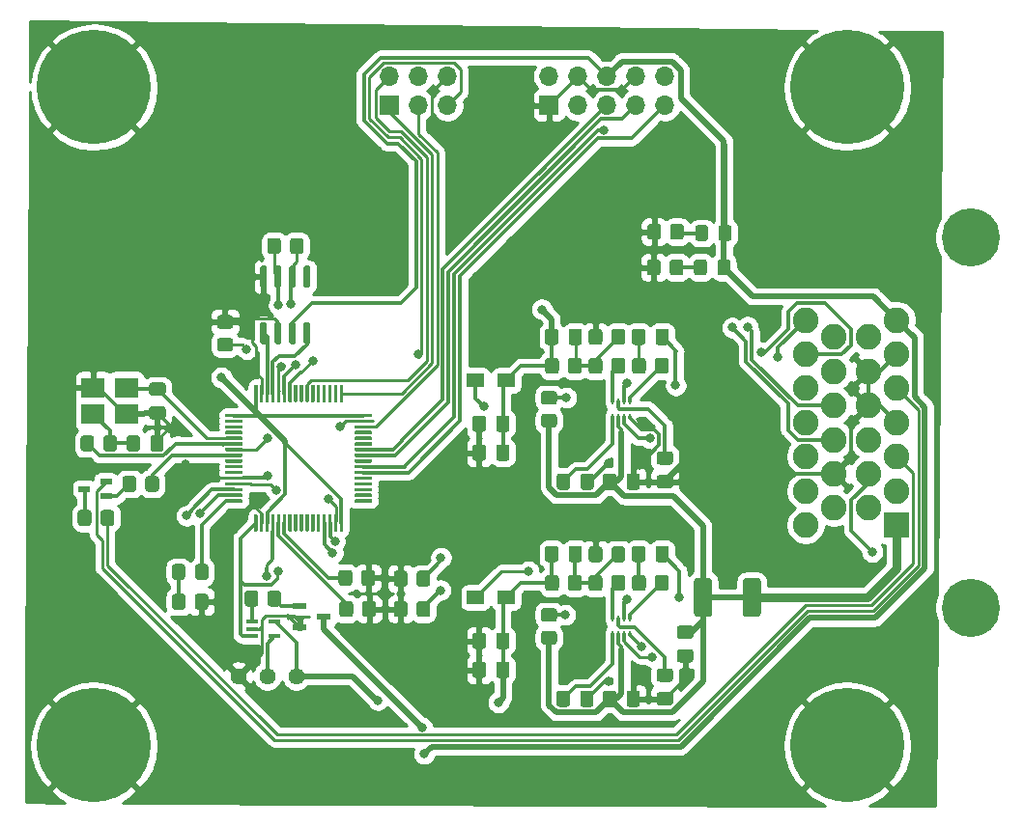
<source format=gtl>
G04 #@! TF.GenerationSoftware,KiCad,Pcbnew,(5.1.12)-1*
G04 #@! TF.CreationDate,2022-07-24T10:45:22+02:00*
G04 #@! TF.ProjectId,telemetria tyl,74656c65-6d65-4747-9269-612074796c2e,rev?*
G04 #@! TF.SameCoordinates,Original*
G04 #@! TF.FileFunction,Copper,L1,Top*
G04 #@! TF.FilePolarity,Positive*
%FSLAX46Y46*%
G04 Gerber Fmt 4.6, Leading zero omitted, Abs format (unit mm)*
G04 Created by KiCad (PCBNEW (5.1.12)-1) date 2022-07-24 10:45:22*
%MOMM*%
%LPD*%
G01*
G04 APERTURE LIST*
G04 #@! TA.AperFunction,ComponentPad*
%ADD10R,2.250000X2.250000*%
G04 #@! TD*
G04 #@! TA.AperFunction,ComponentPad*
%ADD11C,2.250000*%
G04 #@! TD*
G04 #@! TA.AperFunction,ComponentPad*
%ADD12C,5.100000*%
G04 #@! TD*
G04 #@! TA.AperFunction,SMDPad,CuDef*
%ADD13R,0.250000X0.600000*%
G04 #@! TD*
G04 #@! TA.AperFunction,ComponentPad*
%ADD14C,10.000000*%
G04 #@! TD*
G04 #@! TA.AperFunction,ComponentPad*
%ADD15C,0.900000*%
G04 #@! TD*
G04 #@! TA.AperFunction,ComponentPad*
%ADD16R,1.700000X1.700000*%
G04 #@! TD*
G04 #@! TA.AperFunction,ComponentPad*
%ADD17O,1.700000X1.700000*%
G04 #@! TD*
G04 #@! TA.AperFunction,SMDPad,CuDef*
%ADD18R,1.500000X1.200000*%
G04 #@! TD*
G04 #@! TA.AperFunction,ComponentPad*
%ADD19C,1.440000*%
G04 #@! TD*
G04 #@! TA.AperFunction,SMDPad,CuDef*
%ADD20R,2.100000X1.800000*%
G04 #@! TD*
G04 #@! TA.AperFunction,SMDPad,CuDef*
%ADD21R,1.000000X0.550000*%
G04 #@! TD*
G04 #@! TA.AperFunction,SMDPad,CuDef*
%ADD22R,1.050000X0.400000*%
G04 #@! TD*
G04 #@! TA.AperFunction,SMDPad,CuDef*
%ADD23R,1.300000X0.600000*%
G04 #@! TD*
G04 #@! TA.AperFunction,ViaPad*
%ADD24C,0.800000*%
G04 #@! TD*
G04 #@! TA.AperFunction,Conductor*
%ADD25C,0.300000*%
G04 #@! TD*
G04 #@! TA.AperFunction,Conductor*
%ADD26C,0.250000*%
G04 #@! TD*
G04 #@! TA.AperFunction,Conductor*
%ADD27C,0.500000*%
G04 #@! TD*
G04 #@! TA.AperFunction,Conductor*
%ADD28C,0.750000*%
G04 #@! TD*
G04 #@! TA.AperFunction,Conductor*
%ADD29C,0.254000*%
G04 #@! TD*
G04 #@! TA.AperFunction,Conductor*
%ADD30C,0.100000*%
G04 #@! TD*
G04 APERTURE END LIST*
D10*
X209550000Y-127000000D03*
D11*
X209550000Y-124000000D03*
X209550000Y-121000000D03*
X209550000Y-118000000D03*
X209550000Y-115000000D03*
X209550000Y-112000000D03*
X209550000Y-109000000D03*
X207050000Y-110500000D03*
X207050000Y-113500000D03*
X207050000Y-116500000D03*
X207050000Y-119500000D03*
X207050000Y-122500000D03*
X207050000Y-125500000D03*
X204050000Y-125500000D03*
X204050000Y-122500000D03*
X204050000Y-119500000D03*
X204050000Y-116500000D03*
X204050000Y-113500000D03*
X204050000Y-110500000D03*
X201550000Y-109000000D03*
X201550000Y-112000000D03*
X201550000Y-115000000D03*
X201550000Y-118000000D03*
X201550000Y-121000000D03*
X201550000Y-124000000D03*
X201550000Y-127000000D03*
D12*
X216050000Y-134250000D03*
X216050000Y-101750000D03*
D13*
X184670000Y-136590000D03*
X185170000Y-136590000D03*
X185670000Y-136590000D03*
X186170000Y-136590000D03*
X186170000Y-135190000D03*
X185670000Y-135190000D03*
X185170000Y-135190000D03*
X184670000Y-135190000D03*
G04 #@! TA.AperFunction,SMDPad,CuDef*
G36*
G01*
X183795000Y-142715000D02*
X183795000Y-141765000D01*
G75*
G02*
X184045000Y-141515000I250000J0D01*
G01*
X184720000Y-141515000D01*
G75*
G02*
X184970000Y-141765000I0J-250000D01*
G01*
X184970000Y-142715000D01*
G75*
G02*
X184720000Y-142965000I-250000J0D01*
G01*
X184045000Y-142965000D01*
G75*
G02*
X183795000Y-142715000I0J250000D01*
G01*
G37*
G04 #@! TD.AperFunction*
G04 #@! TA.AperFunction,SMDPad,CuDef*
G36*
G01*
X185870000Y-142715000D02*
X185870000Y-141765000D01*
G75*
G02*
X186120000Y-141515000I250000J0D01*
G01*
X186795000Y-141515000D01*
G75*
G02*
X187045000Y-141765000I0J-250000D01*
G01*
X187045000Y-142715000D01*
G75*
G02*
X186795000Y-142965000I-250000J0D01*
G01*
X186120000Y-142965000D01*
G75*
G02*
X185870000Y-142715000I0J250000D01*
G01*
G37*
G04 #@! TD.AperFunction*
G04 #@! TA.AperFunction,SMDPad,CuDef*
G36*
G01*
X185870000Y-123665000D02*
X185870000Y-122715000D01*
G75*
G02*
X186120000Y-122465000I250000J0D01*
G01*
X186795000Y-122465000D01*
G75*
G02*
X187045000Y-122715000I0J-250000D01*
G01*
X187045000Y-123665000D01*
G75*
G02*
X186795000Y-123915000I-250000J0D01*
G01*
X186120000Y-123915000D01*
G75*
G02*
X185870000Y-123665000I0J250000D01*
G01*
G37*
G04 #@! TD.AperFunction*
G04 #@! TA.AperFunction,SMDPad,CuDef*
G36*
G01*
X183795000Y-123665000D02*
X183795000Y-122715000D01*
G75*
G02*
X184045000Y-122465000I250000J0D01*
G01*
X184720000Y-122465000D01*
G75*
G02*
X184970000Y-122715000I0J-250000D01*
G01*
X184970000Y-123665000D01*
G75*
G02*
X184720000Y-123915000I-250000J0D01*
G01*
X184045000Y-123915000D01*
G75*
G02*
X183795000Y-123665000I0J250000D01*
G01*
G37*
G04 #@! TD.AperFunction*
G04 #@! TA.AperFunction,SMDPad,CuDef*
G36*
G01*
X179752500Y-123665000D02*
X179752500Y-122715000D01*
G75*
G02*
X180002500Y-122465000I250000J0D01*
G01*
X180677500Y-122465000D01*
G75*
G02*
X180927500Y-122715000I0J-250000D01*
G01*
X180927500Y-123665000D01*
G75*
G02*
X180677500Y-123915000I-250000J0D01*
G01*
X180002500Y-123915000D01*
G75*
G02*
X179752500Y-123665000I0J250000D01*
G01*
G37*
G04 #@! TD.AperFunction*
G04 #@! TA.AperFunction,SMDPad,CuDef*
G36*
G01*
X181827500Y-123665000D02*
X181827500Y-122715000D01*
G75*
G02*
X182077500Y-122465000I250000J0D01*
G01*
X182752500Y-122465000D01*
G75*
G02*
X183002500Y-122715000I0J-250000D01*
G01*
X183002500Y-123665000D01*
G75*
G02*
X182752500Y-123915000I-250000J0D01*
G01*
X182077500Y-123915000D01*
G75*
G02*
X181827500Y-123665000I0J250000D01*
G01*
G37*
G04 #@! TD.AperFunction*
G04 #@! TA.AperFunction,SMDPad,CuDef*
G36*
G01*
X179731000Y-142715000D02*
X179731000Y-141765000D01*
G75*
G02*
X179981000Y-141515000I250000J0D01*
G01*
X180656000Y-141515000D01*
G75*
G02*
X180906000Y-141765000I0J-250000D01*
G01*
X180906000Y-142715000D01*
G75*
G02*
X180656000Y-142965000I-250000J0D01*
G01*
X179981000Y-142965000D01*
G75*
G02*
X179731000Y-142715000I0J250000D01*
G01*
G37*
G04 #@! TD.AperFunction*
G04 #@! TA.AperFunction,SMDPad,CuDef*
G36*
G01*
X181806000Y-142715000D02*
X181806000Y-141765000D01*
G75*
G02*
X182056000Y-141515000I250000J0D01*
G01*
X182731000Y-141515000D01*
G75*
G02*
X182981000Y-141765000I0J-250000D01*
G01*
X182981000Y-142715000D01*
G75*
G02*
X182731000Y-142965000I-250000J0D01*
G01*
X182056000Y-142965000D01*
G75*
G02*
X181806000Y-142715000I0J250000D01*
G01*
G37*
G04 #@! TD.AperFunction*
G04 #@! TA.AperFunction,SMDPad,CuDef*
G36*
G01*
X188755000Y-122602500D02*
X189705000Y-122602500D01*
G75*
G02*
X189955000Y-122852500I0J-250000D01*
G01*
X189955000Y-123527500D01*
G75*
G02*
X189705000Y-123777500I-250000J0D01*
G01*
X188755000Y-123777500D01*
G75*
G02*
X188505000Y-123527500I0J250000D01*
G01*
X188505000Y-122852500D01*
G75*
G02*
X188755000Y-122602500I250000J0D01*
G01*
G37*
G04 #@! TD.AperFunction*
G04 #@! TA.AperFunction,SMDPad,CuDef*
G36*
G01*
X188755000Y-120527500D02*
X189705000Y-120527500D01*
G75*
G02*
X189955000Y-120777500I0J-250000D01*
G01*
X189955000Y-121452500D01*
G75*
G02*
X189705000Y-121702500I-250000J0D01*
G01*
X188755000Y-121702500D01*
G75*
G02*
X188505000Y-121452500I0J250000D01*
G01*
X188505000Y-120777500D01*
G75*
G02*
X188755000Y-120527500I250000J0D01*
G01*
G37*
G04 #@! TD.AperFunction*
G04 #@! TA.AperFunction,SMDPad,CuDef*
G36*
G01*
X188755000Y-141652500D02*
X189705000Y-141652500D01*
G75*
G02*
X189955000Y-141902500I0J-250000D01*
G01*
X189955000Y-142577500D01*
G75*
G02*
X189705000Y-142827500I-250000J0D01*
G01*
X188755000Y-142827500D01*
G75*
G02*
X188505000Y-142577500I0J250000D01*
G01*
X188505000Y-141902500D01*
G75*
G02*
X188755000Y-141652500I250000J0D01*
G01*
G37*
G04 #@! TD.AperFunction*
G04 #@! TA.AperFunction,SMDPad,CuDef*
G36*
G01*
X188755000Y-139577500D02*
X189705000Y-139577500D01*
G75*
G02*
X189955000Y-139827500I0J-250000D01*
G01*
X189955000Y-140502500D01*
G75*
G02*
X189705000Y-140752500I-250000J0D01*
G01*
X188755000Y-140752500D01*
G75*
G02*
X188505000Y-140502500I0J250000D01*
G01*
X188505000Y-139827500D01*
G75*
G02*
X188755000Y-139577500I250000J0D01*
G01*
G37*
G04 #@! TD.AperFunction*
G04 #@! TA.AperFunction,SMDPad,CuDef*
G36*
G01*
X189585000Y-110015000D02*
X189585000Y-110965000D01*
G75*
G02*
X189335000Y-111215000I-250000J0D01*
G01*
X188660000Y-111215000D01*
G75*
G02*
X188410000Y-110965000I0J250000D01*
G01*
X188410000Y-110015000D01*
G75*
G02*
X188660000Y-109765000I250000J0D01*
G01*
X189335000Y-109765000D01*
G75*
G02*
X189585000Y-110015000I0J-250000D01*
G01*
G37*
G04 #@! TD.AperFunction*
G04 #@! TA.AperFunction,SMDPad,CuDef*
G36*
G01*
X187510000Y-110015000D02*
X187510000Y-110965000D01*
G75*
G02*
X187260000Y-111215000I-250000J0D01*
G01*
X186585000Y-111215000D01*
G75*
G02*
X186335000Y-110965000I0J250000D01*
G01*
X186335000Y-110015000D01*
G75*
G02*
X186585000Y-109765000I250000J0D01*
G01*
X187260000Y-109765000D01*
G75*
G02*
X187510000Y-110015000I0J-250000D01*
G01*
G37*
G04 #@! TD.AperFunction*
G04 #@! TA.AperFunction,SMDPad,CuDef*
G36*
G01*
X187510000Y-129065000D02*
X187510000Y-130015000D01*
G75*
G02*
X187260000Y-130265000I-250000J0D01*
G01*
X186585000Y-130265000D01*
G75*
G02*
X186335000Y-130015000I0J250000D01*
G01*
X186335000Y-129065000D01*
G75*
G02*
X186585000Y-128815000I250000J0D01*
G01*
X187260000Y-128815000D01*
G75*
G02*
X187510000Y-129065000I0J-250000D01*
G01*
G37*
G04 #@! TD.AperFunction*
G04 #@! TA.AperFunction,SMDPad,CuDef*
G36*
G01*
X189585000Y-129065000D02*
X189585000Y-130015000D01*
G75*
G02*
X189335000Y-130265000I-250000J0D01*
G01*
X188660000Y-130265000D01*
G75*
G02*
X188410000Y-130015000I0J250000D01*
G01*
X188410000Y-129065000D01*
G75*
G02*
X188660000Y-128815000I250000J0D01*
G01*
X189335000Y-128815000D01*
G75*
G02*
X189585000Y-129065000I0J-250000D01*
G01*
G37*
G04 #@! TD.AperFunction*
G04 #@! TA.AperFunction,SMDPad,CuDef*
G36*
G01*
X174440000Y-118585000D02*
X174440000Y-117635000D01*
G75*
G02*
X174690000Y-117385000I250000J0D01*
G01*
X175365000Y-117385000D01*
G75*
G02*
X175615000Y-117635000I0J-250000D01*
G01*
X175615000Y-118585000D01*
G75*
G02*
X175365000Y-118835000I-250000J0D01*
G01*
X174690000Y-118835000D01*
G75*
G02*
X174440000Y-118585000I0J250000D01*
G01*
G37*
G04 #@! TD.AperFunction*
G04 #@! TA.AperFunction,SMDPad,CuDef*
G36*
G01*
X172365000Y-118585000D02*
X172365000Y-117635000D01*
G75*
G02*
X172615000Y-117385000I250000J0D01*
G01*
X173290000Y-117385000D01*
G75*
G02*
X173540000Y-117635000I0J-250000D01*
G01*
X173540000Y-118585000D01*
G75*
G02*
X173290000Y-118835000I-250000J0D01*
G01*
X172615000Y-118835000D01*
G75*
G02*
X172365000Y-118585000I0J250000D01*
G01*
G37*
G04 #@! TD.AperFunction*
G04 #@! TA.AperFunction,SMDPad,CuDef*
G36*
G01*
X174440000Y-137635000D02*
X174440000Y-136685000D01*
G75*
G02*
X174690000Y-136435000I250000J0D01*
G01*
X175365000Y-136435000D01*
G75*
G02*
X175615000Y-136685000I0J-250000D01*
G01*
X175615000Y-137635000D01*
G75*
G02*
X175365000Y-137885000I-250000J0D01*
G01*
X174690000Y-137885000D01*
G75*
G02*
X174440000Y-137635000I0J250000D01*
G01*
G37*
G04 #@! TD.AperFunction*
G04 #@! TA.AperFunction,SMDPad,CuDef*
G36*
G01*
X172365000Y-137635000D02*
X172365000Y-136685000D01*
G75*
G02*
X172615000Y-136435000I250000J0D01*
G01*
X173290000Y-136435000D01*
G75*
G02*
X173540000Y-136685000I0J-250000D01*
G01*
X173540000Y-137635000D01*
G75*
G02*
X173290000Y-137885000I-250000J0D01*
G01*
X172615000Y-137885000D01*
G75*
G02*
X172365000Y-137635000I0J250000D01*
G01*
G37*
G04 #@! TD.AperFunction*
G04 #@! TA.AperFunction,SMDPad,CuDef*
G36*
G01*
X178715000Y-130015000D02*
X178715000Y-129065000D01*
G75*
G02*
X178965000Y-128815000I250000J0D01*
G01*
X179640000Y-128815000D01*
G75*
G02*
X179890000Y-129065000I0J-250000D01*
G01*
X179890000Y-130015000D01*
G75*
G02*
X179640000Y-130265000I-250000J0D01*
G01*
X178965000Y-130265000D01*
G75*
G02*
X178715000Y-130015000I0J250000D01*
G01*
G37*
G04 #@! TD.AperFunction*
G04 #@! TA.AperFunction,SMDPad,CuDef*
G36*
G01*
X180790000Y-130015000D02*
X180790000Y-129065000D01*
G75*
G02*
X181040000Y-128815000I250000J0D01*
G01*
X181715000Y-128815000D01*
G75*
G02*
X181965000Y-129065000I0J-250000D01*
G01*
X181965000Y-130015000D01*
G75*
G02*
X181715000Y-130265000I-250000J0D01*
G01*
X181040000Y-130265000D01*
G75*
G02*
X180790000Y-130015000I0J250000D01*
G01*
G37*
G04 #@! TD.AperFunction*
G04 #@! TA.AperFunction,SMDPad,CuDef*
G36*
G01*
X190533000Y-137885500D02*
X191483000Y-137885500D01*
G75*
G02*
X191733000Y-138135500I0J-250000D01*
G01*
X191733000Y-138810500D01*
G75*
G02*
X191483000Y-139060500I-250000J0D01*
G01*
X190533000Y-139060500D01*
G75*
G02*
X190283000Y-138810500I0J250000D01*
G01*
X190283000Y-138135500D01*
G75*
G02*
X190533000Y-137885500I250000J0D01*
G01*
G37*
G04 #@! TD.AperFunction*
G04 #@! TA.AperFunction,SMDPad,CuDef*
G36*
G01*
X190533000Y-135810500D02*
X191483000Y-135810500D01*
G75*
G02*
X191733000Y-136060500I0J-250000D01*
G01*
X191733000Y-136735500D01*
G75*
G02*
X191483000Y-136985500I-250000J0D01*
G01*
X190533000Y-136985500D01*
G75*
G02*
X190283000Y-136735500I0J250000D01*
G01*
X190283000Y-136060500D01*
G75*
G02*
X190533000Y-135810500I250000J0D01*
G01*
G37*
G04 #@! TD.AperFunction*
G04 #@! TA.AperFunction,SMDPad,CuDef*
G36*
G01*
X178715000Y-110965000D02*
X178715000Y-110015000D01*
G75*
G02*
X178965000Y-109765000I250000J0D01*
G01*
X179640000Y-109765000D01*
G75*
G02*
X179890000Y-110015000I0J-250000D01*
G01*
X179890000Y-110965000D01*
G75*
G02*
X179640000Y-111215000I-250000J0D01*
G01*
X178965000Y-111215000D01*
G75*
G02*
X178715000Y-110965000I0J250000D01*
G01*
G37*
G04 #@! TD.AperFunction*
G04 #@! TA.AperFunction,SMDPad,CuDef*
G36*
G01*
X180790000Y-110965000D02*
X180790000Y-110015000D01*
G75*
G02*
X181040000Y-109765000I250000J0D01*
G01*
X181715000Y-109765000D01*
G75*
G02*
X181965000Y-110015000I0J-250000D01*
G01*
X181965000Y-110965000D01*
G75*
G02*
X181715000Y-111215000I-250000J0D01*
G01*
X181040000Y-111215000D01*
G75*
G02*
X180790000Y-110965000I0J250000D01*
G01*
G37*
G04 #@! TD.AperFunction*
G04 #@! TA.AperFunction,SMDPad,CuDef*
G36*
G01*
X144279600Y-116562200D02*
X145229600Y-116562200D01*
G75*
G02*
X145479600Y-116812200I0J-250000D01*
G01*
X145479600Y-117487200D01*
G75*
G02*
X145229600Y-117737200I-250000J0D01*
G01*
X144279600Y-117737200D01*
G75*
G02*
X144029600Y-117487200I0J250000D01*
G01*
X144029600Y-116812200D01*
G75*
G02*
X144279600Y-116562200I250000J0D01*
G01*
G37*
G04 #@! TD.AperFunction*
G04 #@! TA.AperFunction,SMDPad,CuDef*
G36*
G01*
X144279600Y-114487200D02*
X145229600Y-114487200D01*
G75*
G02*
X145479600Y-114737200I0J-250000D01*
G01*
X145479600Y-115412200D01*
G75*
G02*
X145229600Y-115662200I-250000J0D01*
G01*
X144279600Y-115662200D01*
G75*
G02*
X144029600Y-115412200I0J250000D01*
G01*
X144029600Y-114737200D01*
G75*
G02*
X144279600Y-114487200I250000J0D01*
G01*
G37*
G04 #@! TD.AperFunction*
G04 #@! TA.AperFunction,SMDPad,CuDef*
G36*
G01*
X142050100Y-120312200D02*
X142050100Y-119362200D01*
G75*
G02*
X142300100Y-119112200I250000J0D01*
G01*
X142975100Y-119112200D01*
G75*
G02*
X143225100Y-119362200I0J-250000D01*
G01*
X143225100Y-120312200D01*
G75*
G02*
X142975100Y-120562200I-250000J0D01*
G01*
X142300100Y-120562200D01*
G75*
G02*
X142050100Y-120312200I0J250000D01*
G01*
G37*
G04 #@! TD.AperFunction*
G04 #@! TA.AperFunction,SMDPad,CuDef*
G36*
G01*
X144125100Y-120312200D02*
X144125100Y-119362200D01*
G75*
G02*
X144375100Y-119112200I250000J0D01*
G01*
X145050100Y-119112200D01*
G75*
G02*
X145300100Y-119362200I0J-250000D01*
G01*
X145300100Y-120312200D01*
G75*
G02*
X145050100Y-120562200I-250000J0D01*
G01*
X144375100Y-120562200D01*
G75*
G02*
X144125100Y-120312200I0J250000D01*
G01*
G37*
G04 #@! TD.AperFunction*
G04 #@! TA.AperFunction,SMDPad,CuDef*
G36*
G01*
X146022701Y-131562802D02*
X146022701Y-130662800D01*
G75*
G02*
X146272700Y-130412801I249999J0D01*
G01*
X146922702Y-130412801D01*
G75*
G02*
X147172701Y-130662800I0J-249999D01*
G01*
X147172701Y-131562802D01*
G75*
G02*
X146922702Y-131812801I-249999J0D01*
G01*
X146272700Y-131812801D01*
G75*
G02*
X146022701Y-131562802I0J249999D01*
G01*
G37*
G04 #@! TD.AperFunction*
G04 #@! TA.AperFunction,SMDPad,CuDef*
G36*
G01*
X148072701Y-131562802D02*
X148072701Y-130662800D01*
G75*
G02*
X148322700Y-130412801I249999J0D01*
G01*
X148972702Y-130412801D01*
G75*
G02*
X149222701Y-130662800I0J-249999D01*
G01*
X149222701Y-131562802D01*
G75*
G02*
X148972702Y-131812801I-249999J0D01*
G01*
X148322700Y-131812801D01*
G75*
G02*
X148072701Y-131562802I0J249999D01*
G01*
G37*
G04 #@! TD.AperFunction*
G04 #@! TA.AperFunction,SMDPad,CuDef*
G36*
G01*
X193933301Y-101831402D02*
X193933301Y-100931400D01*
G75*
G02*
X194183300Y-100681401I249999J0D01*
G01*
X194833302Y-100681401D01*
G75*
G02*
X195083301Y-100931400I0J-249999D01*
G01*
X195083301Y-101831402D01*
G75*
G02*
X194833302Y-102081401I-249999J0D01*
G01*
X194183300Y-102081401D01*
G75*
G02*
X193933301Y-101831402I0J249999D01*
G01*
G37*
G04 #@! TD.AperFunction*
G04 #@! TA.AperFunction,SMDPad,CuDef*
G36*
G01*
X191883301Y-101831402D02*
X191883301Y-100931400D01*
G75*
G02*
X192133300Y-100681401I249999J0D01*
G01*
X192783302Y-100681401D01*
G75*
G02*
X193033301Y-100931400I0J-249999D01*
G01*
X193033301Y-101831402D01*
G75*
G02*
X192783302Y-102081401I-249999J0D01*
G01*
X192133300Y-102081401D01*
G75*
G02*
X191883301Y-101831402I0J249999D01*
G01*
G37*
G04 #@! TD.AperFunction*
G04 #@! TA.AperFunction,SMDPad,CuDef*
G36*
G01*
X191779200Y-104844001D02*
X191779200Y-103943999D01*
G75*
G02*
X192029199Y-103694000I249999J0D01*
G01*
X192679201Y-103694000D01*
G75*
G02*
X192929200Y-103943999I0J-249999D01*
G01*
X192929200Y-104844001D01*
G75*
G02*
X192679201Y-105094000I-249999J0D01*
G01*
X192029199Y-105094000D01*
G75*
G02*
X191779200Y-104844001I0J249999D01*
G01*
G37*
G04 #@! TD.AperFunction*
G04 #@! TA.AperFunction,SMDPad,CuDef*
G36*
G01*
X193829200Y-104844001D02*
X193829200Y-103943999D01*
G75*
G02*
X194079199Y-103694000I249999J0D01*
G01*
X194729201Y-103694000D01*
G75*
G02*
X194979200Y-103943999I0J-249999D01*
G01*
X194979200Y-104844001D01*
G75*
G02*
X194729201Y-105094000I-249999J0D01*
G01*
X194079199Y-105094000D01*
G75*
G02*
X193829200Y-104844001I0J249999D01*
G01*
G37*
G04 #@! TD.AperFunction*
G04 #@! TA.AperFunction,SMDPad,CuDef*
G36*
G01*
X191787500Y-134800001D02*
X191787500Y-131899999D01*
G75*
G02*
X192037499Y-131650000I249999J0D01*
G01*
X193112501Y-131650000D01*
G75*
G02*
X193362500Y-131899999I0J-249999D01*
G01*
X193362500Y-134800001D01*
G75*
G02*
X193112501Y-135050000I-249999J0D01*
G01*
X192037499Y-135050000D01*
G75*
G02*
X191787500Y-134800001I0J249999D01*
G01*
G37*
G04 #@! TD.AperFunction*
G04 #@! TA.AperFunction,SMDPad,CuDef*
G36*
G01*
X196062500Y-134800001D02*
X196062500Y-131899999D01*
G75*
G02*
X196312499Y-131650000I249999J0D01*
G01*
X197387501Y-131650000D01*
G75*
G02*
X197637500Y-131899999I0J-249999D01*
G01*
X197637500Y-134800001D01*
G75*
G02*
X197387501Y-135050000I-249999J0D01*
G01*
X196312499Y-135050000D01*
G75*
G02*
X196062500Y-134800001I0J249999D01*
G01*
G37*
G04 #@! TD.AperFunction*
D14*
X205232000Y-146304000D03*
D15*
X208982000Y-146304000D03*
X207883650Y-148955650D03*
X205232000Y-150054000D03*
X202580350Y-148955650D03*
X201482000Y-146304000D03*
X202580350Y-143652350D03*
X205232000Y-142554000D03*
X207883650Y-143652350D03*
X141843650Y-85930850D03*
X139192000Y-84832500D03*
X136540350Y-85930850D03*
X135442000Y-88582500D03*
X136540350Y-91234150D03*
X139192000Y-92332500D03*
X141843650Y-91234150D03*
X142942000Y-88582500D03*
D14*
X139192000Y-88582500D03*
X205232000Y-88582500D03*
D15*
X208982000Y-88582500D03*
X207883650Y-91234150D03*
X205232000Y-92332500D03*
X202580350Y-91234150D03*
X201482000Y-88582500D03*
X202580350Y-85930850D03*
X205232000Y-84832500D03*
X207883650Y-85930850D03*
D13*
X184670000Y-116140000D03*
X185170000Y-116140000D03*
X185670000Y-116140000D03*
X186170000Y-116140000D03*
X186170000Y-117540000D03*
X185670000Y-117540000D03*
X185170000Y-117540000D03*
X184670000Y-117540000D03*
D16*
X179070000Y-90170000D03*
D17*
X179070000Y-87630000D03*
X181610000Y-90170000D03*
X181610000Y-87630000D03*
X184150000Y-90170000D03*
X184150000Y-87630000D03*
X186690000Y-90170000D03*
X186690000Y-87630000D03*
X189230000Y-90170000D03*
X189230000Y-87630000D03*
D16*
X165100000Y-90170000D03*
D17*
X165100000Y-87630000D03*
X167640000Y-90170000D03*
X167640000Y-87630000D03*
X170180000Y-90170000D03*
X170180000Y-87630000D03*
D18*
X175340000Y-114300000D03*
X172640000Y-114300000D03*
X172640000Y-133350000D03*
X175340000Y-133350000D03*
G04 #@! TA.AperFunction,SMDPad,CuDef*
G36*
G01*
X150235499Y-110572500D02*
X151135501Y-110572500D01*
G75*
G02*
X151385500Y-110822499I0J-249999D01*
G01*
X151385500Y-111522501D01*
G75*
G02*
X151135501Y-111772500I-249999J0D01*
G01*
X150235499Y-111772500D01*
G75*
G02*
X149985500Y-111522501I0J249999D01*
G01*
X149985500Y-110822499D01*
G75*
G02*
X150235499Y-110572500I249999J0D01*
G01*
G37*
G04 #@! TD.AperFunction*
G04 #@! TA.AperFunction,SMDPad,CuDef*
G36*
G01*
X150235499Y-108572500D02*
X151135501Y-108572500D01*
G75*
G02*
X151385500Y-108822499I0J-249999D01*
G01*
X151385500Y-109522501D01*
G75*
G02*
X151135501Y-109772500I-249999J0D01*
G01*
X150235499Y-109772500D01*
G75*
G02*
X149985500Y-109522501I0J249999D01*
G01*
X149985500Y-108822499D01*
G75*
G02*
X150235499Y-108572500I249999J0D01*
G01*
G37*
G04 #@! TD.AperFunction*
G04 #@! TA.AperFunction,SMDPad,CuDef*
G36*
G01*
X179520001Y-116440000D02*
X178619999Y-116440000D01*
G75*
G02*
X178370000Y-116190001I0J249999D01*
G01*
X178370000Y-115489999D01*
G75*
G02*
X178619999Y-115240000I249999J0D01*
G01*
X179520001Y-115240000D01*
G75*
G02*
X179770000Y-115489999I0J-249999D01*
G01*
X179770000Y-116190001D01*
G75*
G02*
X179520001Y-116440000I-249999J0D01*
G01*
G37*
G04 #@! TD.AperFunction*
G04 #@! TA.AperFunction,SMDPad,CuDef*
G36*
G01*
X179520001Y-118440000D02*
X178619999Y-118440000D01*
G75*
G02*
X178370000Y-118190001I0J249999D01*
G01*
X178370000Y-117489999D01*
G75*
G02*
X178619999Y-117240000I249999J0D01*
G01*
X179520001Y-117240000D01*
G75*
G02*
X179770000Y-117489999I0J-249999D01*
G01*
X179770000Y-118190001D01*
G75*
G02*
X179520001Y-118440000I-249999J0D01*
G01*
G37*
G04 #@! TD.AperFunction*
G04 #@! TA.AperFunction,SMDPad,CuDef*
G36*
G01*
X179520001Y-135490000D02*
X178619999Y-135490000D01*
G75*
G02*
X178370000Y-135240001I0J249999D01*
G01*
X178370000Y-134539999D01*
G75*
G02*
X178619999Y-134290000I249999J0D01*
G01*
X179520001Y-134290000D01*
G75*
G02*
X179770000Y-134539999I0J-249999D01*
G01*
X179770000Y-135240001D01*
G75*
G02*
X179520001Y-135490000I-249999J0D01*
G01*
G37*
G04 #@! TD.AperFunction*
G04 #@! TA.AperFunction,SMDPad,CuDef*
G36*
G01*
X179520001Y-137490000D02*
X178619999Y-137490000D01*
G75*
G02*
X178370000Y-137240001I0J249999D01*
G01*
X178370000Y-136539999D01*
G75*
G02*
X178619999Y-136290000I249999J0D01*
G01*
X179520001Y-136290000D01*
G75*
G02*
X179770000Y-136539999I0J-249999D01*
G01*
X179770000Y-137240001D01*
G75*
G02*
X179520001Y-137490000I-249999J0D01*
G01*
G37*
G04 #@! TD.AperFunction*
G04 #@! TA.AperFunction,SMDPad,CuDef*
G36*
G01*
X186360000Y-113480001D02*
X186360000Y-112579999D01*
G75*
G02*
X186609999Y-112330000I249999J0D01*
G01*
X187310001Y-112330000D01*
G75*
G02*
X187560000Y-112579999I0J-249999D01*
G01*
X187560000Y-113480001D01*
G75*
G02*
X187310001Y-113730000I-249999J0D01*
G01*
X186609999Y-113730000D01*
G75*
G02*
X186360000Y-113480001I0J249999D01*
G01*
G37*
G04 #@! TD.AperFunction*
G04 #@! TA.AperFunction,SMDPad,CuDef*
G36*
G01*
X188360000Y-113480001D02*
X188360000Y-112579999D01*
G75*
G02*
X188609999Y-112330000I249999J0D01*
G01*
X189310001Y-112330000D01*
G75*
G02*
X189560000Y-112579999I0J-249999D01*
G01*
X189560000Y-113480001D01*
G75*
G02*
X189310001Y-113730000I-249999J0D01*
G01*
X188609999Y-113730000D01*
G75*
G02*
X188360000Y-113480001I0J249999D01*
G01*
G37*
G04 #@! TD.AperFunction*
G04 #@! TA.AperFunction,SMDPad,CuDef*
G36*
G01*
X188360000Y-132530001D02*
X188360000Y-131629999D01*
G75*
G02*
X188609999Y-131380000I249999J0D01*
G01*
X189310001Y-131380000D01*
G75*
G02*
X189560000Y-131629999I0J-249999D01*
G01*
X189560000Y-132530001D01*
G75*
G02*
X189310001Y-132780000I-249999J0D01*
G01*
X188609999Y-132780000D01*
G75*
G02*
X188360000Y-132530001I0J249999D01*
G01*
G37*
G04 #@! TD.AperFunction*
G04 #@! TA.AperFunction,SMDPad,CuDef*
G36*
G01*
X186360000Y-132530001D02*
X186360000Y-131629999D01*
G75*
G02*
X186609999Y-131380000I249999J0D01*
G01*
X187310001Y-131380000D01*
G75*
G02*
X187560000Y-131629999I0J-249999D01*
G01*
X187560000Y-132530001D01*
G75*
G02*
X187310001Y-132780000I-249999J0D01*
G01*
X186609999Y-132780000D01*
G75*
G02*
X186360000Y-132530001I0J249999D01*
G01*
G37*
G04 #@! TD.AperFunction*
G04 #@! TA.AperFunction,SMDPad,CuDef*
G36*
G01*
X184550000Y-132530001D02*
X184550000Y-131629999D01*
G75*
G02*
X184799999Y-131380000I249999J0D01*
G01*
X185500001Y-131380000D01*
G75*
G02*
X185750000Y-131629999I0J-249999D01*
G01*
X185750000Y-132530001D01*
G75*
G02*
X185500001Y-132780000I-249999J0D01*
G01*
X184799999Y-132780000D01*
G75*
G02*
X184550000Y-132530001I0J249999D01*
G01*
G37*
G04 #@! TD.AperFunction*
G04 #@! TA.AperFunction,SMDPad,CuDef*
G36*
G01*
X182550000Y-132530001D02*
X182550000Y-131629999D01*
G75*
G02*
X182799999Y-131380000I249999J0D01*
G01*
X183500001Y-131380000D01*
G75*
G02*
X183750000Y-131629999I0J-249999D01*
G01*
X183750000Y-132530001D01*
G75*
G02*
X183500001Y-132780000I-249999J0D01*
G01*
X182799999Y-132780000D01*
G75*
G02*
X182550000Y-132530001I0J249999D01*
G01*
G37*
G04 #@! TD.AperFunction*
G04 #@! TA.AperFunction,SMDPad,CuDef*
G36*
G01*
X182550000Y-113480001D02*
X182550000Y-112579999D01*
G75*
G02*
X182799999Y-112330000I249999J0D01*
G01*
X183500001Y-112330000D01*
G75*
G02*
X183750000Y-112579999I0J-249999D01*
G01*
X183750000Y-113480001D01*
G75*
G02*
X183500001Y-113730000I-249999J0D01*
G01*
X182799999Y-113730000D01*
G75*
G02*
X182550000Y-113480001I0J249999D01*
G01*
G37*
G04 #@! TD.AperFunction*
G04 #@! TA.AperFunction,SMDPad,CuDef*
G36*
G01*
X184550000Y-113480001D02*
X184550000Y-112579999D01*
G75*
G02*
X184799999Y-112330000I249999J0D01*
G01*
X185500001Y-112330000D01*
G75*
G02*
X185750000Y-112579999I0J-249999D01*
G01*
X185750000Y-113480001D01*
G75*
G02*
X185500001Y-113730000I-249999J0D01*
G01*
X184799999Y-113730000D01*
G75*
G02*
X184550000Y-113480001I0J249999D01*
G01*
G37*
G04 #@! TD.AperFunction*
G04 #@! TA.AperFunction,SMDPad,CuDef*
G36*
G01*
X182550000Y-130015401D02*
X182550000Y-129115399D01*
G75*
G02*
X182799999Y-128865400I249999J0D01*
G01*
X183500001Y-128865400D01*
G75*
G02*
X183750000Y-129115399I0J-249999D01*
G01*
X183750000Y-130015401D01*
G75*
G02*
X183500001Y-130265400I-249999J0D01*
G01*
X182799999Y-130265400D01*
G75*
G02*
X182550000Y-130015401I0J249999D01*
G01*
G37*
G04 #@! TD.AperFunction*
G04 #@! TA.AperFunction,SMDPad,CuDef*
G36*
G01*
X184550000Y-130015401D02*
X184550000Y-129115399D01*
G75*
G02*
X184799999Y-128865400I249999J0D01*
G01*
X185500001Y-128865400D01*
G75*
G02*
X185750000Y-129115399I0J-249999D01*
G01*
X185750000Y-130015401D01*
G75*
G02*
X185500001Y-130265400I-249999J0D01*
G01*
X184799999Y-130265400D01*
G75*
G02*
X184550000Y-130015401I0J249999D01*
G01*
G37*
G04 #@! TD.AperFunction*
G04 #@! TA.AperFunction,SMDPad,CuDef*
G36*
G01*
X182550000Y-110940001D02*
X182550000Y-110039999D01*
G75*
G02*
X182799999Y-109790000I249999J0D01*
G01*
X183500001Y-109790000D01*
G75*
G02*
X183750000Y-110039999I0J-249999D01*
G01*
X183750000Y-110940001D01*
G75*
G02*
X183500001Y-111190000I-249999J0D01*
G01*
X182799999Y-111190000D01*
G75*
G02*
X182550000Y-110940001I0J249999D01*
G01*
G37*
G04 #@! TD.AperFunction*
G04 #@! TA.AperFunction,SMDPad,CuDef*
G36*
G01*
X184550000Y-110940001D02*
X184550000Y-110039999D01*
G75*
G02*
X184799999Y-109790000I249999J0D01*
G01*
X185500001Y-109790000D01*
G75*
G02*
X185750000Y-110039999I0J-249999D01*
G01*
X185750000Y-110940001D01*
G75*
G02*
X185500001Y-111190000I-249999J0D01*
G01*
X184799999Y-111190000D01*
G75*
G02*
X184550000Y-110940001I0J249999D01*
G01*
G37*
G04 #@! TD.AperFunction*
G04 #@! TA.AperFunction,SMDPad,CuDef*
G36*
G01*
X178740000Y-132530001D02*
X178740000Y-131629999D01*
G75*
G02*
X178989999Y-131380000I249999J0D01*
G01*
X179690001Y-131380000D01*
G75*
G02*
X179940000Y-131629999I0J-249999D01*
G01*
X179940000Y-132530001D01*
G75*
G02*
X179690001Y-132780000I-249999J0D01*
G01*
X178989999Y-132780000D01*
G75*
G02*
X178740000Y-132530001I0J249999D01*
G01*
G37*
G04 #@! TD.AperFunction*
G04 #@! TA.AperFunction,SMDPad,CuDef*
G36*
G01*
X180740000Y-132530001D02*
X180740000Y-131629999D01*
G75*
G02*
X180989999Y-131380000I249999J0D01*
G01*
X181690001Y-131380000D01*
G75*
G02*
X181940000Y-131629999I0J-249999D01*
G01*
X181940000Y-132530001D01*
G75*
G02*
X181690001Y-132780000I-249999J0D01*
G01*
X180989999Y-132780000D01*
G75*
G02*
X180740000Y-132530001I0J249999D01*
G01*
G37*
G04 #@! TD.AperFunction*
G04 #@! TA.AperFunction,SMDPad,CuDef*
G36*
G01*
X148024800Y-134181001D02*
X148024800Y-133280999D01*
G75*
G02*
X148274799Y-133031000I249999J0D01*
G01*
X148974801Y-133031000D01*
G75*
G02*
X149224800Y-133280999I0J-249999D01*
G01*
X149224800Y-134181001D01*
G75*
G02*
X148974801Y-134431000I-249999J0D01*
G01*
X148274799Y-134431000D01*
G75*
G02*
X148024800Y-134181001I0J249999D01*
G01*
G37*
G04 #@! TD.AperFunction*
G04 #@! TA.AperFunction,SMDPad,CuDef*
G36*
G01*
X146024800Y-134181001D02*
X146024800Y-133280999D01*
G75*
G02*
X146274799Y-133031000I249999J0D01*
G01*
X146974801Y-133031000D01*
G75*
G02*
X147224800Y-133280999I0J-249999D01*
G01*
X147224800Y-134181001D01*
G75*
G02*
X146974801Y-134431000I-249999J0D01*
G01*
X146274799Y-134431000D01*
G75*
G02*
X146024800Y-134181001I0J249999D01*
G01*
G37*
G04 #@! TD.AperFunction*
G04 #@! TA.AperFunction,SMDPad,CuDef*
G36*
G01*
X190880800Y-100819799D02*
X190880800Y-101719801D01*
G75*
G02*
X190630801Y-101969800I-249999J0D01*
G01*
X189930799Y-101969800D01*
G75*
G02*
X189680800Y-101719801I0J249999D01*
G01*
X189680800Y-100819799D01*
G75*
G02*
X189930799Y-100569800I249999J0D01*
G01*
X190630801Y-100569800D01*
G75*
G02*
X190880800Y-100819799I0J-249999D01*
G01*
G37*
G04 #@! TD.AperFunction*
G04 #@! TA.AperFunction,SMDPad,CuDef*
G36*
G01*
X188880800Y-100819799D02*
X188880800Y-101719801D01*
G75*
G02*
X188630801Y-101969800I-249999J0D01*
G01*
X187930799Y-101969800D01*
G75*
G02*
X187680800Y-101719801I0J249999D01*
G01*
X187680800Y-100819799D01*
G75*
G02*
X187930799Y-100569800I249999J0D01*
G01*
X188630801Y-100569800D01*
G75*
G02*
X188880800Y-100819799I0J-249999D01*
G01*
G37*
G04 #@! TD.AperFunction*
G04 #@! TA.AperFunction,SMDPad,CuDef*
G36*
G01*
X190855400Y-103943999D02*
X190855400Y-104844001D01*
G75*
G02*
X190605401Y-105094000I-249999J0D01*
G01*
X189905399Y-105094000D01*
G75*
G02*
X189655400Y-104844001I0J249999D01*
G01*
X189655400Y-103943999D01*
G75*
G02*
X189905399Y-103694000I249999J0D01*
G01*
X190605401Y-103694000D01*
G75*
G02*
X190855400Y-103943999I0J-249999D01*
G01*
G37*
G04 #@! TD.AperFunction*
G04 #@! TA.AperFunction,SMDPad,CuDef*
G36*
G01*
X188855400Y-103943999D02*
X188855400Y-104844001D01*
G75*
G02*
X188605401Y-105094000I-249999J0D01*
G01*
X187905399Y-105094000D01*
G75*
G02*
X187655400Y-104844001I0J249999D01*
G01*
X187655400Y-103943999D01*
G75*
G02*
X187905399Y-103694000I249999J0D01*
G01*
X188605401Y-103694000D01*
G75*
G02*
X188855400Y-103943999I0J-249999D01*
G01*
G37*
G04 #@! TD.AperFunction*
G04 #@! TA.AperFunction,SMDPad,CuDef*
G36*
G01*
X180740000Y-113480001D02*
X180740000Y-112579999D01*
G75*
G02*
X180989999Y-112330000I249999J0D01*
G01*
X181690001Y-112330000D01*
G75*
G02*
X181940000Y-112579999I0J-249999D01*
G01*
X181940000Y-113480001D01*
G75*
G02*
X181690001Y-113730000I-249999J0D01*
G01*
X180989999Y-113730000D01*
G75*
G02*
X180740000Y-113480001I0J249999D01*
G01*
G37*
G04 #@! TD.AperFunction*
G04 #@! TA.AperFunction,SMDPad,CuDef*
G36*
G01*
X178740000Y-113480001D02*
X178740000Y-112579999D01*
G75*
G02*
X178989999Y-112330000I249999J0D01*
G01*
X179690001Y-112330000D01*
G75*
G02*
X179940000Y-112579999I0J-249999D01*
G01*
X179940000Y-113480001D01*
G75*
G02*
X179690001Y-113730000I-249999J0D01*
G01*
X178989999Y-113730000D01*
G75*
G02*
X178740000Y-113480001I0J249999D01*
G01*
G37*
G04 #@! TD.AperFunction*
G04 #@! TA.AperFunction,SMDPad,CuDef*
G36*
G01*
X143694100Y-123843201D02*
X143694100Y-122943199D01*
G75*
G02*
X143944099Y-122693200I249999J0D01*
G01*
X144644101Y-122693200D01*
G75*
G02*
X144894100Y-122943199I0J-249999D01*
G01*
X144894100Y-123843201D01*
G75*
G02*
X144644101Y-124093200I-249999J0D01*
G01*
X143944099Y-124093200D01*
G75*
G02*
X143694100Y-123843201I0J249999D01*
G01*
G37*
G04 #@! TD.AperFunction*
G04 #@! TA.AperFunction,SMDPad,CuDef*
G36*
G01*
X141694100Y-123843201D02*
X141694100Y-122943199D01*
G75*
G02*
X141944099Y-122693200I249999J0D01*
G01*
X142644101Y-122693200D01*
G75*
G02*
X142894100Y-122943199I0J-249999D01*
G01*
X142894100Y-123843201D01*
G75*
G02*
X142644101Y-124093200I-249999J0D01*
G01*
X141944099Y-124093200D01*
G75*
G02*
X141694100Y-123843201I0J249999D01*
G01*
G37*
G04 #@! TD.AperFunction*
G04 #@! TA.AperFunction,SMDPad,CuDef*
G36*
G01*
X163906000Y-133915999D02*
X163906000Y-134816001D01*
G75*
G02*
X163656001Y-135066000I-249999J0D01*
G01*
X162955999Y-135066000D01*
G75*
G02*
X162706000Y-134816001I0J249999D01*
G01*
X162706000Y-133915999D01*
G75*
G02*
X162955999Y-133666000I249999J0D01*
G01*
X163656001Y-133666000D01*
G75*
G02*
X163906000Y-133915999I0J-249999D01*
G01*
G37*
G04 #@! TD.AperFunction*
G04 #@! TA.AperFunction,SMDPad,CuDef*
G36*
G01*
X161906000Y-133915999D02*
X161906000Y-134816001D01*
G75*
G02*
X161656001Y-135066000I-249999J0D01*
G01*
X160955999Y-135066000D01*
G75*
G02*
X160706000Y-134816001I0J249999D01*
G01*
X160706000Y-133915999D01*
G75*
G02*
X160955999Y-133666000I249999J0D01*
G01*
X161656001Y-133666000D01*
G75*
G02*
X161906000Y-133915999I0J-249999D01*
G01*
G37*
G04 #@! TD.AperFunction*
G04 #@! TA.AperFunction,SMDPad,CuDef*
G36*
G01*
X161826500Y-131185499D02*
X161826500Y-132085501D01*
G75*
G02*
X161576501Y-132335500I-249999J0D01*
G01*
X160876499Y-132335500D01*
G75*
G02*
X160626500Y-132085501I0J249999D01*
G01*
X160626500Y-131185499D01*
G75*
G02*
X160876499Y-130935500I249999J0D01*
G01*
X161576501Y-130935500D01*
G75*
G02*
X161826500Y-131185499I0J-249999D01*
G01*
G37*
G04 #@! TD.AperFunction*
G04 #@! TA.AperFunction,SMDPad,CuDef*
G36*
G01*
X163826500Y-131185499D02*
X163826500Y-132085501D01*
G75*
G02*
X163576501Y-132335500I-249999J0D01*
G01*
X162876499Y-132335500D01*
G75*
G02*
X162626500Y-132085501I0J249999D01*
G01*
X162626500Y-131185499D01*
G75*
G02*
X162876499Y-130935500I249999J0D01*
G01*
X163576501Y-130935500D01*
G75*
G02*
X163826500Y-131185499I0J-249999D01*
G01*
G37*
G04 #@! TD.AperFunction*
G04 #@! TA.AperFunction,SMDPad,CuDef*
G36*
G01*
X168668500Y-133915999D02*
X168668500Y-134816001D01*
G75*
G02*
X168418501Y-135066000I-249999J0D01*
G01*
X167718499Y-135066000D01*
G75*
G02*
X167468500Y-134816001I0J249999D01*
G01*
X167468500Y-133915999D01*
G75*
G02*
X167718499Y-133666000I249999J0D01*
G01*
X168418501Y-133666000D01*
G75*
G02*
X168668500Y-133915999I0J-249999D01*
G01*
G37*
G04 #@! TD.AperFunction*
G04 #@! TA.AperFunction,SMDPad,CuDef*
G36*
G01*
X166668500Y-133915999D02*
X166668500Y-134816001D01*
G75*
G02*
X166418501Y-135066000I-249999J0D01*
G01*
X165718499Y-135066000D01*
G75*
G02*
X165468500Y-134816001I0J249999D01*
G01*
X165468500Y-133915999D01*
G75*
G02*
X165718499Y-133666000I249999J0D01*
G01*
X166418501Y-133666000D01*
G75*
G02*
X166668500Y-133915999I0J-249999D01*
G01*
G37*
G04 #@! TD.AperFunction*
G04 #@! TA.AperFunction,SMDPad,CuDef*
G36*
G01*
X168668500Y-131248999D02*
X168668500Y-132149001D01*
G75*
G02*
X168418501Y-132399000I-249999J0D01*
G01*
X167718499Y-132399000D01*
G75*
G02*
X167468500Y-132149001I0J249999D01*
G01*
X167468500Y-131248999D01*
G75*
G02*
X167718499Y-130999000I249999J0D01*
G01*
X168418501Y-130999000D01*
G75*
G02*
X168668500Y-131248999I0J-249999D01*
G01*
G37*
G04 #@! TD.AperFunction*
G04 #@! TA.AperFunction,SMDPad,CuDef*
G36*
G01*
X166668500Y-131248999D02*
X166668500Y-132149001D01*
G75*
G02*
X166418501Y-132399000I-249999J0D01*
G01*
X165718499Y-132399000D01*
G75*
G02*
X165468500Y-132149001I0J249999D01*
G01*
X165468500Y-131248999D01*
G75*
G02*
X165718499Y-130999000I249999J0D01*
G01*
X166418501Y-130999000D01*
G75*
G02*
X166668500Y-131248999I0J-249999D01*
G01*
G37*
G04 #@! TD.AperFunction*
G04 #@! TA.AperFunction,SMDPad,CuDef*
G36*
G01*
X140973100Y-125927699D02*
X140973100Y-126827701D01*
G75*
G02*
X140723101Y-127077700I-249999J0D01*
G01*
X140023099Y-127077700D01*
G75*
G02*
X139773100Y-126827701I0J249999D01*
G01*
X139773100Y-125927699D01*
G75*
G02*
X140023099Y-125677700I249999J0D01*
G01*
X140723101Y-125677700D01*
G75*
G02*
X140973100Y-125927699I0J-249999D01*
G01*
G37*
G04 #@! TD.AperFunction*
G04 #@! TA.AperFunction,SMDPad,CuDef*
G36*
G01*
X138973100Y-125927699D02*
X138973100Y-126827701D01*
G75*
G02*
X138723101Y-127077700I-249999J0D01*
G01*
X138023099Y-127077700D01*
G75*
G02*
X137773100Y-126827701I0J249999D01*
G01*
X137773100Y-125927699D01*
G75*
G02*
X138023099Y-125677700I249999J0D01*
G01*
X138723101Y-125677700D01*
G75*
G02*
X138973100Y-125927699I0J-249999D01*
G01*
G37*
G04 #@! TD.AperFunction*
G04 #@! TA.AperFunction,SMDPad,CuDef*
G36*
G01*
X154396900Y-133901601D02*
X154396900Y-133001599D01*
G75*
G02*
X154646899Y-132751600I249999J0D01*
G01*
X155346901Y-132751600D01*
G75*
G02*
X155596900Y-133001599I0J-249999D01*
G01*
X155596900Y-133901601D01*
G75*
G02*
X155346901Y-134151600I-249999J0D01*
G01*
X154646899Y-134151600D01*
G75*
G02*
X154396900Y-133901601I0J249999D01*
G01*
G37*
G04 #@! TD.AperFunction*
G04 #@! TA.AperFunction,SMDPad,CuDef*
G36*
G01*
X152396900Y-133901601D02*
X152396900Y-133001599D01*
G75*
G02*
X152646899Y-132751600I249999J0D01*
G01*
X153346901Y-132751600D01*
G75*
G02*
X153596900Y-133001599I0J-249999D01*
G01*
X153596900Y-133901601D01*
G75*
G02*
X153346901Y-134151600I-249999J0D01*
G01*
X152646899Y-134151600D01*
G75*
G02*
X152396900Y-133901601I0J249999D01*
G01*
G37*
G04 #@! TD.AperFunction*
G04 #@! TA.AperFunction,SMDPad,CuDef*
G36*
G01*
X156372000Y-102964401D02*
X156372000Y-102064399D01*
G75*
G02*
X156621999Y-101814400I249999J0D01*
G01*
X157322001Y-101814400D01*
G75*
G02*
X157572000Y-102064399I0J-249999D01*
G01*
X157572000Y-102964401D01*
G75*
G02*
X157322001Y-103214400I-249999J0D01*
G01*
X156621999Y-103214400D01*
G75*
G02*
X156372000Y-102964401I0J249999D01*
G01*
G37*
G04 #@! TD.AperFunction*
G04 #@! TA.AperFunction,SMDPad,CuDef*
G36*
G01*
X154372000Y-102964401D02*
X154372000Y-102064399D01*
G75*
G02*
X154621999Y-101814400I249999J0D01*
G01*
X155322001Y-101814400D01*
G75*
G02*
X155572000Y-102064399I0J-249999D01*
G01*
X155572000Y-102964401D01*
G75*
G02*
X155322001Y-103214400I-249999J0D01*
G01*
X154621999Y-103214400D01*
G75*
G02*
X154372000Y-102964401I0J249999D01*
G01*
G37*
G04 #@! TD.AperFunction*
G04 #@! TA.AperFunction,SMDPad,CuDef*
G36*
G01*
X138011100Y-120287201D02*
X138011100Y-119387199D01*
G75*
G02*
X138261099Y-119137200I249999J0D01*
G01*
X138961101Y-119137200D01*
G75*
G02*
X139211100Y-119387199I0J-249999D01*
G01*
X139211100Y-120287201D01*
G75*
G02*
X138961101Y-120537200I-249999J0D01*
G01*
X138261099Y-120537200D01*
G75*
G02*
X138011100Y-120287201I0J249999D01*
G01*
G37*
G04 #@! TD.AperFunction*
G04 #@! TA.AperFunction,SMDPad,CuDef*
G36*
G01*
X140011100Y-120287201D02*
X140011100Y-119387199D01*
G75*
G02*
X140261099Y-119137200I249999J0D01*
G01*
X140961101Y-119137200D01*
G75*
G02*
X141211100Y-119387199I0J-249999D01*
G01*
X141211100Y-120287201D01*
G75*
G02*
X140961101Y-120537200I-249999J0D01*
G01*
X140261099Y-120537200D01*
G75*
G02*
X140011100Y-120287201I0J249999D01*
G01*
G37*
G04 #@! TD.AperFunction*
D19*
X151853900Y-140246100D03*
X154393900Y-140246100D03*
X156933900Y-140246100D03*
G04 #@! TA.AperFunction,SMDPad,CuDef*
G36*
G01*
X150674400Y-117457600D02*
X150674400Y-117307600D01*
G75*
G02*
X150749400Y-117232600I75000J0D01*
G01*
X152149400Y-117232600D01*
G75*
G02*
X152224400Y-117307600I0J-75000D01*
G01*
X152224400Y-117457600D01*
G75*
G02*
X152149400Y-117532600I-75000J0D01*
G01*
X150749400Y-117532600D01*
G75*
G02*
X150674400Y-117457600I0J75000D01*
G01*
G37*
G04 #@! TD.AperFunction*
G04 #@! TA.AperFunction,SMDPad,CuDef*
G36*
G01*
X150674400Y-117957600D02*
X150674400Y-117807600D01*
G75*
G02*
X150749400Y-117732600I75000J0D01*
G01*
X152149400Y-117732600D01*
G75*
G02*
X152224400Y-117807600I0J-75000D01*
G01*
X152224400Y-117957600D01*
G75*
G02*
X152149400Y-118032600I-75000J0D01*
G01*
X150749400Y-118032600D01*
G75*
G02*
X150674400Y-117957600I0J75000D01*
G01*
G37*
G04 #@! TD.AperFunction*
G04 #@! TA.AperFunction,SMDPad,CuDef*
G36*
G01*
X150674400Y-118457600D02*
X150674400Y-118307600D01*
G75*
G02*
X150749400Y-118232600I75000J0D01*
G01*
X152149400Y-118232600D01*
G75*
G02*
X152224400Y-118307600I0J-75000D01*
G01*
X152224400Y-118457600D01*
G75*
G02*
X152149400Y-118532600I-75000J0D01*
G01*
X150749400Y-118532600D01*
G75*
G02*
X150674400Y-118457600I0J75000D01*
G01*
G37*
G04 #@! TD.AperFunction*
G04 #@! TA.AperFunction,SMDPad,CuDef*
G36*
G01*
X150674400Y-118957600D02*
X150674400Y-118807600D01*
G75*
G02*
X150749400Y-118732600I75000J0D01*
G01*
X152149400Y-118732600D01*
G75*
G02*
X152224400Y-118807600I0J-75000D01*
G01*
X152224400Y-118957600D01*
G75*
G02*
X152149400Y-119032600I-75000J0D01*
G01*
X150749400Y-119032600D01*
G75*
G02*
X150674400Y-118957600I0J75000D01*
G01*
G37*
G04 #@! TD.AperFunction*
G04 #@! TA.AperFunction,SMDPad,CuDef*
G36*
G01*
X150674400Y-119457600D02*
X150674400Y-119307600D01*
G75*
G02*
X150749400Y-119232600I75000J0D01*
G01*
X152149400Y-119232600D01*
G75*
G02*
X152224400Y-119307600I0J-75000D01*
G01*
X152224400Y-119457600D01*
G75*
G02*
X152149400Y-119532600I-75000J0D01*
G01*
X150749400Y-119532600D01*
G75*
G02*
X150674400Y-119457600I0J75000D01*
G01*
G37*
G04 #@! TD.AperFunction*
G04 #@! TA.AperFunction,SMDPad,CuDef*
G36*
G01*
X150674400Y-119957600D02*
X150674400Y-119807600D01*
G75*
G02*
X150749400Y-119732600I75000J0D01*
G01*
X152149400Y-119732600D01*
G75*
G02*
X152224400Y-119807600I0J-75000D01*
G01*
X152224400Y-119957600D01*
G75*
G02*
X152149400Y-120032600I-75000J0D01*
G01*
X150749400Y-120032600D01*
G75*
G02*
X150674400Y-119957600I0J75000D01*
G01*
G37*
G04 #@! TD.AperFunction*
G04 #@! TA.AperFunction,SMDPad,CuDef*
G36*
G01*
X150674400Y-120457600D02*
X150674400Y-120307600D01*
G75*
G02*
X150749400Y-120232600I75000J0D01*
G01*
X152149400Y-120232600D01*
G75*
G02*
X152224400Y-120307600I0J-75000D01*
G01*
X152224400Y-120457600D01*
G75*
G02*
X152149400Y-120532600I-75000J0D01*
G01*
X150749400Y-120532600D01*
G75*
G02*
X150674400Y-120457600I0J75000D01*
G01*
G37*
G04 #@! TD.AperFunction*
G04 #@! TA.AperFunction,SMDPad,CuDef*
G36*
G01*
X150674400Y-120957600D02*
X150674400Y-120807600D01*
G75*
G02*
X150749400Y-120732600I75000J0D01*
G01*
X152149400Y-120732600D01*
G75*
G02*
X152224400Y-120807600I0J-75000D01*
G01*
X152224400Y-120957600D01*
G75*
G02*
X152149400Y-121032600I-75000J0D01*
G01*
X150749400Y-121032600D01*
G75*
G02*
X150674400Y-120957600I0J75000D01*
G01*
G37*
G04 #@! TD.AperFunction*
G04 #@! TA.AperFunction,SMDPad,CuDef*
G36*
G01*
X150674400Y-121457600D02*
X150674400Y-121307600D01*
G75*
G02*
X150749400Y-121232600I75000J0D01*
G01*
X152149400Y-121232600D01*
G75*
G02*
X152224400Y-121307600I0J-75000D01*
G01*
X152224400Y-121457600D01*
G75*
G02*
X152149400Y-121532600I-75000J0D01*
G01*
X150749400Y-121532600D01*
G75*
G02*
X150674400Y-121457600I0J75000D01*
G01*
G37*
G04 #@! TD.AperFunction*
G04 #@! TA.AperFunction,SMDPad,CuDef*
G36*
G01*
X150674400Y-121957600D02*
X150674400Y-121807600D01*
G75*
G02*
X150749400Y-121732600I75000J0D01*
G01*
X152149400Y-121732600D01*
G75*
G02*
X152224400Y-121807600I0J-75000D01*
G01*
X152224400Y-121957600D01*
G75*
G02*
X152149400Y-122032600I-75000J0D01*
G01*
X150749400Y-122032600D01*
G75*
G02*
X150674400Y-121957600I0J75000D01*
G01*
G37*
G04 #@! TD.AperFunction*
G04 #@! TA.AperFunction,SMDPad,CuDef*
G36*
G01*
X150674400Y-122457600D02*
X150674400Y-122307600D01*
G75*
G02*
X150749400Y-122232600I75000J0D01*
G01*
X152149400Y-122232600D01*
G75*
G02*
X152224400Y-122307600I0J-75000D01*
G01*
X152224400Y-122457600D01*
G75*
G02*
X152149400Y-122532600I-75000J0D01*
G01*
X150749400Y-122532600D01*
G75*
G02*
X150674400Y-122457600I0J75000D01*
G01*
G37*
G04 #@! TD.AperFunction*
G04 #@! TA.AperFunction,SMDPad,CuDef*
G36*
G01*
X150674400Y-122957600D02*
X150674400Y-122807600D01*
G75*
G02*
X150749400Y-122732600I75000J0D01*
G01*
X152149400Y-122732600D01*
G75*
G02*
X152224400Y-122807600I0J-75000D01*
G01*
X152224400Y-122957600D01*
G75*
G02*
X152149400Y-123032600I-75000J0D01*
G01*
X150749400Y-123032600D01*
G75*
G02*
X150674400Y-122957600I0J75000D01*
G01*
G37*
G04 #@! TD.AperFunction*
G04 #@! TA.AperFunction,SMDPad,CuDef*
G36*
G01*
X150674400Y-123457600D02*
X150674400Y-123307600D01*
G75*
G02*
X150749400Y-123232600I75000J0D01*
G01*
X152149400Y-123232600D01*
G75*
G02*
X152224400Y-123307600I0J-75000D01*
G01*
X152224400Y-123457600D01*
G75*
G02*
X152149400Y-123532600I-75000J0D01*
G01*
X150749400Y-123532600D01*
G75*
G02*
X150674400Y-123457600I0J75000D01*
G01*
G37*
G04 #@! TD.AperFunction*
G04 #@! TA.AperFunction,SMDPad,CuDef*
G36*
G01*
X150674400Y-123957600D02*
X150674400Y-123807600D01*
G75*
G02*
X150749400Y-123732600I75000J0D01*
G01*
X152149400Y-123732600D01*
G75*
G02*
X152224400Y-123807600I0J-75000D01*
G01*
X152224400Y-123957600D01*
G75*
G02*
X152149400Y-124032600I-75000J0D01*
G01*
X150749400Y-124032600D01*
G75*
G02*
X150674400Y-123957600I0J75000D01*
G01*
G37*
G04 #@! TD.AperFunction*
G04 #@! TA.AperFunction,SMDPad,CuDef*
G36*
G01*
X150674400Y-124457600D02*
X150674400Y-124307600D01*
G75*
G02*
X150749400Y-124232600I75000J0D01*
G01*
X152149400Y-124232600D01*
G75*
G02*
X152224400Y-124307600I0J-75000D01*
G01*
X152224400Y-124457600D01*
G75*
G02*
X152149400Y-124532600I-75000J0D01*
G01*
X150749400Y-124532600D01*
G75*
G02*
X150674400Y-124457600I0J75000D01*
G01*
G37*
G04 #@! TD.AperFunction*
G04 #@! TA.AperFunction,SMDPad,CuDef*
G36*
G01*
X150674400Y-124957600D02*
X150674400Y-124807600D01*
G75*
G02*
X150749400Y-124732600I75000J0D01*
G01*
X152149400Y-124732600D01*
G75*
G02*
X152224400Y-124807600I0J-75000D01*
G01*
X152224400Y-124957600D01*
G75*
G02*
X152149400Y-125032600I-75000J0D01*
G01*
X150749400Y-125032600D01*
G75*
G02*
X150674400Y-124957600I0J75000D01*
G01*
G37*
G04 #@! TD.AperFunction*
G04 #@! TA.AperFunction,SMDPad,CuDef*
G36*
G01*
X153224400Y-127507600D02*
X153224400Y-126107600D01*
G75*
G02*
X153299400Y-126032600I75000J0D01*
G01*
X153449400Y-126032600D01*
G75*
G02*
X153524400Y-126107600I0J-75000D01*
G01*
X153524400Y-127507600D01*
G75*
G02*
X153449400Y-127582600I-75000J0D01*
G01*
X153299400Y-127582600D01*
G75*
G02*
X153224400Y-127507600I0J75000D01*
G01*
G37*
G04 #@! TD.AperFunction*
G04 #@! TA.AperFunction,SMDPad,CuDef*
G36*
G01*
X153724400Y-127507600D02*
X153724400Y-126107600D01*
G75*
G02*
X153799400Y-126032600I75000J0D01*
G01*
X153949400Y-126032600D01*
G75*
G02*
X154024400Y-126107600I0J-75000D01*
G01*
X154024400Y-127507600D01*
G75*
G02*
X153949400Y-127582600I-75000J0D01*
G01*
X153799400Y-127582600D01*
G75*
G02*
X153724400Y-127507600I0J75000D01*
G01*
G37*
G04 #@! TD.AperFunction*
G04 #@! TA.AperFunction,SMDPad,CuDef*
G36*
G01*
X154224400Y-127507600D02*
X154224400Y-126107600D01*
G75*
G02*
X154299400Y-126032600I75000J0D01*
G01*
X154449400Y-126032600D01*
G75*
G02*
X154524400Y-126107600I0J-75000D01*
G01*
X154524400Y-127507600D01*
G75*
G02*
X154449400Y-127582600I-75000J0D01*
G01*
X154299400Y-127582600D01*
G75*
G02*
X154224400Y-127507600I0J75000D01*
G01*
G37*
G04 #@! TD.AperFunction*
G04 #@! TA.AperFunction,SMDPad,CuDef*
G36*
G01*
X154724400Y-127507600D02*
X154724400Y-126107600D01*
G75*
G02*
X154799400Y-126032600I75000J0D01*
G01*
X154949400Y-126032600D01*
G75*
G02*
X155024400Y-126107600I0J-75000D01*
G01*
X155024400Y-127507600D01*
G75*
G02*
X154949400Y-127582600I-75000J0D01*
G01*
X154799400Y-127582600D01*
G75*
G02*
X154724400Y-127507600I0J75000D01*
G01*
G37*
G04 #@! TD.AperFunction*
G04 #@! TA.AperFunction,SMDPad,CuDef*
G36*
G01*
X155224400Y-127507600D02*
X155224400Y-126107600D01*
G75*
G02*
X155299400Y-126032600I75000J0D01*
G01*
X155449400Y-126032600D01*
G75*
G02*
X155524400Y-126107600I0J-75000D01*
G01*
X155524400Y-127507600D01*
G75*
G02*
X155449400Y-127582600I-75000J0D01*
G01*
X155299400Y-127582600D01*
G75*
G02*
X155224400Y-127507600I0J75000D01*
G01*
G37*
G04 #@! TD.AperFunction*
G04 #@! TA.AperFunction,SMDPad,CuDef*
G36*
G01*
X155724400Y-127507600D02*
X155724400Y-126107600D01*
G75*
G02*
X155799400Y-126032600I75000J0D01*
G01*
X155949400Y-126032600D01*
G75*
G02*
X156024400Y-126107600I0J-75000D01*
G01*
X156024400Y-127507600D01*
G75*
G02*
X155949400Y-127582600I-75000J0D01*
G01*
X155799400Y-127582600D01*
G75*
G02*
X155724400Y-127507600I0J75000D01*
G01*
G37*
G04 #@! TD.AperFunction*
G04 #@! TA.AperFunction,SMDPad,CuDef*
G36*
G01*
X156224400Y-127507600D02*
X156224400Y-126107600D01*
G75*
G02*
X156299400Y-126032600I75000J0D01*
G01*
X156449400Y-126032600D01*
G75*
G02*
X156524400Y-126107600I0J-75000D01*
G01*
X156524400Y-127507600D01*
G75*
G02*
X156449400Y-127582600I-75000J0D01*
G01*
X156299400Y-127582600D01*
G75*
G02*
X156224400Y-127507600I0J75000D01*
G01*
G37*
G04 #@! TD.AperFunction*
G04 #@! TA.AperFunction,SMDPad,CuDef*
G36*
G01*
X156724400Y-127507600D02*
X156724400Y-126107600D01*
G75*
G02*
X156799400Y-126032600I75000J0D01*
G01*
X156949400Y-126032600D01*
G75*
G02*
X157024400Y-126107600I0J-75000D01*
G01*
X157024400Y-127507600D01*
G75*
G02*
X156949400Y-127582600I-75000J0D01*
G01*
X156799400Y-127582600D01*
G75*
G02*
X156724400Y-127507600I0J75000D01*
G01*
G37*
G04 #@! TD.AperFunction*
G04 #@! TA.AperFunction,SMDPad,CuDef*
G36*
G01*
X157224400Y-127507600D02*
X157224400Y-126107600D01*
G75*
G02*
X157299400Y-126032600I75000J0D01*
G01*
X157449400Y-126032600D01*
G75*
G02*
X157524400Y-126107600I0J-75000D01*
G01*
X157524400Y-127507600D01*
G75*
G02*
X157449400Y-127582600I-75000J0D01*
G01*
X157299400Y-127582600D01*
G75*
G02*
X157224400Y-127507600I0J75000D01*
G01*
G37*
G04 #@! TD.AperFunction*
G04 #@! TA.AperFunction,SMDPad,CuDef*
G36*
G01*
X157724400Y-127507600D02*
X157724400Y-126107600D01*
G75*
G02*
X157799400Y-126032600I75000J0D01*
G01*
X157949400Y-126032600D01*
G75*
G02*
X158024400Y-126107600I0J-75000D01*
G01*
X158024400Y-127507600D01*
G75*
G02*
X157949400Y-127582600I-75000J0D01*
G01*
X157799400Y-127582600D01*
G75*
G02*
X157724400Y-127507600I0J75000D01*
G01*
G37*
G04 #@! TD.AperFunction*
G04 #@! TA.AperFunction,SMDPad,CuDef*
G36*
G01*
X158224400Y-127507600D02*
X158224400Y-126107600D01*
G75*
G02*
X158299400Y-126032600I75000J0D01*
G01*
X158449400Y-126032600D01*
G75*
G02*
X158524400Y-126107600I0J-75000D01*
G01*
X158524400Y-127507600D01*
G75*
G02*
X158449400Y-127582600I-75000J0D01*
G01*
X158299400Y-127582600D01*
G75*
G02*
X158224400Y-127507600I0J75000D01*
G01*
G37*
G04 #@! TD.AperFunction*
G04 #@! TA.AperFunction,SMDPad,CuDef*
G36*
G01*
X158724400Y-127507600D02*
X158724400Y-126107600D01*
G75*
G02*
X158799400Y-126032600I75000J0D01*
G01*
X158949400Y-126032600D01*
G75*
G02*
X159024400Y-126107600I0J-75000D01*
G01*
X159024400Y-127507600D01*
G75*
G02*
X158949400Y-127582600I-75000J0D01*
G01*
X158799400Y-127582600D01*
G75*
G02*
X158724400Y-127507600I0J75000D01*
G01*
G37*
G04 #@! TD.AperFunction*
G04 #@! TA.AperFunction,SMDPad,CuDef*
G36*
G01*
X159224400Y-127507600D02*
X159224400Y-126107600D01*
G75*
G02*
X159299400Y-126032600I75000J0D01*
G01*
X159449400Y-126032600D01*
G75*
G02*
X159524400Y-126107600I0J-75000D01*
G01*
X159524400Y-127507600D01*
G75*
G02*
X159449400Y-127582600I-75000J0D01*
G01*
X159299400Y-127582600D01*
G75*
G02*
X159224400Y-127507600I0J75000D01*
G01*
G37*
G04 #@! TD.AperFunction*
G04 #@! TA.AperFunction,SMDPad,CuDef*
G36*
G01*
X159724400Y-127507600D02*
X159724400Y-126107600D01*
G75*
G02*
X159799400Y-126032600I75000J0D01*
G01*
X159949400Y-126032600D01*
G75*
G02*
X160024400Y-126107600I0J-75000D01*
G01*
X160024400Y-127507600D01*
G75*
G02*
X159949400Y-127582600I-75000J0D01*
G01*
X159799400Y-127582600D01*
G75*
G02*
X159724400Y-127507600I0J75000D01*
G01*
G37*
G04 #@! TD.AperFunction*
G04 #@! TA.AperFunction,SMDPad,CuDef*
G36*
G01*
X160224400Y-127507600D02*
X160224400Y-126107600D01*
G75*
G02*
X160299400Y-126032600I75000J0D01*
G01*
X160449400Y-126032600D01*
G75*
G02*
X160524400Y-126107600I0J-75000D01*
G01*
X160524400Y-127507600D01*
G75*
G02*
X160449400Y-127582600I-75000J0D01*
G01*
X160299400Y-127582600D01*
G75*
G02*
X160224400Y-127507600I0J75000D01*
G01*
G37*
G04 #@! TD.AperFunction*
G04 #@! TA.AperFunction,SMDPad,CuDef*
G36*
G01*
X160724400Y-127507600D02*
X160724400Y-126107600D01*
G75*
G02*
X160799400Y-126032600I75000J0D01*
G01*
X160949400Y-126032600D01*
G75*
G02*
X161024400Y-126107600I0J-75000D01*
G01*
X161024400Y-127507600D01*
G75*
G02*
X160949400Y-127582600I-75000J0D01*
G01*
X160799400Y-127582600D01*
G75*
G02*
X160724400Y-127507600I0J75000D01*
G01*
G37*
G04 #@! TD.AperFunction*
G04 #@! TA.AperFunction,SMDPad,CuDef*
G36*
G01*
X162024400Y-124957600D02*
X162024400Y-124807600D01*
G75*
G02*
X162099400Y-124732600I75000J0D01*
G01*
X163499400Y-124732600D01*
G75*
G02*
X163574400Y-124807600I0J-75000D01*
G01*
X163574400Y-124957600D01*
G75*
G02*
X163499400Y-125032600I-75000J0D01*
G01*
X162099400Y-125032600D01*
G75*
G02*
X162024400Y-124957600I0J75000D01*
G01*
G37*
G04 #@! TD.AperFunction*
G04 #@! TA.AperFunction,SMDPad,CuDef*
G36*
G01*
X162024400Y-124457600D02*
X162024400Y-124307600D01*
G75*
G02*
X162099400Y-124232600I75000J0D01*
G01*
X163499400Y-124232600D01*
G75*
G02*
X163574400Y-124307600I0J-75000D01*
G01*
X163574400Y-124457600D01*
G75*
G02*
X163499400Y-124532600I-75000J0D01*
G01*
X162099400Y-124532600D01*
G75*
G02*
X162024400Y-124457600I0J75000D01*
G01*
G37*
G04 #@! TD.AperFunction*
G04 #@! TA.AperFunction,SMDPad,CuDef*
G36*
G01*
X162024400Y-123957600D02*
X162024400Y-123807600D01*
G75*
G02*
X162099400Y-123732600I75000J0D01*
G01*
X163499400Y-123732600D01*
G75*
G02*
X163574400Y-123807600I0J-75000D01*
G01*
X163574400Y-123957600D01*
G75*
G02*
X163499400Y-124032600I-75000J0D01*
G01*
X162099400Y-124032600D01*
G75*
G02*
X162024400Y-123957600I0J75000D01*
G01*
G37*
G04 #@! TD.AperFunction*
G04 #@! TA.AperFunction,SMDPad,CuDef*
G36*
G01*
X162024400Y-123457600D02*
X162024400Y-123307600D01*
G75*
G02*
X162099400Y-123232600I75000J0D01*
G01*
X163499400Y-123232600D01*
G75*
G02*
X163574400Y-123307600I0J-75000D01*
G01*
X163574400Y-123457600D01*
G75*
G02*
X163499400Y-123532600I-75000J0D01*
G01*
X162099400Y-123532600D01*
G75*
G02*
X162024400Y-123457600I0J75000D01*
G01*
G37*
G04 #@! TD.AperFunction*
G04 #@! TA.AperFunction,SMDPad,CuDef*
G36*
G01*
X162024400Y-122957600D02*
X162024400Y-122807600D01*
G75*
G02*
X162099400Y-122732600I75000J0D01*
G01*
X163499400Y-122732600D01*
G75*
G02*
X163574400Y-122807600I0J-75000D01*
G01*
X163574400Y-122957600D01*
G75*
G02*
X163499400Y-123032600I-75000J0D01*
G01*
X162099400Y-123032600D01*
G75*
G02*
X162024400Y-122957600I0J75000D01*
G01*
G37*
G04 #@! TD.AperFunction*
G04 #@! TA.AperFunction,SMDPad,CuDef*
G36*
G01*
X162024400Y-122457600D02*
X162024400Y-122307600D01*
G75*
G02*
X162099400Y-122232600I75000J0D01*
G01*
X163499400Y-122232600D01*
G75*
G02*
X163574400Y-122307600I0J-75000D01*
G01*
X163574400Y-122457600D01*
G75*
G02*
X163499400Y-122532600I-75000J0D01*
G01*
X162099400Y-122532600D01*
G75*
G02*
X162024400Y-122457600I0J75000D01*
G01*
G37*
G04 #@! TD.AperFunction*
G04 #@! TA.AperFunction,SMDPad,CuDef*
G36*
G01*
X162024400Y-121957600D02*
X162024400Y-121807600D01*
G75*
G02*
X162099400Y-121732600I75000J0D01*
G01*
X163499400Y-121732600D01*
G75*
G02*
X163574400Y-121807600I0J-75000D01*
G01*
X163574400Y-121957600D01*
G75*
G02*
X163499400Y-122032600I-75000J0D01*
G01*
X162099400Y-122032600D01*
G75*
G02*
X162024400Y-121957600I0J75000D01*
G01*
G37*
G04 #@! TD.AperFunction*
G04 #@! TA.AperFunction,SMDPad,CuDef*
G36*
G01*
X162024400Y-121457600D02*
X162024400Y-121307600D01*
G75*
G02*
X162099400Y-121232600I75000J0D01*
G01*
X163499400Y-121232600D01*
G75*
G02*
X163574400Y-121307600I0J-75000D01*
G01*
X163574400Y-121457600D01*
G75*
G02*
X163499400Y-121532600I-75000J0D01*
G01*
X162099400Y-121532600D01*
G75*
G02*
X162024400Y-121457600I0J75000D01*
G01*
G37*
G04 #@! TD.AperFunction*
G04 #@! TA.AperFunction,SMDPad,CuDef*
G36*
G01*
X162024400Y-120957600D02*
X162024400Y-120807600D01*
G75*
G02*
X162099400Y-120732600I75000J0D01*
G01*
X163499400Y-120732600D01*
G75*
G02*
X163574400Y-120807600I0J-75000D01*
G01*
X163574400Y-120957600D01*
G75*
G02*
X163499400Y-121032600I-75000J0D01*
G01*
X162099400Y-121032600D01*
G75*
G02*
X162024400Y-120957600I0J75000D01*
G01*
G37*
G04 #@! TD.AperFunction*
G04 #@! TA.AperFunction,SMDPad,CuDef*
G36*
G01*
X162024400Y-120457600D02*
X162024400Y-120307600D01*
G75*
G02*
X162099400Y-120232600I75000J0D01*
G01*
X163499400Y-120232600D01*
G75*
G02*
X163574400Y-120307600I0J-75000D01*
G01*
X163574400Y-120457600D01*
G75*
G02*
X163499400Y-120532600I-75000J0D01*
G01*
X162099400Y-120532600D01*
G75*
G02*
X162024400Y-120457600I0J75000D01*
G01*
G37*
G04 #@! TD.AperFunction*
G04 #@! TA.AperFunction,SMDPad,CuDef*
G36*
G01*
X162024400Y-119957600D02*
X162024400Y-119807600D01*
G75*
G02*
X162099400Y-119732600I75000J0D01*
G01*
X163499400Y-119732600D01*
G75*
G02*
X163574400Y-119807600I0J-75000D01*
G01*
X163574400Y-119957600D01*
G75*
G02*
X163499400Y-120032600I-75000J0D01*
G01*
X162099400Y-120032600D01*
G75*
G02*
X162024400Y-119957600I0J75000D01*
G01*
G37*
G04 #@! TD.AperFunction*
G04 #@! TA.AperFunction,SMDPad,CuDef*
G36*
G01*
X162024400Y-119457600D02*
X162024400Y-119307600D01*
G75*
G02*
X162099400Y-119232600I75000J0D01*
G01*
X163499400Y-119232600D01*
G75*
G02*
X163574400Y-119307600I0J-75000D01*
G01*
X163574400Y-119457600D01*
G75*
G02*
X163499400Y-119532600I-75000J0D01*
G01*
X162099400Y-119532600D01*
G75*
G02*
X162024400Y-119457600I0J75000D01*
G01*
G37*
G04 #@! TD.AperFunction*
G04 #@! TA.AperFunction,SMDPad,CuDef*
G36*
G01*
X162024400Y-118957600D02*
X162024400Y-118807600D01*
G75*
G02*
X162099400Y-118732600I75000J0D01*
G01*
X163499400Y-118732600D01*
G75*
G02*
X163574400Y-118807600I0J-75000D01*
G01*
X163574400Y-118957600D01*
G75*
G02*
X163499400Y-119032600I-75000J0D01*
G01*
X162099400Y-119032600D01*
G75*
G02*
X162024400Y-118957600I0J75000D01*
G01*
G37*
G04 #@! TD.AperFunction*
G04 #@! TA.AperFunction,SMDPad,CuDef*
G36*
G01*
X162024400Y-118457600D02*
X162024400Y-118307600D01*
G75*
G02*
X162099400Y-118232600I75000J0D01*
G01*
X163499400Y-118232600D01*
G75*
G02*
X163574400Y-118307600I0J-75000D01*
G01*
X163574400Y-118457600D01*
G75*
G02*
X163499400Y-118532600I-75000J0D01*
G01*
X162099400Y-118532600D01*
G75*
G02*
X162024400Y-118457600I0J75000D01*
G01*
G37*
G04 #@! TD.AperFunction*
G04 #@! TA.AperFunction,SMDPad,CuDef*
G36*
G01*
X162024400Y-117957600D02*
X162024400Y-117807600D01*
G75*
G02*
X162099400Y-117732600I75000J0D01*
G01*
X163499400Y-117732600D01*
G75*
G02*
X163574400Y-117807600I0J-75000D01*
G01*
X163574400Y-117957600D01*
G75*
G02*
X163499400Y-118032600I-75000J0D01*
G01*
X162099400Y-118032600D01*
G75*
G02*
X162024400Y-117957600I0J75000D01*
G01*
G37*
G04 #@! TD.AperFunction*
G04 #@! TA.AperFunction,SMDPad,CuDef*
G36*
G01*
X162024400Y-117457600D02*
X162024400Y-117307600D01*
G75*
G02*
X162099400Y-117232600I75000J0D01*
G01*
X163499400Y-117232600D01*
G75*
G02*
X163574400Y-117307600I0J-75000D01*
G01*
X163574400Y-117457600D01*
G75*
G02*
X163499400Y-117532600I-75000J0D01*
G01*
X162099400Y-117532600D01*
G75*
G02*
X162024400Y-117457600I0J75000D01*
G01*
G37*
G04 #@! TD.AperFunction*
G04 #@! TA.AperFunction,SMDPad,CuDef*
G36*
G01*
X160724400Y-116157600D02*
X160724400Y-114757600D01*
G75*
G02*
X160799400Y-114682600I75000J0D01*
G01*
X160949400Y-114682600D01*
G75*
G02*
X161024400Y-114757600I0J-75000D01*
G01*
X161024400Y-116157600D01*
G75*
G02*
X160949400Y-116232600I-75000J0D01*
G01*
X160799400Y-116232600D01*
G75*
G02*
X160724400Y-116157600I0J75000D01*
G01*
G37*
G04 #@! TD.AperFunction*
G04 #@! TA.AperFunction,SMDPad,CuDef*
G36*
G01*
X160224400Y-116157600D02*
X160224400Y-114757600D01*
G75*
G02*
X160299400Y-114682600I75000J0D01*
G01*
X160449400Y-114682600D01*
G75*
G02*
X160524400Y-114757600I0J-75000D01*
G01*
X160524400Y-116157600D01*
G75*
G02*
X160449400Y-116232600I-75000J0D01*
G01*
X160299400Y-116232600D01*
G75*
G02*
X160224400Y-116157600I0J75000D01*
G01*
G37*
G04 #@! TD.AperFunction*
G04 #@! TA.AperFunction,SMDPad,CuDef*
G36*
G01*
X159724400Y-116157600D02*
X159724400Y-114757600D01*
G75*
G02*
X159799400Y-114682600I75000J0D01*
G01*
X159949400Y-114682600D01*
G75*
G02*
X160024400Y-114757600I0J-75000D01*
G01*
X160024400Y-116157600D01*
G75*
G02*
X159949400Y-116232600I-75000J0D01*
G01*
X159799400Y-116232600D01*
G75*
G02*
X159724400Y-116157600I0J75000D01*
G01*
G37*
G04 #@! TD.AperFunction*
G04 #@! TA.AperFunction,SMDPad,CuDef*
G36*
G01*
X159224400Y-116157600D02*
X159224400Y-114757600D01*
G75*
G02*
X159299400Y-114682600I75000J0D01*
G01*
X159449400Y-114682600D01*
G75*
G02*
X159524400Y-114757600I0J-75000D01*
G01*
X159524400Y-116157600D01*
G75*
G02*
X159449400Y-116232600I-75000J0D01*
G01*
X159299400Y-116232600D01*
G75*
G02*
X159224400Y-116157600I0J75000D01*
G01*
G37*
G04 #@! TD.AperFunction*
G04 #@! TA.AperFunction,SMDPad,CuDef*
G36*
G01*
X158724400Y-116157600D02*
X158724400Y-114757600D01*
G75*
G02*
X158799400Y-114682600I75000J0D01*
G01*
X158949400Y-114682600D01*
G75*
G02*
X159024400Y-114757600I0J-75000D01*
G01*
X159024400Y-116157600D01*
G75*
G02*
X158949400Y-116232600I-75000J0D01*
G01*
X158799400Y-116232600D01*
G75*
G02*
X158724400Y-116157600I0J75000D01*
G01*
G37*
G04 #@! TD.AperFunction*
G04 #@! TA.AperFunction,SMDPad,CuDef*
G36*
G01*
X158224400Y-116157600D02*
X158224400Y-114757600D01*
G75*
G02*
X158299400Y-114682600I75000J0D01*
G01*
X158449400Y-114682600D01*
G75*
G02*
X158524400Y-114757600I0J-75000D01*
G01*
X158524400Y-116157600D01*
G75*
G02*
X158449400Y-116232600I-75000J0D01*
G01*
X158299400Y-116232600D01*
G75*
G02*
X158224400Y-116157600I0J75000D01*
G01*
G37*
G04 #@! TD.AperFunction*
G04 #@! TA.AperFunction,SMDPad,CuDef*
G36*
G01*
X157724400Y-116157600D02*
X157724400Y-114757600D01*
G75*
G02*
X157799400Y-114682600I75000J0D01*
G01*
X157949400Y-114682600D01*
G75*
G02*
X158024400Y-114757600I0J-75000D01*
G01*
X158024400Y-116157600D01*
G75*
G02*
X157949400Y-116232600I-75000J0D01*
G01*
X157799400Y-116232600D01*
G75*
G02*
X157724400Y-116157600I0J75000D01*
G01*
G37*
G04 #@! TD.AperFunction*
G04 #@! TA.AperFunction,SMDPad,CuDef*
G36*
G01*
X157224400Y-116157600D02*
X157224400Y-114757600D01*
G75*
G02*
X157299400Y-114682600I75000J0D01*
G01*
X157449400Y-114682600D01*
G75*
G02*
X157524400Y-114757600I0J-75000D01*
G01*
X157524400Y-116157600D01*
G75*
G02*
X157449400Y-116232600I-75000J0D01*
G01*
X157299400Y-116232600D01*
G75*
G02*
X157224400Y-116157600I0J75000D01*
G01*
G37*
G04 #@! TD.AperFunction*
G04 #@! TA.AperFunction,SMDPad,CuDef*
G36*
G01*
X156724400Y-116157600D02*
X156724400Y-114757600D01*
G75*
G02*
X156799400Y-114682600I75000J0D01*
G01*
X156949400Y-114682600D01*
G75*
G02*
X157024400Y-114757600I0J-75000D01*
G01*
X157024400Y-116157600D01*
G75*
G02*
X156949400Y-116232600I-75000J0D01*
G01*
X156799400Y-116232600D01*
G75*
G02*
X156724400Y-116157600I0J75000D01*
G01*
G37*
G04 #@! TD.AperFunction*
G04 #@! TA.AperFunction,SMDPad,CuDef*
G36*
G01*
X156224400Y-116157600D02*
X156224400Y-114757600D01*
G75*
G02*
X156299400Y-114682600I75000J0D01*
G01*
X156449400Y-114682600D01*
G75*
G02*
X156524400Y-114757600I0J-75000D01*
G01*
X156524400Y-116157600D01*
G75*
G02*
X156449400Y-116232600I-75000J0D01*
G01*
X156299400Y-116232600D01*
G75*
G02*
X156224400Y-116157600I0J75000D01*
G01*
G37*
G04 #@! TD.AperFunction*
G04 #@! TA.AperFunction,SMDPad,CuDef*
G36*
G01*
X155724400Y-116157600D02*
X155724400Y-114757600D01*
G75*
G02*
X155799400Y-114682600I75000J0D01*
G01*
X155949400Y-114682600D01*
G75*
G02*
X156024400Y-114757600I0J-75000D01*
G01*
X156024400Y-116157600D01*
G75*
G02*
X155949400Y-116232600I-75000J0D01*
G01*
X155799400Y-116232600D01*
G75*
G02*
X155724400Y-116157600I0J75000D01*
G01*
G37*
G04 #@! TD.AperFunction*
G04 #@! TA.AperFunction,SMDPad,CuDef*
G36*
G01*
X155224400Y-116157600D02*
X155224400Y-114757600D01*
G75*
G02*
X155299400Y-114682600I75000J0D01*
G01*
X155449400Y-114682600D01*
G75*
G02*
X155524400Y-114757600I0J-75000D01*
G01*
X155524400Y-116157600D01*
G75*
G02*
X155449400Y-116232600I-75000J0D01*
G01*
X155299400Y-116232600D01*
G75*
G02*
X155224400Y-116157600I0J75000D01*
G01*
G37*
G04 #@! TD.AperFunction*
G04 #@! TA.AperFunction,SMDPad,CuDef*
G36*
G01*
X154724400Y-116157600D02*
X154724400Y-114757600D01*
G75*
G02*
X154799400Y-114682600I75000J0D01*
G01*
X154949400Y-114682600D01*
G75*
G02*
X155024400Y-114757600I0J-75000D01*
G01*
X155024400Y-116157600D01*
G75*
G02*
X154949400Y-116232600I-75000J0D01*
G01*
X154799400Y-116232600D01*
G75*
G02*
X154724400Y-116157600I0J75000D01*
G01*
G37*
G04 #@! TD.AperFunction*
G04 #@! TA.AperFunction,SMDPad,CuDef*
G36*
G01*
X154224400Y-116157600D02*
X154224400Y-114757600D01*
G75*
G02*
X154299400Y-114682600I75000J0D01*
G01*
X154449400Y-114682600D01*
G75*
G02*
X154524400Y-114757600I0J-75000D01*
G01*
X154524400Y-116157600D01*
G75*
G02*
X154449400Y-116232600I-75000J0D01*
G01*
X154299400Y-116232600D01*
G75*
G02*
X154224400Y-116157600I0J75000D01*
G01*
G37*
G04 #@! TD.AperFunction*
G04 #@! TA.AperFunction,SMDPad,CuDef*
G36*
G01*
X153724400Y-116157600D02*
X153724400Y-114757600D01*
G75*
G02*
X153799400Y-114682600I75000J0D01*
G01*
X153949400Y-114682600D01*
G75*
G02*
X154024400Y-114757600I0J-75000D01*
G01*
X154024400Y-116157600D01*
G75*
G02*
X153949400Y-116232600I-75000J0D01*
G01*
X153799400Y-116232600D01*
G75*
G02*
X153724400Y-116157600I0J75000D01*
G01*
G37*
G04 #@! TD.AperFunction*
G04 #@! TA.AperFunction,SMDPad,CuDef*
G36*
G01*
X153224400Y-116157600D02*
X153224400Y-114757600D01*
G75*
G02*
X153299400Y-114682600I75000J0D01*
G01*
X153449400Y-114682600D01*
G75*
G02*
X153524400Y-114757600I0J-75000D01*
G01*
X153524400Y-116157600D01*
G75*
G02*
X153449400Y-116232600I-75000J0D01*
G01*
X153299400Y-116232600D01*
G75*
G02*
X153224400Y-116157600I0J75000D01*
G01*
G37*
G04 #@! TD.AperFunction*
G04 #@! TA.AperFunction,SMDPad,CuDef*
G36*
G01*
X154201000Y-111146000D02*
X153901000Y-111146000D01*
G75*
G02*
X153751000Y-110996000I0J150000D01*
G01*
X153751000Y-109346000D01*
G75*
G02*
X153901000Y-109196000I150000J0D01*
G01*
X154201000Y-109196000D01*
G75*
G02*
X154351000Y-109346000I0J-150000D01*
G01*
X154351000Y-110996000D01*
G75*
G02*
X154201000Y-111146000I-150000J0D01*
G01*
G37*
G04 #@! TD.AperFunction*
G04 #@! TA.AperFunction,SMDPad,CuDef*
G36*
G01*
X155471000Y-111146000D02*
X155171000Y-111146000D01*
G75*
G02*
X155021000Y-110996000I0J150000D01*
G01*
X155021000Y-109346000D01*
G75*
G02*
X155171000Y-109196000I150000J0D01*
G01*
X155471000Y-109196000D01*
G75*
G02*
X155621000Y-109346000I0J-150000D01*
G01*
X155621000Y-110996000D01*
G75*
G02*
X155471000Y-111146000I-150000J0D01*
G01*
G37*
G04 #@! TD.AperFunction*
G04 #@! TA.AperFunction,SMDPad,CuDef*
G36*
G01*
X156741000Y-111146000D02*
X156441000Y-111146000D01*
G75*
G02*
X156291000Y-110996000I0J150000D01*
G01*
X156291000Y-109346000D01*
G75*
G02*
X156441000Y-109196000I150000J0D01*
G01*
X156741000Y-109196000D01*
G75*
G02*
X156891000Y-109346000I0J-150000D01*
G01*
X156891000Y-110996000D01*
G75*
G02*
X156741000Y-111146000I-150000J0D01*
G01*
G37*
G04 #@! TD.AperFunction*
G04 #@! TA.AperFunction,SMDPad,CuDef*
G36*
G01*
X158011000Y-111146000D02*
X157711000Y-111146000D01*
G75*
G02*
X157561000Y-110996000I0J150000D01*
G01*
X157561000Y-109346000D01*
G75*
G02*
X157711000Y-109196000I150000J0D01*
G01*
X158011000Y-109196000D01*
G75*
G02*
X158161000Y-109346000I0J-150000D01*
G01*
X158161000Y-110996000D01*
G75*
G02*
X158011000Y-111146000I-150000J0D01*
G01*
G37*
G04 #@! TD.AperFunction*
G04 #@! TA.AperFunction,SMDPad,CuDef*
G36*
G01*
X158011000Y-106196000D02*
X157711000Y-106196000D01*
G75*
G02*
X157561000Y-106046000I0J150000D01*
G01*
X157561000Y-104396000D01*
G75*
G02*
X157711000Y-104246000I150000J0D01*
G01*
X158011000Y-104246000D01*
G75*
G02*
X158161000Y-104396000I0J-150000D01*
G01*
X158161000Y-106046000D01*
G75*
G02*
X158011000Y-106196000I-150000J0D01*
G01*
G37*
G04 #@! TD.AperFunction*
G04 #@! TA.AperFunction,SMDPad,CuDef*
G36*
G01*
X156741000Y-106196000D02*
X156441000Y-106196000D01*
G75*
G02*
X156291000Y-106046000I0J150000D01*
G01*
X156291000Y-104396000D01*
G75*
G02*
X156441000Y-104246000I150000J0D01*
G01*
X156741000Y-104246000D01*
G75*
G02*
X156891000Y-104396000I0J-150000D01*
G01*
X156891000Y-106046000D01*
G75*
G02*
X156741000Y-106196000I-150000J0D01*
G01*
G37*
G04 #@! TD.AperFunction*
G04 #@! TA.AperFunction,SMDPad,CuDef*
G36*
G01*
X155471000Y-106196000D02*
X155171000Y-106196000D01*
G75*
G02*
X155021000Y-106046000I0J150000D01*
G01*
X155021000Y-104396000D01*
G75*
G02*
X155171000Y-104246000I150000J0D01*
G01*
X155471000Y-104246000D01*
G75*
G02*
X155621000Y-104396000I0J-150000D01*
G01*
X155621000Y-106046000D01*
G75*
G02*
X155471000Y-106196000I-150000J0D01*
G01*
G37*
G04 #@! TD.AperFunction*
G04 #@! TA.AperFunction,SMDPad,CuDef*
G36*
G01*
X154201000Y-106196000D02*
X153901000Y-106196000D01*
G75*
G02*
X153751000Y-106046000I0J150000D01*
G01*
X153751000Y-104396000D01*
G75*
G02*
X153901000Y-104246000I150000J0D01*
G01*
X154201000Y-104246000D01*
G75*
G02*
X154351000Y-104396000I0J-150000D01*
G01*
X154351000Y-106046000D01*
G75*
G02*
X154201000Y-106196000I-150000J0D01*
G01*
G37*
G04 #@! TD.AperFunction*
D20*
X142024100Y-114933700D03*
X139124100Y-114933700D03*
X139124100Y-117233700D03*
X142024100Y-117233700D03*
D21*
X140243600Y-124487700D03*
X140243600Y-123187700D03*
X138343600Y-123837700D03*
D22*
X153028900Y-135453600D03*
X153028900Y-136103600D03*
X153028900Y-136753600D03*
X155028900Y-136753600D03*
X155028900Y-135453600D03*
D23*
X157217400Y-134089100D03*
X157217400Y-135989100D03*
X159317400Y-135039100D03*
G04 #@! TA.AperFunction,SMDPad,CuDef*
G36*
G01*
X172365000Y-121125000D02*
X172365000Y-120175000D01*
G75*
G02*
X172615000Y-119925000I250000J0D01*
G01*
X173290000Y-119925000D01*
G75*
G02*
X173540000Y-120175000I0J-250000D01*
G01*
X173540000Y-121125000D01*
G75*
G02*
X173290000Y-121375000I-250000J0D01*
G01*
X172615000Y-121375000D01*
G75*
G02*
X172365000Y-121125000I0J250000D01*
G01*
G37*
G04 #@! TD.AperFunction*
G04 #@! TA.AperFunction,SMDPad,CuDef*
G36*
G01*
X174440000Y-121125000D02*
X174440000Y-120175000D01*
G75*
G02*
X174690000Y-119925000I250000J0D01*
G01*
X175365000Y-119925000D01*
G75*
G02*
X175615000Y-120175000I0J-250000D01*
G01*
X175615000Y-121125000D01*
G75*
G02*
X175365000Y-121375000I-250000J0D01*
G01*
X174690000Y-121375000D01*
G75*
G02*
X174440000Y-121125000I0J250000D01*
G01*
G37*
G04 #@! TD.AperFunction*
G04 #@! TA.AperFunction,SMDPad,CuDef*
G36*
G01*
X174440000Y-140175000D02*
X174440000Y-139225000D01*
G75*
G02*
X174690000Y-138975000I250000J0D01*
G01*
X175365000Y-138975000D01*
G75*
G02*
X175615000Y-139225000I0J-250000D01*
G01*
X175615000Y-140175000D01*
G75*
G02*
X175365000Y-140425000I-250000J0D01*
G01*
X174690000Y-140425000D01*
G75*
G02*
X174440000Y-140175000I0J250000D01*
G01*
G37*
G04 #@! TD.AperFunction*
G04 #@! TA.AperFunction,SMDPad,CuDef*
G36*
G01*
X172365000Y-140175000D02*
X172365000Y-139225000D01*
G75*
G02*
X172615000Y-138975000I250000J0D01*
G01*
X173290000Y-138975000D01*
G75*
G02*
X173540000Y-139225000I0J-250000D01*
G01*
X173540000Y-140175000D01*
G75*
G02*
X173290000Y-140425000I-250000J0D01*
G01*
X172615000Y-140425000D01*
G75*
G02*
X172365000Y-140175000I0J250000D01*
G01*
G37*
G04 #@! TD.AperFunction*
D14*
X139192000Y-146304000D03*
D15*
X142942000Y-146304000D03*
X141843650Y-148955650D03*
X139192000Y-150054000D03*
X136540350Y-148955650D03*
X135442000Y-146304000D03*
X136540350Y-143652350D03*
X139192000Y-142554000D03*
X141843650Y-143652350D03*
D24*
X184277000Y-121539000D03*
X184277000Y-140716000D03*
X187198000Y-137668000D03*
X145796000Y-118491000D03*
X154432000Y-122682000D03*
X147193000Y-121666000D03*
X178816000Y-103124000D03*
X170815000Y-95504000D03*
X186690000Y-139700000D03*
X182499000Y-139700000D03*
X186980977Y-121702977D03*
X151257000Y-126492000D03*
X191135000Y-127635000D03*
X193929000Y-127635000D03*
X165735000Y-95123000D03*
X169672000Y-93091000D03*
X164592000Y-94742000D03*
X169799000Y-92202000D03*
X172466000Y-130937000D03*
X155194000Y-123952000D03*
X159766000Y-124714000D03*
X160782000Y-118364000D03*
X173355000Y-116586000D03*
X190182500Y-114744500D03*
X187960000Y-119380000D03*
X190500000Y-133350000D03*
X188087000Y-138557000D03*
X177292000Y-131064000D03*
X180594000Y-115824000D03*
X185928000Y-114554000D03*
X180467000Y-134874000D03*
X185928000Y-133477000D03*
X183896000Y-92329000D03*
X167640000Y-112014000D03*
X154432000Y-119380000D03*
X155638500Y-113093500D03*
X152577800Y-111582200D03*
X169545000Y-132715000D03*
X169608500Y-129857500D03*
X196469000Y-109601000D03*
X156464000Y-107569000D03*
X195135500Y-109664500D03*
X155384500Y-107696000D03*
X207391000Y-129349500D03*
X147320000Y-126174500D03*
X148526500Y-125984000D03*
X155321000Y-131064000D03*
X154368500Y-131508500D03*
X160108900Y-129451100D03*
X199136000Y-112268000D03*
X156870400Y-112941100D03*
X167957500Y-144780000D03*
X178435000Y-108077000D03*
X150368000Y-114046000D03*
X174625000Y-142557500D03*
X164084000Y-142367000D03*
X168148000Y-147066000D03*
X158369000Y-112585500D03*
X197675500Y-111823500D03*
X160299400Y-128435100D03*
D25*
X139574100Y-114933700D02*
X139124100Y-114933700D01*
X141874100Y-117233700D02*
X139574100Y-114933700D01*
X142024100Y-117233700D02*
X141874100Y-117233700D01*
X154432000Y-122682000D02*
X154231410Y-122882590D01*
X152325468Y-122882590D02*
X152325458Y-122882600D01*
D26*
X151584610Y-122882590D02*
X152580410Y-122882590D01*
X151584600Y-122882600D02*
X151584610Y-122882590D01*
X151449400Y-122882600D02*
X151584600Y-122882600D01*
D25*
X152580410Y-122882590D02*
X152325468Y-122882590D01*
X154231410Y-122882590D02*
X152580410Y-122882590D01*
D26*
X151449400Y-122882600D02*
X148409600Y-122882600D01*
X148409600Y-122882600D02*
X147193000Y-121666000D01*
X144712600Y-119574400D02*
X145796000Y-118491000D01*
X144712600Y-119837200D02*
X144712600Y-119574400D01*
X145796000Y-118191100D02*
X144754600Y-117149700D01*
X145796000Y-118491000D02*
X145796000Y-118191100D01*
X147193000Y-121666000D02*
X147193000Y-121666000D01*
X181610000Y-87630000D02*
X179070000Y-90170000D01*
X168815001Y-88994999D02*
X168815001Y-91218001D01*
X170180000Y-87630000D02*
X168815001Y-88994999D01*
D25*
X182810001Y-88830001D02*
X181610000Y-87630000D01*
X185489999Y-88830001D02*
X182810001Y-88830001D01*
X186690000Y-87630000D02*
X185489999Y-88830001D01*
X186170000Y-136640000D02*
X187198000Y-137668000D01*
X186170000Y-136590000D02*
X186170000Y-136640000D01*
X183917500Y-140716000D02*
X184277000Y-140716000D01*
X182393500Y-142240000D02*
X183917500Y-140716000D01*
X207050000Y-113500000D02*
X207050000Y-116500000D01*
X208050000Y-116500000D02*
X207050000Y-116500000D01*
X209550000Y-118000000D02*
X208050000Y-116500000D01*
X208050000Y-113500000D02*
X207050000Y-113500000D01*
X209550000Y-112000000D02*
X208050000Y-113500000D01*
X205574999Y-117975001D02*
X207050000Y-116500000D01*
X205574999Y-120975001D02*
X205574999Y-117975001D01*
X204050000Y-122500000D02*
X205574999Y-120975001D01*
X204050000Y-122500000D02*
X200351000Y-122500000D01*
X200351000Y-122500000D02*
X199517000Y-121666000D01*
D27*
X190754000Y-121666000D02*
X189230000Y-123190000D01*
X199517000Y-121666000D02*
X190754000Y-121666000D01*
D25*
X186170000Y-117590000D02*
X187198000Y-118618000D01*
X186170000Y-117540000D02*
X186170000Y-117590000D01*
X182626000Y-123190000D02*
X184277000Y-121539000D01*
X182415000Y-123190000D02*
X182626000Y-123190000D01*
X188710001Y-119973953D02*
X186980977Y-121702977D01*
X186457500Y-122226454D02*
X186457500Y-123190000D01*
X188710001Y-119019999D02*
X188710001Y-119973953D01*
X188308002Y-118618000D02*
X188710001Y-119019999D01*
X187198000Y-118618000D02*
X188308002Y-118618000D01*
X186980977Y-121702977D02*
X186457500Y-122226454D01*
D26*
X153878901Y-135913601D02*
X153688902Y-136103600D01*
X153688902Y-136103600D02*
X153028900Y-136103600D01*
X153878901Y-135300099D02*
X153878901Y-135913601D01*
X154250401Y-134928599D02*
X153878901Y-135300099D01*
X156156899Y-134928599D02*
X154250401Y-134928599D01*
X157217400Y-135989100D02*
X156156899Y-134928599D01*
X153878901Y-138221099D02*
X151853900Y-140246100D01*
X153878901Y-135913601D02*
X153878901Y-138221099D01*
X153874400Y-125966898D02*
X153256502Y-125349000D01*
X153874400Y-126807600D02*
X153874400Y-125966898D01*
X150987010Y-108870990D02*
X150685500Y-109172500D01*
X155321000Y-109196000D02*
X154995990Y-108870990D01*
X155321000Y-110171000D02*
X155321000Y-109196000D01*
X153066990Y-110998388D02*
X153066990Y-108870990D01*
X153066990Y-108870990D02*
X150987010Y-108870990D01*
X154995990Y-108870990D02*
X153066990Y-108870990D01*
X153874400Y-115457600D02*
X153874400Y-114123400D01*
X191008000Y-140462000D02*
X191008000Y-138473000D01*
X189230000Y-142240000D02*
X191008000Y-140462000D01*
X153803900Y-136103600D02*
X153028900Y-136103600D01*
X153878901Y-135293597D02*
X153878901Y-136028599D01*
X154243899Y-134928599D02*
X153878901Y-135293597D01*
X153878901Y-136028599D02*
X153803900Y-136103600D01*
X156706899Y-134928599D02*
X154243899Y-134928599D01*
X157217400Y-135439100D02*
X156706899Y-134928599D01*
X157217400Y-135989100D02*
X157217400Y-135439100D01*
X153425990Y-111357388D02*
X153066990Y-110998388D01*
X153425990Y-113674990D02*
X153425990Y-111357388D01*
X153874400Y-114123400D02*
X153425990Y-113674990D01*
X155194000Y-123952000D02*
X154649590Y-123407590D01*
X152919420Y-123382600D02*
X151449400Y-123382600D01*
X152944410Y-123407590D02*
X152919420Y-123382600D01*
X154649590Y-123407590D02*
X152944410Y-123407590D01*
X160399390Y-126620610D02*
X160399390Y-125347390D01*
X160374400Y-126645600D02*
X160399390Y-126620610D01*
X160374400Y-126807600D02*
X160374400Y-126645600D01*
X160399390Y-125347390D02*
X159766000Y-124714000D01*
X159766000Y-124714000D02*
X159766000Y-124714000D01*
X162799400Y-117882600D02*
X163640102Y-117882600D01*
X162799400Y-117882600D02*
X161263400Y-117882600D01*
X161263400Y-117882600D02*
X160782000Y-118364000D01*
X160782000Y-118364000D02*
X160782000Y-118364000D01*
D28*
X209550000Y-127000000D02*
X209550000Y-130810000D01*
X207010000Y-133350000D02*
X196850000Y-133350000D01*
X209550000Y-130810000D02*
X207010000Y-133350000D01*
D25*
X179070000Y-118110000D02*
X179070000Y-117840000D01*
X185170000Y-136910000D02*
X185170000Y-137190000D01*
X185170000Y-136590000D02*
X185170000Y-136910000D01*
D27*
X185557510Y-143415010D02*
X184382500Y-142240000D01*
X189857456Y-143415010D02*
X185557510Y-143415010D01*
X192575000Y-140697466D02*
X189857456Y-143415010D01*
X183207490Y-143415010D02*
X184382500Y-142240000D01*
X179691044Y-143415010D02*
X183207490Y-143415010D01*
X179070000Y-142793966D02*
X179691044Y-143415010D01*
X179070000Y-136890000D02*
X179070000Y-142793966D01*
X183207490Y-124365010D02*
X184382500Y-123190000D01*
X179712544Y-124365010D02*
X183207490Y-124365010D01*
X179070000Y-123722466D02*
X179712544Y-124365010D01*
X179070000Y-117840000D02*
X179070000Y-123722466D01*
X189992000Y-124460000D02*
X192575000Y-127043000D01*
X185652500Y-124460000D02*
X189992000Y-124460000D01*
X192575000Y-127043000D02*
X192575000Y-133350000D01*
X184382500Y-123190000D02*
X185652500Y-124460000D01*
X184970000Y-142240000D02*
X185420000Y-141790000D01*
X184382500Y-142240000D02*
X184970000Y-142240000D01*
X185420000Y-141790000D02*
X185420000Y-138430000D01*
X185420000Y-138430000D02*
X185420000Y-137922000D01*
X184970000Y-123190000D02*
X185420000Y-122740000D01*
X184382500Y-123190000D02*
X184970000Y-123190000D01*
X185420000Y-122740000D02*
X185420000Y-118872000D01*
D25*
X185170000Y-137418000D02*
X185170000Y-136910000D01*
X185420000Y-137668000D02*
X185170000Y-137418000D01*
X185420000Y-137922000D02*
X185420000Y-137668000D01*
X185420000Y-118618000D02*
X185170000Y-118368000D01*
X185170000Y-118368000D02*
X185170000Y-117540000D01*
X185420000Y-118872000D02*
X185420000Y-118618000D01*
D27*
X192575000Y-135374200D02*
X192575000Y-140697466D01*
X192575000Y-133350000D02*
X192575000Y-135374200D01*
X196850000Y-133350000D02*
X192575000Y-133350000D01*
X191551200Y-136398000D02*
X192575000Y-135374200D01*
X191008000Y-136398000D02*
X191551200Y-136398000D01*
D25*
X184670000Y-119876000D02*
X184670000Y-117540000D01*
X182431010Y-122114990D02*
X184670000Y-119876000D01*
X181415010Y-122114990D02*
X182431010Y-122114990D01*
X180340000Y-123190000D02*
X181415010Y-122114990D01*
X180732454Y-142240000D02*
X180318500Y-142240000D01*
X184670000Y-136590000D02*
X184670000Y-139180000D01*
X181393510Y-141164990D02*
X180318500Y-142240000D01*
X182685010Y-141164990D02*
X181393510Y-141164990D01*
X184670000Y-139180000D02*
X182685010Y-141164990D01*
X185170000Y-116695002D02*
X185170000Y-116140000D01*
X185264999Y-116790001D02*
X185170000Y-116695002D01*
X187783001Y-116790001D02*
X185264999Y-116790001D01*
X189230000Y-118237000D02*
X187783001Y-116790001D01*
X189230000Y-121115000D02*
X189230000Y-118237000D01*
X186575001Y-135939999D02*
X189230000Y-138594998D01*
X185319999Y-135939999D02*
X186575001Y-135939999D01*
X185170000Y-135790000D02*
X185319999Y-135939999D01*
X189230000Y-138594998D02*
X189230000Y-140165000D01*
X185170000Y-135190000D02*
X185170000Y-135790000D01*
X187706000Y-119380000D02*
X187706000Y-119380000D01*
X185670000Y-118140000D02*
X185670000Y-117540000D01*
X186910000Y-119380000D02*
X185670000Y-118140000D01*
X187960000Y-119380000D02*
X186910000Y-119380000D01*
X190182500Y-111675000D02*
X190066250Y-111558750D01*
X190182500Y-114744500D02*
X190182500Y-111675000D01*
X190066250Y-111558750D02*
X190246000Y-111738500D01*
X188997500Y-110490000D02*
X190066250Y-111558750D01*
X172640000Y-115871000D02*
X173355000Y-116586000D01*
X172640000Y-114300000D02*
X172640000Y-115871000D01*
D26*
X186960000Y-110527500D02*
X186922500Y-110490000D01*
X186960000Y-113030000D02*
X186960000Y-110527500D01*
D25*
X186960000Y-129577500D02*
X186922500Y-129540000D01*
X186960000Y-132080000D02*
X186960000Y-129577500D01*
X185670000Y-136590000D02*
X185670000Y-137190000D01*
X187960000Y-138430000D02*
X187960000Y-138430000D01*
X190500000Y-131042500D02*
X190500000Y-133350000D01*
X188997500Y-129540000D02*
X190500000Y-131042500D01*
D26*
X172640000Y-133350000D02*
X174926000Y-131064000D01*
X174926000Y-131064000D02*
X177292000Y-131064000D01*
X177292000Y-131064000D02*
X177292000Y-131064000D01*
X185670000Y-137213002D02*
X185670000Y-136590000D01*
X187013998Y-138557000D02*
X185670000Y-137213002D01*
X188087000Y-138557000D02*
X187013998Y-138557000D01*
D25*
X142165100Y-115074700D02*
X142024100Y-114933700D01*
X144754600Y-115074700D02*
X142165100Y-115074700D01*
X144754600Y-115488654D02*
X144754600Y-115074700D01*
X146441100Y-116761200D02*
X144754600Y-115074700D01*
D26*
X149062500Y-119382600D02*
X144754600Y-115074700D01*
X151449400Y-119382600D02*
X149062500Y-119382600D01*
D25*
X142637600Y-119837200D02*
X140611100Y-119837200D01*
X140611100Y-118720700D02*
X139124100Y-117233700D01*
X140611100Y-119837200D02*
X140611100Y-118720700D01*
X146597701Y-133703901D02*
X146624800Y-133731000D01*
X146597701Y-131112801D02*
X146597701Y-133703901D01*
X151449400Y-124882600D02*
X150732800Y-124882600D01*
X148647701Y-126967699D02*
X148647701Y-131112801D01*
X150732800Y-124882600D02*
X148647701Y-126967699D01*
X190392401Y-101381401D02*
X190280800Y-101269800D01*
X192458301Y-101381401D02*
X190392401Y-101381401D01*
X190255400Y-104394000D02*
X192354200Y-104394000D01*
X184670000Y-113510000D02*
X185150000Y-113030000D01*
X184670000Y-116140000D02*
X184670000Y-113510000D01*
X185670000Y-116140000D02*
X185670000Y-114812000D01*
X185670000Y-114812000D02*
X185928000Y-114554000D01*
X185928000Y-114554000D02*
X185928000Y-114554000D01*
X180578000Y-115840000D02*
X180594000Y-115824000D01*
X179070000Y-115840000D02*
X180578000Y-115840000D01*
X186170000Y-115820000D02*
X188960000Y-113030000D01*
X186170000Y-116140000D02*
X186170000Y-115820000D01*
X186170000Y-134870000D02*
X188960000Y-132080000D01*
X186170000Y-135190000D02*
X186170000Y-134870000D01*
X185670000Y-133735000D02*
X185928000Y-133477000D01*
X185670000Y-135190000D02*
X185670000Y-133735000D01*
X180451000Y-134890000D02*
X180467000Y-134874000D01*
X179070000Y-134890000D02*
X180451000Y-134890000D01*
X184670000Y-132560000D02*
X185150000Y-132080000D01*
X184670000Y-135190000D02*
X184670000Y-132560000D01*
X171297600Y-105143760D02*
X171297600Y-117856000D01*
X183362359Y-93079001D02*
X171297600Y-105143760D01*
X186320999Y-93079001D02*
X183362359Y-93079001D01*
X189230000Y-90170000D02*
X186320999Y-93079001D01*
X165617490Y-122408010D02*
X166745590Y-122408010D01*
X165592080Y-122382600D02*
X165617490Y-122408010D01*
X167170100Y-121983500D02*
X166745600Y-122408000D01*
X166745590Y-122408010D02*
X167170100Y-121983500D01*
X162799400Y-122382600D02*
X165592080Y-122382600D01*
X171297600Y-117856000D02*
X167170100Y-121983500D01*
X165824600Y-121908000D02*
X166382000Y-121908000D01*
X170756210Y-117533790D02*
X170756210Y-116437510D01*
X170756210Y-116437510D02*
X170756210Y-104978030D01*
X170756210Y-104978030D02*
X183075040Y-92659200D01*
X183075040Y-92659200D02*
X183358520Y-92375720D01*
X183358520Y-92375720D02*
X183405240Y-92329000D01*
X183405240Y-92329000D02*
X183718200Y-92329000D01*
X183718200Y-92329000D02*
X183896000Y-92329000D01*
X183896000Y-92329000D02*
X183896000Y-92329000D01*
X166407400Y-121882600D02*
X166522400Y-121767600D01*
X162799400Y-121882600D02*
X166407400Y-121882600D01*
X166522400Y-121767600D02*
X170756210Y-117533790D01*
X166382000Y-121908000D02*
X166522400Y-121767600D01*
X169748200Y-116027200D02*
X169748200Y-104571800D01*
X169748200Y-104571800D02*
X178866800Y-95453200D01*
X178866800Y-95453200D02*
X178181000Y-96139000D01*
X184150000Y-90170000D02*
X178866800Y-95453200D01*
X162799400Y-120382600D02*
X165396880Y-120382600D01*
X166192200Y-119587280D02*
X166192200Y-119583200D01*
X165396880Y-120382600D02*
X166192200Y-119587280D01*
X166192200Y-119583200D02*
X169748200Y-116027200D01*
X185489999Y-91370001D02*
X186690000Y-90170000D01*
X183657119Y-91370001D02*
X185489999Y-91370001D01*
X170256200Y-104770920D02*
X183657119Y-91370001D01*
X170256200Y-116230400D02*
X170256200Y-104770920D01*
X165604000Y-120882600D02*
X170256200Y-116230400D01*
X162799400Y-120882600D02*
X165604000Y-120882600D01*
D26*
X165100000Y-90765830D02*
X165100000Y-90170000D01*
X168823180Y-94489010D02*
X165100000Y-90765830D01*
X168823180Y-112785210D02*
X168823180Y-94489010D01*
X166150790Y-115457600D02*
X168823180Y-112785210D01*
X160874400Y-115457600D02*
X166150790Y-115457600D01*
X158191298Y-114300000D02*
X166671980Y-114300000D01*
X157899390Y-115433810D02*
X157899390Y-114591908D01*
X157899390Y-114591908D02*
X158191298Y-114300000D01*
X157875600Y-115457600D02*
X157899390Y-115433810D01*
X157874400Y-115457600D02*
X157875600Y-115457600D01*
X166671980Y-114300000D02*
X168373170Y-112598810D01*
X168373170Y-112598810D02*
X168373170Y-94713170D01*
X163924999Y-91280001D02*
X163924999Y-88805001D01*
X165100998Y-92456000D02*
X163924999Y-91280001D01*
X163924999Y-88805001D02*
X165100000Y-87630000D01*
X166116000Y-92456000D02*
X165100998Y-92456000D01*
X168373170Y-94713170D02*
X166116000Y-92456000D01*
X169273190Y-112971610D02*
X169273190Y-94302610D01*
X163862200Y-118382600D02*
X169273190Y-112971610D01*
X162799400Y-118382600D02*
X163862200Y-118382600D01*
X167640000Y-92669420D02*
X167640000Y-90170000D01*
X169273190Y-94302610D02*
X167640000Y-92669420D01*
X164535999Y-86454999D02*
X163322000Y-87668998D01*
X171355001Y-87065999D02*
X170744001Y-86454999D01*
X170744001Y-86454999D02*
X164535999Y-86454999D01*
X171355001Y-88994999D02*
X171355001Y-87065999D01*
X170180000Y-90170000D02*
X171355001Y-88994999D01*
X163322000Y-91313412D02*
X164972588Y-92964000D01*
X163322000Y-87668998D02*
X163322000Y-91313412D01*
X164972588Y-92964000D02*
X165987590Y-92964000D01*
X165987590Y-92964000D02*
X167829795Y-94806205D01*
X167829795Y-94806205D02*
X167894000Y-94870410D01*
X167894000Y-94870410D02*
X167894000Y-112014000D01*
X167894000Y-112014000D02*
X167640000Y-112268000D01*
X167640000Y-112268000D02*
X167640000Y-112268000D01*
X153429400Y-120382600D02*
X154432000Y-119380000D01*
X151449400Y-120382600D02*
X153429400Y-120382600D01*
X155399390Y-113082990D02*
X155579380Y-112903000D01*
X155579380Y-112903000D02*
X155829000Y-112903000D01*
X155374400Y-115242400D02*
X155399390Y-115217410D01*
X155374400Y-115457600D02*
X155374400Y-115242400D01*
X152168100Y-111172500D02*
X152577800Y-111582200D01*
X150685500Y-111172500D02*
X152168100Y-111172500D01*
X155374400Y-113357600D02*
X155638500Y-113093500D01*
X155374400Y-115457600D02*
X155374400Y-113357600D01*
D25*
X144294100Y-123393200D02*
X144294100Y-122964700D01*
X144294100Y-122623866D02*
X144294100Y-123393200D01*
X146035366Y-120882600D02*
X145949433Y-120968533D01*
X145949433Y-120968533D02*
X144294100Y-122623866D01*
X146060766Y-120857200D02*
X145949433Y-120968533D01*
X146060766Y-120857200D02*
X150547942Y-120857200D01*
X150573342Y-120882600D02*
X150547942Y-120857200D01*
X151449400Y-120882600D02*
X150573342Y-120882600D01*
X141199600Y-124487700D02*
X142294100Y-123393200D01*
X140243600Y-124487700D02*
X141199600Y-124487700D01*
X161306000Y-133882620D02*
X161306000Y-134366000D01*
X155374400Y-127951020D02*
X161306000Y-133882620D01*
X155374400Y-126807600D02*
X155374400Y-127951020D01*
X155874400Y-127743900D02*
X155874400Y-126807600D01*
X159766000Y-131635500D02*
X155874400Y-127743900D01*
X161226500Y-131635500D02*
X159766000Y-131635500D01*
X168068500Y-134191500D02*
X169545000Y-132715000D01*
X168068500Y-134366000D02*
X168068500Y-134191500D01*
X169608500Y-130159000D02*
X168068500Y-131699000D01*
X169608500Y-129857500D02*
X169608500Y-130159000D01*
D26*
X140373100Y-127073402D02*
X140373100Y-126377700D01*
X140373100Y-130507402D02*
X140373100Y-126377700D01*
X201549000Y-134050010D02*
X190195609Y-145403401D01*
X155269099Y-145403401D02*
X140373100Y-130507402D01*
X211000001Y-130349961D02*
X207299953Y-134050010D01*
X190195609Y-145403401D02*
X155269099Y-145403401D01*
X211000001Y-122450001D02*
X211000001Y-130349961D01*
X207299953Y-134050010D02*
X201549000Y-134050010D01*
X209550000Y-121000000D02*
X211000001Y-122450001D01*
D25*
X138373100Y-123867200D02*
X138343600Y-123837700D01*
X138373100Y-126377700D02*
X138373100Y-123867200D01*
X155634400Y-134089100D02*
X154996900Y-133451600D01*
X157217400Y-134089100D02*
X155634400Y-134089100D01*
X153028900Y-133483600D02*
X152996900Y-133451600D01*
X153028900Y-135453600D02*
X153028900Y-133483600D01*
X200866998Y-116500000D02*
X196850000Y-112483002D01*
X204050000Y-116500000D02*
X200866998Y-116500000D01*
X196850000Y-112483002D02*
X196850000Y-109982000D01*
X196850000Y-109982000D02*
X196469000Y-109601000D01*
X196469000Y-109601000D02*
X196469000Y-109601000D01*
X156464000Y-105348000D02*
X156591000Y-105221000D01*
X156464000Y-107569000D02*
X156464000Y-105348000D01*
D26*
X156591000Y-104246000D02*
X156972000Y-103865000D01*
X156972000Y-103865000D02*
X156972000Y-102514400D01*
X156591000Y-105221000D02*
X156591000Y-104246000D01*
D25*
X200025000Y-118658002D02*
X200025000Y-116365122D01*
X200866998Y-119500000D02*
X200025000Y-118658002D01*
X204050000Y-119500000D02*
X200866998Y-119500000D01*
X200025000Y-116365122D02*
X196349990Y-112690112D01*
X196349990Y-112690112D02*
X196349990Y-110878990D01*
X196349990Y-110878990D02*
X195135500Y-109664500D01*
X195135500Y-109664500D02*
X195135500Y-109664500D01*
X155321000Y-107632500D02*
X155384500Y-107696000D01*
X155321000Y-105221000D02*
X155321000Y-107632500D01*
D26*
X154972000Y-104872000D02*
X155321000Y-105221000D01*
X154972000Y-102514400D02*
X154972000Y-104872000D01*
D25*
X150573342Y-119882600D02*
X151449400Y-119882600D01*
X150529842Y-119926100D02*
X150573342Y-119882600D01*
X139686110Y-120912210D02*
X138611100Y-119837200D01*
X145298636Y-120912210D02*
X139686110Y-120912210D01*
X146328246Y-119882600D02*
X146103873Y-120106973D01*
X146103873Y-120106973D02*
X145298636Y-120912210D01*
X146353646Y-119857200D02*
X146103873Y-120106973D01*
X146741980Y-119882600D02*
X151449400Y-119882600D01*
X146716580Y-119857200D02*
X146741980Y-119882600D01*
X146353646Y-119857200D02*
X146716580Y-119857200D01*
X154393900Y-137388600D02*
X155028900Y-136753600D01*
X154393900Y-140246100D02*
X154393900Y-137388600D01*
X205574999Y-124791999D02*
X205574999Y-127533499D01*
X207050000Y-123316998D02*
X205574999Y-124791999D01*
X207050000Y-122500000D02*
X207050000Y-123316998D01*
X205574999Y-127533499D02*
X207391000Y-129349500D01*
X207391000Y-129349500D02*
X207391000Y-129349500D01*
X147719999Y-125680499D02*
X149517898Y-123882600D01*
X147719999Y-125774501D02*
X147719999Y-125680499D01*
X149517898Y-123882600D02*
X151449400Y-123882600D01*
X147320000Y-126174500D02*
X147719999Y-125774501D01*
X148526500Y-125984000D02*
X150127890Y-124382610D01*
X150127900Y-124382600D02*
X150127890Y-124382610D01*
X151449400Y-124382600D02*
X150127900Y-124382600D01*
X152046890Y-128135110D02*
X153374400Y-126807600D01*
X152203900Y-136753600D02*
X152046890Y-136596590D01*
X153028900Y-136753600D02*
X152203900Y-136753600D01*
X152388001Y-132258501D02*
X152046890Y-131917390D01*
X154728501Y-132258501D02*
X152388001Y-132258501D01*
X155257500Y-131729502D02*
X154728501Y-132258501D01*
X152046890Y-131917390D02*
X152046890Y-128135110D01*
X152046890Y-136596590D02*
X152046890Y-131917390D01*
D26*
X155257500Y-131729502D02*
X155257500Y-131064000D01*
D25*
X154368500Y-131508500D02*
X154368500Y-130842998D01*
D26*
X154368500Y-130492500D02*
X154874390Y-129986610D01*
X154368500Y-130842998D02*
X154368500Y-130492500D01*
D25*
X154874390Y-129986610D02*
X154874390Y-127571500D01*
X159374400Y-126807600D02*
X159374400Y-128716600D01*
X159374400Y-128716600D02*
X160108900Y-129451100D01*
X160108900Y-129451100D02*
X160108900Y-129451100D01*
X201550000Y-109000000D02*
X199136000Y-111414000D01*
X199136000Y-111414000D02*
X199136000Y-112268000D01*
X199136000Y-112268000D02*
X199136000Y-112268000D01*
X155874400Y-115457600D02*
X155874400Y-113937100D01*
X155874400Y-113937100D02*
X156870400Y-112941100D01*
X156870400Y-112941100D02*
X156870400Y-112941100D01*
X154874400Y-115457600D02*
X154874400Y-112714600D01*
X156815901Y-112191099D02*
X157861000Y-111146000D01*
X157861000Y-111146000D02*
X157861000Y-110171000D01*
X155397901Y-112191099D02*
X156815901Y-112191099D01*
X154874400Y-112714600D02*
X155397901Y-112191099D01*
X154374400Y-110494400D02*
X154051000Y-110171000D01*
X154374400Y-115457600D02*
X154374400Y-110494400D01*
D26*
X207486353Y-134500020D02*
X211450010Y-130536362D01*
X211450010Y-116900010D02*
X209550000Y-115000000D01*
X201735400Y-134500020D02*
X207486353Y-134500020D01*
X211450010Y-130536362D02*
X211450010Y-116900010D01*
X190375920Y-145859500D02*
X201735400Y-134500020D01*
X139923090Y-130779380D02*
X155003210Y-145859500D01*
X139923090Y-128366090D02*
X139923090Y-130779380D01*
X139418599Y-127861599D02*
X139923090Y-128366090D01*
X155003210Y-145859500D02*
X190375920Y-145859500D01*
X139418599Y-124012701D02*
X139418599Y-127861599D01*
X140243600Y-123187700D02*
X139418599Y-124012701D01*
D27*
X159317400Y-136139900D02*
X159317400Y-136084600D01*
X167957500Y-144780000D02*
X159317400Y-136139900D01*
X159317400Y-135039100D02*
X159317400Y-136084600D01*
D25*
X175027500Y-120650000D02*
X175027500Y-118110000D01*
X175027500Y-114612500D02*
X175340000Y-114300000D01*
X175027500Y-118110000D02*
X175027500Y-114612500D01*
X176610000Y-113030000D02*
X175340000Y-114300000D01*
X179340000Y-113030000D02*
X176610000Y-113030000D01*
X179340000Y-110527500D02*
X179302500Y-110490000D01*
X179340000Y-113030000D02*
X179340000Y-110527500D01*
D27*
X179302500Y-108944500D02*
X178435000Y-108077000D01*
X179302500Y-110490000D02*
X179302500Y-108944500D01*
D25*
X155944001Y-124312001D02*
X155944001Y-119781999D01*
X154374400Y-125881602D02*
X155944001Y-124312001D01*
X154374400Y-126807600D02*
X154374400Y-125881602D01*
X160874400Y-124712398D02*
X155241001Y-119078999D01*
X160874400Y-126807600D02*
X160874400Y-124712398D01*
X155241001Y-119078999D02*
X153544602Y-117382600D01*
X155944001Y-119781999D02*
X155241001Y-119078999D01*
D27*
X155944001Y-119633999D02*
X155944001Y-119781999D01*
X153692602Y-117382600D02*
X155944001Y-119633999D01*
D25*
X151449400Y-117382600D02*
X153544602Y-117382600D01*
X153374400Y-117212398D02*
X153544602Y-117382600D01*
X153374400Y-115457600D02*
X153374400Y-117212398D01*
D27*
X153704600Y-117382600D02*
X150368000Y-114046000D01*
D25*
X162799400Y-117382600D02*
X153762400Y-117382600D01*
X153762400Y-117382600D02*
X153544602Y-117382600D01*
X176610000Y-132080000D02*
X175340000Y-133350000D01*
X175027500Y-133662500D02*
X175340000Y-133350000D01*
X175027500Y-137160000D02*
X175027500Y-133662500D01*
X179340000Y-132080000D02*
X176610000Y-132080000D01*
X175027500Y-139700000D02*
X175027500Y-137160000D01*
X179340000Y-129577500D02*
X179302500Y-129540000D01*
X179340000Y-132080000D02*
X179340000Y-129577500D01*
X156933900Y-137303598D02*
X156933900Y-140246100D01*
X155083902Y-135453600D02*
X156933900Y-137303598D01*
X155028900Y-135453600D02*
X155083902Y-135453600D01*
X194404200Y-101485502D02*
X194508301Y-101381401D01*
X194404200Y-104394000D02*
X194404200Y-101485502D01*
X194508301Y-93672299D02*
X194508301Y-101381401D01*
D27*
X196935189Y-106924989D02*
X194404200Y-104394000D01*
X207474989Y-106924989D02*
X196935189Y-106924989D01*
X209550000Y-109000000D02*
X207474989Y-106924989D01*
X211125001Y-115761815D02*
X212025020Y-116661834D01*
X211125001Y-110575001D02*
X211125001Y-115761815D01*
X209550000Y-109000000D02*
X211125001Y-110575001D01*
X212025020Y-130774538D02*
X207671558Y-135128000D01*
X212025020Y-116661834D02*
X212025020Y-130774538D01*
X207671558Y-135128000D02*
X201920606Y-135128000D01*
X190614098Y-146434508D02*
X168779492Y-146434508D01*
X201920606Y-135128000D02*
X190614098Y-146434508D01*
X168779492Y-146434508D02*
X168148000Y-147066000D01*
X168148000Y-147066000D02*
X168148000Y-147066000D01*
X161836100Y-140246100D02*
X164084000Y-142494000D01*
X156933900Y-140246100D02*
X161836100Y-140246100D01*
X175027500Y-142155000D02*
X174625000Y-142557500D01*
X175027500Y-139700000D02*
X175027500Y-142155000D01*
D25*
X162846990Y-91510167D02*
X162846990Y-87472243D01*
X167418990Y-95092490D02*
X165862000Y-93535500D01*
X162846990Y-87472243D02*
X164339244Y-85979989D01*
X164872324Y-93535500D02*
X162846990Y-91510167D01*
X167418990Y-106202510D02*
X167418990Y-95092490D01*
X165862000Y-93535500D02*
X164872324Y-93535500D01*
X166116000Y-107505500D02*
X167418990Y-106202510D01*
X182499989Y-85979989D02*
X184150000Y-87630000D01*
X158281500Y-107505500D02*
X166116000Y-107505500D01*
X156591000Y-109196000D02*
X158281500Y-107505500D01*
X164339244Y-85979989D02*
X182499989Y-85979989D01*
X156591000Y-110171000D02*
X156591000Y-109196000D01*
D27*
X185450001Y-86329999D02*
X184150000Y-87630000D01*
X189854001Y-86329999D02*
X185450001Y-86329999D01*
X190627000Y-89535000D02*
X190627000Y-87102998D01*
X190627000Y-87102998D02*
X189854001Y-86329999D01*
X194404200Y-93312200D02*
X190627000Y-89535000D01*
X194404200Y-104394000D02*
X194404200Y-93312200D01*
D25*
X183150000Y-131565400D02*
X185150000Y-129565400D01*
X183150000Y-132080000D02*
X183150000Y-131565400D01*
X183150000Y-132080000D02*
X181340000Y-132080000D01*
X181340000Y-129577500D02*
X181377500Y-129540000D01*
X181340000Y-132080000D02*
X181340000Y-129577500D01*
X183150000Y-113030000D02*
X181340000Y-113030000D01*
D26*
X181377500Y-112992500D02*
X181340000Y-113030000D01*
X181377500Y-110490000D02*
X181377500Y-112992500D01*
X183150000Y-112490000D02*
X185150000Y-110490000D01*
X183150000Y-113030000D02*
X183150000Y-112490000D01*
D25*
X156374400Y-115457600D02*
X156374400Y-114580100D01*
X157314900Y-113639600D02*
X157314900Y-113639600D01*
X156374400Y-114580100D02*
X156908500Y-114046000D01*
X156908500Y-114046000D02*
X157314900Y-113639600D01*
D26*
X157314900Y-113639600D02*
X158369000Y-112585500D01*
D25*
X159874400Y-126807600D02*
X159874400Y-128010100D01*
X159874400Y-128010100D02*
X160299400Y-128435100D01*
X160299400Y-128435100D02*
X160299400Y-128435100D01*
X204733002Y-112000000D02*
X201550000Y-112000000D01*
X205525001Y-111208001D02*
X204733002Y-112000000D01*
X205525001Y-109791999D02*
X205525001Y-111208001D01*
X203258001Y-107524999D02*
X205525001Y-109791999D01*
X200841999Y-107524999D02*
X203258001Y-107524999D01*
X200074999Y-108291999D02*
X200841999Y-107524999D01*
X200074999Y-109767881D02*
X200074999Y-108291999D01*
X198019380Y-111823500D02*
X200074999Y-109767881D01*
X197675500Y-111823500D02*
X198019380Y-111823500D01*
D29*
X202550282Y-83625007D02*
X202165933Y-83822198D01*
X202007387Y-83928135D01*
X201431266Y-84602161D01*
X205232000Y-88402895D01*
X209032734Y-84602161D01*
X208456613Y-83928135D01*
X208028813Y-83690124D01*
X213485943Y-83754987D01*
X213349188Y-100059202D01*
X213227489Y-100241337D01*
X212987398Y-100820970D01*
X212865000Y-101436305D01*
X212865000Y-102063695D01*
X212987398Y-102679030D01*
X213227489Y-103258663D01*
X213321176Y-103398875D01*
X213071910Y-133116940D01*
X212987398Y-133320970D01*
X212865000Y-133936305D01*
X212865000Y-134563695D01*
X212987398Y-135179030D01*
X213053280Y-135338083D01*
X212916565Y-151637499D01*
X207157393Y-151614627D01*
X207310464Y-151570994D01*
X208298067Y-151064302D01*
X208456613Y-150958365D01*
X209032734Y-150284339D01*
X205232000Y-146483605D01*
X201431266Y-150284339D01*
X202007387Y-150958365D01*
X202977368Y-151498024D01*
X203291980Y-151599276D01*
X141692168Y-151354638D01*
X142258067Y-151064302D01*
X142416613Y-150958365D01*
X142992734Y-150284339D01*
X139192000Y-146483605D01*
X135391266Y-150284339D01*
X135967387Y-150958365D01*
X136643608Y-151334588D01*
X133223703Y-151321006D01*
X133252026Y-146208659D01*
X133530538Y-146208659D01*
X133620721Y-147314987D01*
X133925006Y-148382464D01*
X134431698Y-149370067D01*
X134537635Y-149528613D01*
X135211661Y-150104734D01*
X139012395Y-146304000D01*
X139371605Y-146304000D01*
X143172339Y-150104734D01*
X143846365Y-149528613D01*
X144386024Y-148558632D01*
X144726079Y-147502006D01*
X144853462Y-146399341D01*
X144763279Y-145293013D01*
X144458994Y-144225536D01*
X143952302Y-143237933D01*
X143846365Y-143079387D01*
X143172339Y-142503266D01*
X139371605Y-146304000D01*
X139012395Y-146304000D01*
X135211661Y-142503266D01*
X134537635Y-143079387D01*
X133997976Y-144049368D01*
X133657921Y-145105994D01*
X133530538Y-146208659D01*
X133252026Y-146208659D01*
X133273549Y-142323661D01*
X135391266Y-142323661D01*
X139192000Y-146124395D01*
X142992734Y-142323661D01*
X142416613Y-141649635D01*
X141446632Y-141109976D01*
X140390006Y-140769921D01*
X139287341Y-140642538D01*
X138181013Y-140732721D01*
X137113536Y-141037006D01*
X136125933Y-141543698D01*
X135967387Y-141649635D01*
X135391266Y-142323661D01*
X133273549Y-142323661D01*
X133364385Y-125927699D01*
X137135028Y-125927699D01*
X137135028Y-126827701D01*
X137152092Y-127000955D01*
X137202628Y-127167551D01*
X137284695Y-127321087D01*
X137395138Y-127455662D01*
X137529713Y-127566105D01*
X137683249Y-127648172D01*
X137849845Y-127698708D01*
X138023099Y-127715772D01*
X138658600Y-127715772D01*
X138658600Y-127824267D01*
X138654923Y-127861599D01*
X138658600Y-127898932D01*
X138662824Y-127941813D01*
X138669597Y-128010584D01*
X138713053Y-128153845D01*
X138783625Y-128285875D01*
X138854800Y-128372601D01*
X138878599Y-128401600D01*
X138907597Y-128425398D01*
X139163090Y-128680891D01*
X139163091Y-130742048D01*
X139159414Y-130779380D01*
X139163091Y-130816713D01*
X139174088Y-130928366D01*
X139183878Y-130960639D01*
X139217544Y-131071626D01*
X139288116Y-131203656D01*
X139355174Y-131285365D01*
X139383090Y-131319381D01*
X139412088Y-131343179D01*
X154439411Y-146370503D01*
X154463209Y-146399501D01*
X154578934Y-146494474D01*
X154710963Y-146565046D01*
X154854224Y-146608503D01*
X154965877Y-146619500D01*
X154965886Y-146619500D01*
X155003209Y-146623176D01*
X155040532Y-146619500D01*
X167212671Y-146619500D01*
X167152774Y-146764102D01*
X167113000Y-146964061D01*
X167113000Y-147167939D01*
X167152774Y-147367898D01*
X167230795Y-147556256D01*
X167344063Y-147725774D01*
X167488226Y-147869937D01*
X167657744Y-147983205D01*
X167846102Y-148061226D01*
X168046061Y-148101000D01*
X168249939Y-148101000D01*
X168449898Y-148061226D01*
X168638256Y-147983205D01*
X168807774Y-147869937D01*
X168951937Y-147725774D01*
X169065205Y-147556256D01*
X169143226Y-147367898D01*
X169152851Y-147319508D01*
X190570629Y-147319508D01*
X190614098Y-147323789D01*
X190657567Y-147319508D01*
X190657575Y-147319508D01*
X190787588Y-147306703D01*
X190954411Y-147256097D01*
X191108157Y-147173919D01*
X191242915Y-147063325D01*
X191270632Y-147029552D01*
X192091525Y-146208659D01*
X199570538Y-146208659D01*
X199660721Y-147314987D01*
X199965006Y-148382464D01*
X200471698Y-149370067D01*
X200577635Y-149528613D01*
X201251661Y-150104734D01*
X205052395Y-146304000D01*
X205411605Y-146304000D01*
X209212339Y-150104734D01*
X209886365Y-149528613D01*
X210426024Y-148558632D01*
X210766079Y-147502006D01*
X210893462Y-146399341D01*
X210803279Y-145293013D01*
X210498994Y-144225536D01*
X209992302Y-143237933D01*
X209886365Y-143079387D01*
X209212339Y-142503266D01*
X205411605Y-146304000D01*
X205052395Y-146304000D01*
X201251661Y-142503266D01*
X200577635Y-143079387D01*
X200037976Y-144049368D01*
X199697921Y-145105994D01*
X199570538Y-146208659D01*
X192091525Y-146208659D01*
X195976523Y-142323661D01*
X201431266Y-142323661D01*
X205232000Y-146124395D01*
X209032734Y-142323661D01*
X208456613Y-141649635D01*
X207486632Y-141109976D01*
X206430006Y-140769921D01*
X205327341Y-140642538D01*
X204221013Y-140732721D01*
X203153536Y-141037006D01*
X202165933Y-141543698D01*
X202007387Y-141649635D01*
X201431266Y-142323661D01*
X195976523Y-142323661D01*
X202287185Y-136013000D01*
X207628089Y-136013000D01*
X207671558Y-136017281D01*
X207715027Y-136013000D01*
X207715035Y-136013000D01*
X207845048Y-136000195D01*
X208011871Y-135949589D01*
X208165617Y-135867411D01*
X208300375Y-135756817D01*
X208328092Y-135723044D01*
X212620069Y-131431068D01*
X212653837Y-131403355D01*
X212684578Y-131365898D01*
X212764430Y-131268598D01*
X212765138Y-131267274D01*
X212846609Y-131114851D01*
X212897215Y-130948028D01*
X212910020Y-130818015D01*
X212910020Y-130818005D01*
X212914301Y-130774539D01*
X212910020Y-130731072D01*
X212910020Y-116705300D01*
X212914301Y-116661833D01*
X212910020Y-116618367D01*
X212910020Y-116618357D01*
X212897215Y-116488344D01*
X212846609Y-116321521D01*
X212764431Y-116167775D01*
X212719857Y-116113462D01*
X212681552Y-116066787D01*
X212681550Y-116066785D01*
X212653837Y-116033017D01*
X212620070Y-116005305D01*
X212010001Y-115395237D01*
X212010001Y-110618470D01*
X212014282Y-110575001D01*
X212010001Y-110531532D01*
X212010001Y-110531524D01*
X211997196Y-110401511D01*
X211946590Y-110234688D01*
X211864412Y-110080942D01*
X211781533Y-109979954D01*
X211781531Y-109979952D01*
X211753818Y-109946184D01*
X211720051Y-109918472D01*
X211254407Y-109452828D01*
X211310000Y-109173345D01*
X211310000Y-108826655D01*
X211242364Y-108486627D01*
X211109692Y-108166327D01*
X210917081Y-107878065D01*
X210671935Y-107632919D01*
X210383673Y-107440308D01*
X210063373Y-107307636D01*
X209723345Y-107240000D01*
X209376655Y-107240000D01*
X209097171Y-107295593D01*
X208131523Y-106329945D01*
X208103806Y-106296172D01*
X207969048Y-106185578D01*
X207815302Y-106103400D01*
X207648479Y-106052794D01*
X207518466Y-106039989D01*
X207518458Y-106039989D01*
X207474989Y-106035708D01*
X207431520Y-106039989D01*
X197301768Y-106039989D01*
X195617272Y-104355494D01*
X195617272Y-103943999D01*
X195600208Y-103770745D01*
X195549672Y-103604149D01*
X195467605Y-103450613D01*
X195357162Y-103316038D01*
X195289200Y-103260263D01*
X195289200Y-102589844D01*
X195326688Y-102569806D01*
X195461263Y-102459363D01*
X195571706Y-102324788D01*
X195653773Y-102171252D01*
X195704309Y-102004656D01*
X195721373Y-101831402D01*
X195721373Y-100931400D01*
X195704309Y-100758146D01*
X195653773Y-100591550D01*
X195571706Y-100438014D01*
X195461263Y-100303439D01*
X195326688Y-100192996D01*
X195293301Y-100175150D01*
X195293301Y-93633738D01*
X195289200Y-93592101D01*
X195289200Y-93355665D01*
X195293481Y-93312199D01*
X195289200Y-93268733D01*
X195289200Y-93268723D01*
X195276395Y-93138710D01*
X195225789Y-92971887D01*
X195143611Y-92818141D01*
X195033017Y-92683383D01*
X194999249Y-92655670D01*
X194906418Y-92562839D01*
X201431266Y-92562839D01*
X202007387Y-93236865D01*
X202977368Y-93776524D01*
X204033994Y-94116579D01*
X205136659Y-94243962D01*
X206242987Y-94153779D01*
X207310464Y-93849494D01*
X208298067Y-93342802D01*
X208456613Y-93236865D01*
X209032734Y-92562839D01*
X205232000Y-88762105D01*
X201431266Y-92562839D01*
X194906418Y-92562839D01*
X191512000Y-89168422D01*
X191512000Y-88487159D01*
X199570538Y-88487159D01*
X199660721Y-89593487D01*
X199965006Y-90660964D01*
X200471698Y-91648567D01*
X200577635Y-91807113D01*
X201251661Y-92383234D01*
X205052395Y-88582500D01*
X205411605Y-88582500D01*
X209212339Y-92383234D01*
X209886365Y-91807113D01*
X210426024Y-90837132D01*
X210766079Y-89780506D01*
X210893462Y-88677841D01*
X210803279Y-87571513D01*
X210498994Y-86504036D01*
X209992302Y-85516433D01*
X209886365Y-85357887D01*
X209212339Y-84781766D01*
X205411605Y-88582500D01*
X205052395Y-88582500D01*
X201251661Y-84781766D01*
X200577635Y-85357887D01*
X200037976Y-86327868D01*
X199697921Y-87384494D01*
X199570538Y-88487159D01*
X191512000Y-88487159D01*
X191512000Y-87146467D01*
X191516281Y-87102998D01*
X191512000Y-87059529D01*
X191512000Y-87059521D01*
X191499195Y-86929508D01*
X191484639Y-86881525D01*
X191448589Y-86762684D01*
X191366411Y-86608939D01*
X191283532Y-86507951D01*
X191283530Y-86507949D01*
X191255817Y-86474181D01*
X191222049Y-86446468D01*
X190510535Y-85734955D01*
X190482818Y-85701182D01*
X190348060Y-85590588D01*
X190194314Y-85508410D01*
X190027491Y-85457804D01*
X189897478Y-85444999D01*
X189897470Y-85444999D01*
X189854001Y-85440718D01*
X189810532Y-85444999D01*
X185493467Y-85444999D01*
X185450000Y-85440718D01*
X185406534Y-85444999D01*
X185406524Y-85444999D01*
X185276511Y-85457804D01*
X185109688Y-85508410D01*
X184955942Y-85590588D01*
X184926453Y-85614789D01*
X184854954Y-85673467D01*
X184854952Y-85673469D01*
X184821184Y-85701182D01*
X184793471Y-85734950D01*
X184368960Y-86159461D01*
X184296260Y-86145000D01*
X184003740Y-86145000D01*
X183813082Y-86182925D01*
X183082336Y-85452179D01*
X183057753Y-85422225D01*
X182938222Y-85324127D01*
X182801849Y-85251235D01*
X182653876Y-85206348D01*
X182538550Y-85194989D01*
X182538542Y-85194989D01*
X182499989Y-85191192D01*
X182461436Y-85194989D01*
X164377800Y-85194989D01*
X164339244Y-85191192D01*
X164300688Y-85194989D01*
X164300683Y-85194989D01*
X164260270Y-85198969D01*
X164185357Y-85206347D01*
X164037384Y-85251235D01*
X163901011Y-85324127D01*
X163781480Y-85422225D01*
X163756897Y-85452179D01*
X162319175Y-86889901D01*
X162289227Y-86914479D01*
X162264649Y-86944427D01*
X162264645Y-86944431D01*
X162245810Y-86967382D01*
X162191129Y-87034010D01*
X162173923Y-87066201D01*
X162118236Y-87170384D01*
X162073349Y-87318357D01*
X162058193Y-87472243D01*
X162061991Y-87510806D01*
X162061990Y-91471612D01*
X162058193Y-91510167D01*
X162061990Y-91548720D01*
X162061990Y-91548727D01*
X162067976Y-91609502D01*
X162073349Y-91664054D01*
X162111859Y-91791003D01*
X162118236Y-91812026D01*
X162191128Y-91948399D01*
X162289226Y-92067931D01*
X162319180Y-92092514D01*
X164289982Y-94063316D01*
X164314560Y-94093264D01*
X164344508Y-94117842D01*
X164344511Y-94117845D01*
X164363938Y-94133788D01*
X164434091Y-94191362D01*
X164570464Y-94264254D01*
X164718437Y-94309141D01*
X164833763Y-94320500D01*
X164833771Y-94320500D01*
X164872324Y-94324297D01*
X164910877Y-94320500D01*
X165536843Y-94320500D01*
X166633991Y-95417649D01*
X166633990Y-105877352D01*
X165790843Y-106720500D01*
X158412830Y-106720500D01*
X158448829Y-106701258D01*
X158568251Y-106603251D01*
X158666258Y-106483829D01*
X158739084Y-106347582D01*
X158783929Y-106199745D01*
X158799072Y-106046000D01*
X158799072Y-104396000D01*
X158783929Y-104242255D01*
X158739084Y-104094418D01*
X158666258Y-103958171D01*
X158568251Y-103838749D01*
X158448829Y-103740742D01*
X158312582Y-103667916D01*
X158164745Y-103623071D01*
X158011000Y-103607928D01*
X157930995Y-103607928D01*
X157949962Y-103592362D01*
X158060405Y-103457787D01*
X158142472Y-103304251D01*
X158193008Y-103137655D01*
X158210072Y-102964401D01*
X158210072Y-102064399D01*
X158193008Y-101891145D01*
X158142472Y-101724549D01*
X158060405Y-101571013D01*
X157949962Y-101436438D01*
X157815387Y-101325995D01*
X157661851Y-101243928D01*
X157495255Y-101193392D01*
X157322001Y-101176328D01*
X156621999Y-101176328D01*
X156448745Y-101193392D01*
X156282149Y-101243928D01*
X156128613Y-101325995D01*
X155994038Y-101436438D01*
X155972000Y-101463291D01*
X155949962Y-101436438D01*
X155815387Y-101325995D01*
X155661851Y-101243928D01*
X155495255Y-101193392D01*
X155322001Y-101176328D01*
X154621999Y-101176328D01*
X154448745Y-101193392D01*
X154282149Y-101243928D01*
X154128613Y-101325995D01*
X153994038Y-101436438D01*
X153883595Y-101571013D01*
X153801528Y-101724549D01*
X153750992Y-101891145D01*
X153733928Y-102064399D01*
X153733928Y-102964401D01*
X153750992Y-103137655D01*
X153801528Y-103304251D01*
X153883595Y-103457787D01*
X153994038Y-103592362D01*
X154016748Y-103611000D01*
X153923998Y-103611000D01*
X153923998Y-103769748D01*
X153765250Y-103611000D01*
X153751000Y-103607928D01*
X153626518Y-103620188D01*
X153506820Y-103656498D01*
X153396506Y-103715463D01*
X153299815Y-103794815D01*
X153220463Y-103891506D01*
X153161498Y-104001820D01*
X153125188Y-104121518D01*
X153112928Y-104246000D01*
X153116000Y-104935250D01*
X153274750Y-105094000D01*
X153924000Y-105094000D01*
X153924000Y-105074000D01*
X154178000Y-105074000D01*
X154178000Y-105094000D01*
X154198000Y-105094000D01*
X154198000Y-105348000D01*
X154178000Y-105348000D01*
X154178000Y-106672250D01*
X154336750Y-106831000D01*
X154351000Y-106834072D01*
X154475482Y-106821812D01*
X154536001Y-106803454D01*
X154536001Y-107102918D01*
X154467295Y-107205744D01*
X154389274Y-107394102D01*
X154349500Y-107594061D01*
X154349500Y-107797939D01*
X154389274Y-107997898D01*
X154467295Y-108186256D01*
X154580563Y-108355774D01*
X154724726Y-108499937D01*
X154850676Y-108584094D01*
X154776820Y-108606498D01*
X154666506Y-108665463D01*
X154636936Y-108689730D01*
X154502582Y-108617916D01*
X154354745Y-108573071D01*
X154201000Y-108557928D01*
X153901000Y-108557928D01*
X153747255Y-108573071D01*
X153599418Y-108617916D01*
X153463171Y-108690742D01*
X153343749Y-108788749D01*
X153245742Y-108908171D01*
X153172916Y-109044418D01*
X153128071Y-109192255D01*
X153112928Y-109346000D01*
X153112928Y-110694977D01*
X153068056Y-110664995D01*
X152879698Y-110586974D01*
X152679739Y-110547200D01*
X152604164Y-110547200D01*
X152592376Y-110537526D01*
X152460347Y-110466954D01*
X152317086Y-110423497D01*
X152205433Y-110412500D01*
X152205422Y-110412500D01*
X152168100Y-110408824D01*
X152130778Y-110412500D01*
X151918476Y-110412500D01*
X151873905Y-110329113D01*
X151807224Y-110247863D01*
X151836685Y-110223685D01*
X151916037Y-110126994D01*
X151975002Y-110016680D01*
X152011312Y-109896982D01*
X152023572Y-109772500D01*
X152020500Y-109458250D01*
X151861750Y-109299500D01*
X150812500Y-109299500D01*
X150812500Y-109319500D01*
X150558500Y-109319500D01*
X150558500Y-109299500D01*
X149509250Y-109299500D01*
X149350500Y-109458250D01*
X149347428Y-109772500D01*
X149359688Y-109896982D01*
X149395998Y-110016680D01*
X149454963Y-110126994D01*
X149534315Y-110223685D01*
X149563776Y-110247863D01*
X149497095Y-110329113D01*
X149415028Y-110482649D01*
X149364492Y-110649245D01*
X149347428Y-110822499D01*
X149347428Y-111522501D01*
X149364492Y-111695755D01*
X149415028Y-111862351D01*
X149497095Y-112015887D01*
X149607538Y-112150462D01*
X149742113Y-112260905D01*
X149895649Y-112342972D01*
X150062245Y-112393508D01*
X150235499Y-112410572D01*
X151135501Y-112410572D01*
X151308755Y-112393508D01*
X151475351Y-112342972D01*
X151628887Y-112260905D01*
X151730688Y-112177359D01*
X151773863Y-112241974D01*
X151918026Y-112386137D01*
X152087544Y-112499405D01*
X152275902Y-112577426D01*
X152475861Y-112617200D01*
X152679739Y-112617200D01*
X152879698Y-112577426D01*
X153068056Y-112499405D01*
X153237574Y-112386137D01*
X153381737Y-112241974D01*
X153495005Y-112072456D01*
X153573026Y-111884098D01*
X153589401Y-111801776D01*
X153589400Y-114058498D01*
X153588513Y-114058229D01*
X153449400Y-114044528D01*
X153299400Y-114044528D01*
X153160287Y-114058229D01*
X153026519Y-114098807D01*
X152903238Y-114164702D01*
X152795182Y-114253382D01*
X152706502Y-114361438D01*
X152640607Y-114484719D01*
X152600029Y-114618487D01*
X152586328Y-114757600D01*
X152586328Y-115012750D01*
X151374535Y-113800957D01*
X151363226Y-113744102D01*
X151285205Y-113555744D01*
X151171937Y-113386226D01*
X151027774Y-113242063D01*
X150858256Y-113128795D01*
X150669898Y-113050774D01*
X150469939Y-113011000D01*
X150266061Y-113011000D01*
X150066102Y-113050774D01*
X149877744Y-113128795D01*
X149708226Y-113242063D01*
X149564063Y-113386226D01*
X149450795Y-113555744D01*
X149372774Y-113744102D01*
X149333000Y-113944061D01*
X149333000Y-114147939D01*
X149372774Y-114347898D01*
X149450795Y-114536256D01*
X149564063Y-114705774D01*
X149708226Y-114849937D01*
X149877744Y-114963205D01*
X150066102Y-115041226D01*
X150122957Y-115052535D01*
X151664949Y-116594528D01*
X150749400Y-116594528D01*
X150610287Y-116608229D01*
X150476519Y-116648807D01*
X150353238Y-116714702D01*
X150245182Y-116803382D01*
X150156502Y-116911438D01*
X150090607Y-117034719D01*
X150050029Y-117168487D01*
X150036328Y-117307600D01*
X150036328Y-117457600D01*
X150050029Y-117596713D01*
X150060915Y-117632600D01*
X150050029Y-117668487D01*
X150036328Y-117807600D01*
X150036328Y-117957600D01*
X150050029Y-118096713D01*
X150060915Y-118132600D01*
X150050029Y-118168487D01*
X150036328Y-118307600D01*
X150036328Y-118457600D01*
X150050029Y-118596713D01*
X150057882Y-118622600D01*
X149377302Y-118622600D01*
X147119114Y-116364413D01*
X147096961Y-116322967D01*
X147023445Y-116233387D01*
X146117672Y-115327615D01*
X146117672Y-114737200D01*
X146100608Y-114563946D01*
X146050072Y-114397350D01*
X145968005Y-114243814D01*
X145857562Y-114109238D01*
X145722986Y-113998795D01*
X145569450Y-113916728D01*
X145402854Y-113866192D01*
X145229600Y-113849128D01*
X144279600Y-113849128D01*
X144106346Y-113866192D01*
X143939750Y-113916728D01*
X143786214Y-113998795D01*
X143712172Y-114059559D01*
X143712172Y-114033700D01*
X143699912Y-113909218D01*
X143663602Y-113789520D01*
X143604637Y-113679206D01*
X143525285Y-113582515D01*
X143428594Y-113503163D01*
X143318280Y-113444198D01*
X143198582Y-113407888D01*
X143074100Y-113395628D01*
X140974100Y-113395628D01*
X140849618Y-113407888D01*
X140729920Y-113444198D01*
X140619606Y-113503163D01*
X140574100Y-113540509D01*
X140528594Y-113503163D01*
X140418280Y-113444198D01*
X140298582Y-113407888D01*
X140174100Y-113395628D01*
X139409850Y-113398700D01*
X139251100Y-113557450D01*
X139251100Y-114806700D01*
X139271100Y-114806700D01*
X139271100Y-115060700D01*
X139251100Y-115060700D01*
X139251100Y-115080700D01*
X138997100Y-115080700D01*
X138997100Y-115060700D01*
X137597850Y-115060700D01*
X137439100Y-115219450D01*
X137436028Y-115833700D01*
X137448288Y-115958182D01*
X137484598Y-116077880D01*
X137487709Y-116083700D01*
X137484598Y-116089520D01*
X137448288Y-116209218D01*
X137436028Y-116333700D01*
X137436028Y-118133700D01*
X137448288Y-118258182D01*
X137484598Y-118377880D01*
X137543563Y-118488194D01*
X137622915Y-118584885D01*
X137719606Y-118664237D01*
X137737344Y-118673718D01*
X137633138Y-118759238D01*
X137522695Y-118893813D01*
X137440628Y-119047349D01*
X137390092Y-119213945D01*
X137373028Y-119387199D01*
X137373028Y-120287201D01*
X137390092Y-120460455D01*
X137440628Y-120627051D01*
X137522695Y-120780587D01*
X137633138Y-120915162D01*
X137767713Y-121025605D01*
X137921249Y-121107672D01*
X138087845Y-121158208D01*
X138261099Y-121175272D01*
X138839015Y-121175272D01*
X139103763Y-121440020D01*
X139128346Y-121469974D01*
X139247877Y-121568072D01*
X139384250Y-121640964D01*
X139532223Y-121685852D01*
X139607136Y-121693230D01*
X139647549Y-121697210D01*
X139647554Y-121697210D01*
X139686110Y-121701007D01*
X139724666Y-121697210D01*
X144110599Y-121697210D01*
X143766290Y-122041519D01*
X143736336Y-122066102D01*
X143718243Y-122088149D01*
X143604249Y-122122728D01*
X143450713Y-122204795D01*
X143316138Y-122315238D01*
X143294100Y-122342091D01*
X143272062Y-122315238D01*
X143137487Y-122204795D01*
X142983951Y-122122728D01*
X142817355Y-122072192D01*
X142644101Y-122055128D01*
X141944099Y-122055128D01*
X141770845Y-122072192D01*
X141604249Y-122122728D01*
X141450713Y-122204795D01*
X141316138Y-122315238D01*
X141205695Y-122449813D01*
X141197604Y-122464950D01*
X141194785Y-122461515D01*
X141098094Y-122382163D01*
X140987780Y-122323198D01*
X140868082Y-122286888D01*
X140743600Y-122274628D01*
X139743600Y-122274628D01*
X139619118Y-122286888D01*
X139499420Y-122323198D01*
X139389106Y-122382163D01*
X139292415Y-122461515D01*
X139213063Y-122558206D01*
X139154098Y-122668520D01*
X139117788Y-122788218D01*
X139105528Y-122912700D01*
X139105528Y-122982685D01*
X139087780Y-122973198D01*
X138968082Y-122936888D01*
X138843600Y-122924628D01*
X137843600Y-122924628D01*
X137719118Y-122936888D01*
X137599420Y-122973198D01*
X137489106Y-123032163D01*
X137392415Y-123111515D01*
X137313063Y-123208206D01*
X137254098Y-123318520D01*
X137217788Y-123438218D01*
X137205528Y-123562700D01*
X137205528Y-124112700D01*
X137217788Y-124237182D01*
X137254098Y-124356880D01*
X137313063Y-124467194D01*
X137392415Y-124563885D01*
X137489106Y-124643237D01*
X137588101Y-124696152D01*
X137588100Y-125158086D01*
X137529713Y-125189295D01*
X137395138Y-125299738D01*
X137284695Y-125434313D01*
X137202628Y-125587849D01*
X137152092Y-125754445D01*
X137135028Y-125927699D01*
X133364385Y-125927699D01*
X133430279Y-114033700D01*
X137436028Y-114033700D01*
X137439100Y-114647950D01*
X137597850Y-114806700D01*
X138997100Y-114806700D01*
X138997100Y-113557450D01*
X138838350Y-113398700D01*
X138074100Y-113395628D01*
X137949618Y-113407888D01*
X137829920Y-113444198D01*
X137719606Y-113503163D01*
X137622915Y-113582515D01*
X137543563Y-113679206D01*
X137484598Y-113789520D01*
X137448288Y-113909218D01*
X137436028Y-114033700D01*
X133430279Y-114033700D01*
X133460535Y-108572500D01*
X149347428Y-108572500D01*
X149350500Y-108886750D01*
X149509250Y-109045500D01*
X150558500Y-109045500D01*
X150558500Y-108096250D01*
X150812500Y-108096250D01*
X150812500Y-109045500D01*
X151861750Y-109045500D01*
X152020500Y-108886750D01*
X152023572Y-108572500D01*
X152011312Y-108448018D01*
X151975002Y-108328320D01*
X151916037Y-108218006D01*
X151836685Y-108121315D01*
X151739994Y-108041963D01*
X151629680Y-107982998D01*
X151509982Y-107946688D01*
X151385500Y-107934428D01*
X150971250Y-107937500D01*
X150812500Y-108096250D01*
X150558500Y-108096250D01*
X150399750Y-107937500D01*
X149985500Y-107934428D01*
X149861018Y-107946688D01*
X149741320Y-107982998D01*
X149631006Y-108041963D01*
X149534315Y-108121315D01*
X149454963Y-108218006D01*
X149395998Y-108328320D01*
X149359688Y-108448018D01*
X149347428Y-108572500D01*
X133460535Y-108572500D01*
X133473701Y-106196000D01*
X153112928Y-106196000D01*
X153125188Y-106320482D01*
X153161498Y-106440180D01*
X153220463Y-106550494D01*
X153299815Y-106647185D01*
X153396506Y-106726537D01*
X153506820Y-106785502D01*
X153626518Y-106821812D01*
X153751000Y-106834072D01*
X153765250Y-106831000D01*
X153924000Y-106672250D01*
X153924000Y-105348000D01*
X153274750Y-105348000D01*
X153116000Y-105506750D01*
X153112928Y-106196000D01*
X133473701Y-106196000D01*
X133549232Y-92562839D01*
X135391266Y-92562839D01*
X135967387Y-93236865D01*
X136937368Y-93776524D01*
X137993994Y-94116579D01*
X139096659Y-94243962D01*
X140202987Y-94153779D01*
X141270464Y-93849494D01*
X142258067Y-93342802D01*
X142416613Y-93236865D01*
X142992734Y-92562839D01*
X139192000Y-88762105D01*
X135391266Y-92562839D01*
X133549232Y-92562839D01*
X133569186Y-88961277D01*
X133620721Y-89593487D01*
X133925006Y-90660964D01*
X134431698Y-91648567D01*
X134537635Y-91807113D01*
X135211661Y-92383234D01*
X139012395Y-88582500D01*
X139371605Y-88582500D01*
X143172339Y-92383234D01*
X143846365Y-91807113D01*
X144386024Y-90837132D01*
X144726079Y-89780506D01*
X144853462Y-88677841D01*
X144763279Y-87571513D01*
X144458994Y-86504036D01*
X143952302Y-85516433D01*
X143846365Y-85357887D01*
X143172339Y-84781766D01*
X139371605Y-88582500D01*
X139012395Y-88582500D01*
X135211661Y-84781766D01*
X134537635Y-85357887D01*
X133997976Y-86327868D01*
X133657921Y-87384494D01*
X133573892Y-88111875D01*
X133593336Y-84602161D01*
X135391266Y-84602161D01*
X139192000Y-88402895D01*
X142992734Y-84602161D01*
X142416613Y-83928135D01*
X141446632Y-83388476D01*
X140390006Y-83048421D01*
X139287341Y-82921038D01*
X138181013Y-83011221D01*
X137113536Y-83315506D01*
X136125933Y-83822198D01*
X135967387Y-83928135D01*
X135391266Y-84602161D01*
X133593336Y-84602161D01*
X133603290Y-82805510D01*
X202550282Y-83625007D01*
G04 #@! TA.AperFunction,Conductor*
D30*
G36*
X202550282Y-83625007D02*
G01*
X202165933Y-83822198D01*
X202007387Y-83928135D01*
X201431266Y-84602161D01*
X205232000Y-88402895D01*
X209032734Y-84602161D01*
X208456613Y-83928135D01*
X208028813Y-83690124D01*
X213485943Y-83754987D01*
X213349188Y-100059202D01*
X213227489Y-100241337D01*
X212987398Y-100820970D01*
X212865000Y-101436305D01*
X212865000Y-102063695D01*
X212987398Y-102679030D01*
X213227489Y-103258663D01*
X213321176Y-103398875D01*
X213071910Y-133116940D01*
X212987398Y-133320970D01*
X212865000Y-133936305D01*
X212865000Y-134563695D01*
X212987398Y-135179030D01*
X213053280Y-135338083D01*
X212916565Y-151637499D01*
X207157393Y-151614627D01*
X207310464Y-151570994D01*
X208298067Y-151064302D01*
X208456613Y-150958365D01*
X209032734Y-150284339D01*
X205232000Y-146483605D01*
X201431266Y-150284339D01*
X202007387Y-150958365D01*
X202977368Y-151498024D01*
X203291980Y-151599276D01*
X141692168Y-151354638D01*
X142258067Y-151064302D01*
X142416613Y-150958365D01*
X142992734Y-150284339D01*
X139192000Y-146483605D01*
X135391266Y-150284339D01*
X135967387Y-150958365D01*
X136643608Y-151334588D01*
X133223703Y-151321006D01*
X133252026Y-146208659D01*
X133530538Y-146208659D01*
X133620721Y-147314987D01*
X133925006Y-148382464D01*
X134431698Y-149370067D01*
X134537635Y-149528613D01*
X135211661Y-150104734D01*
X139012395Y-146304000D01*
X139371605Y-146304000D01*
X143172339Y-150104734D01*
X143846365Y-149528613D01*
X144386024Y-148558632D01*
X144726079Y-147502006D01*
X144853462Y-146399341D01*
X144763279Y-145293013D01*
X144458994Y-144225536D01*
X143952302Y-143237933D01*
X143846365Y-143079387D01*
X143172339Y-142503266D01*
X139371605Y-146304000D01*
X139012395Y-146304000D01*
X135211661Y-142503266D01*
X134537635Y-143079387D01*
X133997976Y-144049368D01*
X133657921Y-145105994D01*
X133530538Y-146208659D01*
X133252026Y-146208659D01*
X133273549Y-142323661D01*
X135391266Y-142323661D01*
X139192000Y-146124395D01*
X142992734Y-142323661D01*
X142416613Y-141649635D01*
X141446632Y-141109976D01*
X140390006Y-140769921D01*
X139287341Y-140642538D01*
X138181013Y-140732721D01*
X137113536Y-141037006D01*
X136125933Y-141543698D01*
X135967387Y-141649635D01*
X135391266Y-142323661D01*
X133273549Y-142323661D01*
X133364385Y-125927699D01*
X137135028Y-125927699D01*
X137135028Y-126827701D01*
X137152092Y-127000955D01*
X137202628Y-127167551D01*
X137284695Y-127321087D01*
X137395138Y-127455662D01*
X137529713Y-127566105D01*
X137683249Y-127648172D01*
X137849845Y-127698708D01*
X138023099Y-127715772D01*
X138658600Y-127715772D01*
X138658600Y-127824267D01*
X138654923Y-127861599D01*
X138658600Y-127898932D01*
X138662824Y-127941813D01*
X138669597Y-128010584D01*
X138713053Y-128153845D01*
X138783625Y-128285875D01*
X138854800Y-128372601D01*
X138878599Y-128401600D01*
X138907597Y-128425398D01*
X139163090Y-128680891D01*
X139163091Y-130742048D01*
X139159414Y-130779380D01*
X139163091Y-130816713D01*
X139174088Y-130928366D01*
X139183878Y-130960639D01*
X139217544Y-131071626D01*
X139288116Y-131203656D01*
X139355174Y-131285365D01*
X139383090Y-131319381D01*
X139412088Y-131343179D01*
X154439411Y-146370503D01*
X154463209Y-146399501D01*
X154578934Y-146494474D01*
X154710963Y-146565046D01*
X154854224Y-146608503D01*
X154965877Y-146619500D01*
X154965886Y-146619500D01*
X155003209Y-146623176D01*
X155040532Y-146619500D01*
X167212671Y-146619500D01*
X167152774Y-146764102D01*
X167113000Y-146964061D01*
X167113000Y-147167939D01*
X167152774Y-147367898D01*
X167230795Y-147556256D01*
X167344063Y-147725774D01*
X167488226Y-147869937D01*
X167657744Y-147983205D01*
X167846102Y-148061226D01*
X168046061Y-148101000D01*
X168249939Y-148101000D01*
X168449898Y-148061226D01*
X168638256Y-147983205D01*
X168807774Y-147869937D01*
X168951937Y-147725774D01*
X169065205Y-147556256D01*
X169143226Y-147367898D01*
X169152851Y-147319508D01*
X190570629Y-147319508D01*
X190614098Y-147323789D01*
X190657567Y-147319508D01*
X190657575Y-147319508D01*
X190787588Y-147306703D01*
X190954411Y-147256097D01*
X191108157Y-147173919D01*
X191242915Y-147063325D01*
X191270632Y-147029552D01*
X192091525Y-146208659D01*
X199570538Y-146208659D01*
X199660721Y-147314987D01*
X199965006Y-148382464D01*
X200471698Y-149370067D01*
X200577635Y-149528613D01*
X201251661Y-150104734D01*
X205052395Y-146304000D01*
X205411605Y-146304000D01*
X209212339Y-150104734D01*
X209886365Y-149528613D01*
X210426024Y-148558632D01*
X210766079Y-147502006D01*
X210893462Y-146399341D01*
X210803279Y-145293013D01*
X210498994Y-144225536D01*
X209992302Y-143237933D01*
X209886365Y-143079387D01*
X209212339Y-142503266D01*
X205411605Y-146304000D01*
X205052395Y-146304000D01*
X201251661Y-142503266D01*
X200577635Y-143079387D01*
X200037976Y-144049368D01*
X199697921Y-145105994D01*
X199570538Y-146208659D01*
X192091525Y-146208659D01*
X195976523Y-142323661D01*
X201431266Y-142323661D01*
X205232000Y-146124395D01*
X209032734Y-142323661D01*
X208456613Y-141649635D01*
X207486632Y-141109976D01*
X206430006Y-140769921D01*
X205327341Y-140642538D01*
X204221013Y-140732721D01*
X203153536Y-141037006D01*
X202165933Y-141543698D01*
X202007387Y-141649635D01*
X201431266Y-142323661D01*
X195976523Y-142323661D01*
X202287185Y-136013000D01*
X207628089Y-136013000D01*
X207671558Y-136017281D01*
X207715027Y-136013000D01*
X207715035Y-136013000D01*
X207845048Y-136000195D01*
X208011871Y-135949589D01*
X208165617Y-135867411D01*
X208300375Y-135756817D01*
X208328092Y-135723044D01*
X212620069Y-131431068D01*
X212653837Y-131403355D01*
X212684578Y-131365898D01*
X212764430Y-131268598D01*
X212765138Y-131267274D01*
X212846609Y-131114851D01*
X212897215Y-130948028D01*
X212910020Y-130818015D01*
X212910020Y-130818005D01*
X212914301Y-130774539D01*
X212910020Y-130731072D01*
X212910020Y-116705300D01*
X212914301Y-116661833D01*
X212910020Y-116618367D01*
X212910020Y-116618357D01*
X212897215Y-116488344D01*
X212846609Y-116321521D01*
X212764431Y-116167775D01*
X212719857Y-116113462D01*
X212681552Y-116066787D01*
X212681550Y-116066785D01*
X212653837Y-116033017D01*
X212620070Y-116005305D01*
X212010001Y-115395237D01*
X212010001Y-110618470D01*
X212014282Y-110575001D01*
X212010001Y-110531532D01*
X212010001Y-110531524D01*
X211997196Y-110401511D01*
X211946590Y-110234688D01*
X211864412Y-110080942D01*
X211781533Y-109979954D01*
X211781531Y-109979952D01*
X211753818Y-109946184D01*
X211720051Y-109918472D01*
X211254407Y-109452828D01*
X211310000Y-109173345D01*
X211310000Y-108826655D01*
X211242364Y-108486627D01*
X211109692Y-108166327D01*
X210917081Y-107878065D01*
X210671935Y-107632919D01*
X210383673Y-107440308D01*
X210063373Y-107307636D01*
X209723345Y-107240000D01*
X209376655Y-107240000D01*
X209097171Y-107295593D01*
X208131523Y-106329945D01*
X208103806Y-106296172D01*
X207969048Y-106185578D01*
X207815302Y-106103400D01*
X207648479Y-106052794D01*
X207518466Y-106039989D01*
X207518458Y-106039989D01*
X207474989Y-106035708D01*
X207431520Y-106039989D01*
X197301768Y-106039989D01*
X195617272Y-104355494D01*
X195617272Y-103943999D01*
X195600208Y-103770745D01*
X195549672Y-103604149D01*
X195467605Y-103450613D01*
X195357162Y-103316038D01*
X195289200Y-103260263D01*
X195289200Y-102589844D01*
X195326688Y-102569806D01*
X195461263Y-102459363D01*
X195571706Y-102324788D01*
X195653773Y-102171252D01*
X195704309Y-102004656D01*
X195721373Y-101831402D01*
X195721373Y-100931400D01*
X195704309Y-100758146D01*
X195653773Y-100591550D01*
X195571706Y-100438014D01*
X195461263Y-100303439D01*
X195326688Y-100192996D01*
X195293301Y-100175150D01*
X195293301Y-93633738D01*
X195289200Y-93592101D01*
X195289200Y-93355665D01*
X195293481Y-93312199D01*
X195289200Y-93268733D01*
X195289200Y-93268723D01*
X195276395Y-93138710D01*
X195225789Y-92971887D01*
X195143611Y-92818141D01*
X195033017Y-92683383D01*
X194999249Y-92655670D01*
X194906418Y-92562839D01*
X201431266Y-92562839D01*
X202007387Y-93236865D01*
X202977368Y-93776524D01*
X204033994Y-94116579D01*
X205136659Y-94243962D01*
X206242987Y-94153779D01*
X207310464Y-93849494D01*
X208298067Y-93342802D01*
X208456613Y-93236865D01*
X209032734Y-92562839D01*
X205232000Y-88762105D01*
X201431266Y-92562839D01*
X194906418Y-92562839D01*
X191512000Y-89168422D01*
X191512000Y-88487159D01*
X199570538Y-88487159D01*
X199660721Y-89593487D01*
X199965006Y-90660964D01*
X200471698Y-91648567D01*
X200577635Y-91807113D01*
X201251661Y-92383234D01*
X205052395Y-88582500D01*
X205411605Y-88582500D01*
X209212339Y-92383234D01*
X209886365Y-91807113D01*
X210426024Y-90837132D01*
X210766079Y-89780506D01*
X210893462Y-88677841D01*
X210803279Y-87571513D01*
X210498994Y-86504036D01*
X209992302Y-85516433D01*
X209886365Y-85357887D01*
X209212339Y-84781766D01*
X205411605Y-88582500D01*
X205052395Y-88582500D01*
X201251661Y-84781766D01*
X200577635Y-85357887D01*
X200037976Y-86327868D01*
X199697921Y-87384494D01*
X199570538Y-88487159D01*
X191512000Y-88487159D01*
X191512000Y-87146467D01*
X191516281Y-87102998D01*
X191512000Y-87059529D01*
X191512000Y-87059521D01*
X191499195Y-86929508D01*
X191484639Y-86881525D01*
X191448589Y-86762684D01*
X191366411Y-86608939D01*
X191283532Y-86507951D01*
X191283530Y-86507949D01*
X191255817Y-86474181D01*
X191222049Y-86446468D01*
X190510535Y-85734955D01*
X190482818Y-85701182D01*
X190348060Y-85590588D01*
X190194314Y-85508410D01*
X190027491Y-85457804D01*
X189897478Y-85444999D01*
X189897470Y-85444999D01*
X189854001Y-85440718D01*
X189810532Y-85444999D01*
X185493467Y-85444999D01*
X185450000Y-85440718D01*
X185406534Y-85444999D01*
X185406524Y-85444999D01*
X185276511Y-85457804D01*
X185109688Y-85508410D01*
X184955942Y-85590588D01*
X184926453Y-85614789D01*
X184854954Y-85673467D01*
X184854952Y-85673469D01*
X184821184Y-85701182D01*
X184793471Y-85734950D01*
X184368960Y-86159461D01*
X184296260Y-86145000D01*
X184003740Y-86145000D01*
X183813082Y-86182925D01*
X183082336Y-85452179D01*
X183057753Y-85422225D01*
X182938222Y-85324127D01*
X182801849Y-85251235D01*
X182653876Y-85206348D01*
X182538550Y-85194989D01*
X182538542Y-85194989D01*
X182499989Y-85191192D01*
X182461436Y-85194989D01*
X164377800Y-85194989D01*
X164339244Y-85191192D01*
X164300688Y-85194989D01*
X164300683Y-85194989D01*
X164260270Y-85198969D01*
X164185357Y-85206347D01*
X164037384Y-85251235D01*
X163901011Y-85324127D01*
X163781480Y-85422225D01*
X163756897Y-85452179D01*
X162319175Y-86889901D01*
X162289227Y-86914479D01*
X162264649Y-86944427D01*
X162264645Y-86944431D01*
X162245810Y-86967382D01*
X162191129Y-87034010D01*
X162173923Y-87066201D01*
X162118236Y-87170384D01*
X162073349Y-87318357D01*
X162058193Y-87472243D01*
X162061991Y-87510806D01*
X162061990Y-91471612D01*
X162058193Y-91510167D01*
X162061990Y-91548720D01*
X162061990Y-91548727D01*
X162067976Y-91609502D01*
X162073349Y-91664054D01*
X162111859Y-91791003D01*
X162118236Y-91812026D01*
X162191128Y-91948399D01*
X162289226Y-92067931D01*
X162319180Y-92092514D01*
X164289982Y-94063316D01*
X164314560Y-94093264D01*
X164344508Y-94117842D01*
X164344511Y-94117845D01*
X164363938Y-94133788D01*
X164434091Y-94191362D01*
X164570464Y-94264254D01*
X164718437Y-94309141D01*
X164833763Y-94320500D01*
X164833771Y-94320500D01*
X164872324Y-94324297D01*
X164910877Y-94320500D01*
X165536843Y-94320500D01*
X166633991Y-95417649D01*
X166633990Y-105877352D01*
X165790843Y-106720500D01*
X158412830Y-106720500D01*
X158448829Y-106701258D01*
X158568251Y-106603251D01*
X158666258Y-106483829D01*
X158739084Y-106347582D01*
X158783929Y-106199745D01*
X158799072Y-106046000D01*
X158799072Y-104396000D01*
X158783929Y-104242255D01*
X158739084Y-104094418D01*
X158666258Y-103958171D01*
X158568251Y-103838749D01*
X158448829Y-103740742D01*
X158312582Y-103667916D01*
X158164745Y-103623071D01*
X158011000Y-103607928D01*
X157930995Y-103607928D01*
X157949962Y-103592362D01*
X158060405Y-103457787D01*
X158142472Y-103304251D01*
X158193008Y-103137655D01*
X158210072Y-102964401D01*
X158210072Y-102064399D01*
X158193008Y-101891145D01*
X158142472Y-101724549D01*
X158060405Y-101571013D01*
X157949962Y-101436438D01*
X157815387Y-101325995D01*
X157661851Y-101243928D01*
X157495255Y-101193392D01*
X157322001Y-101176328D01*
X156621999Y-101176328D01*
X156448745Y-101193392D01*
X156282149Y-101243928D01*
X156128613Y-101325995D01*
X155994038Y-101436438D01*
X155972000Y-101463291D01*
X155949962Y-101436438D01*
X155815387Y-101325995D01*
X155661851Y-101243928D01*
X155495255Y-101193392D01*
X155322001Y-101176328D01*
X154621999Y-101176328D01*
X154448745Y-101193392D01*
X154282149Y-101243928D01*
X154128613Y-101325995D01*
X153994038Y-101436438D01*
X153883595Y-101571013D01*
X153801528Y-101724549D01*
X153750992Y-101891145D01*
X153733928Y-102064399D01*
X153733928Y-102964401D01*
X153750992Y-103137655D01*
X153801528Y-103304251D01*
X153883595Y-103457787D01*
X153994038Y-103592362D01*
X154016748Y-103611000D01*
X153923998Y-103611000D01*
X153923998Y-103769748D01*
X153765250Y-103611000D01*
X153751000Y-103607928D01*
X153626518Y-103620188D01*
X153506820Y-103656498D01*
X153396506Y-103715463D01*
X153299815Y-103794815D01*
X153220463Y-103891506D01*
X153161498Y-104001820D01*
X153125188Y-104121518D01*
X153112928Y-104246000D01*
X153116000Y-104935250D01*
X153274750Y-105094000D01*
X153924000Y-105094000D01*
X153924000Y-105074000D01*
X154178000Y-105074000D01*
X154178000Y-105094000D01*
X154198000Y-105094000D01*
X154198000Y-105348000D01*
X154178000Y-105348000D01*
X154178000Y-106672250D01*
X154336750Y-106831000D01*
X154351000Y-106834072D01*
X154475482Y-106821812D01*
X154536001Y-106803454D01*
X154536001Y-107102918D01*
X154467295Y-107205744D01*
X154389274Y-107394102D01*
X154349500Y-107594061D01*
X154349500Y-107797939D01*
X154389274Y-107997898D01*
X154467295Y-108186256D01*
X154580563Y-108355774D01*
X154724726Y-108499937D01*
X154850676Y-108584094D01*
X154776820Y-108606498D01*
X154666506Y-108665463D01*
X154636936Y-108689730D01*
X154502582Y-108617916D01*
X154354745Y-108573071D01*
X154201000Y-108557928D01*
X153901000Y-108557928D01*
X153747255Y-108573071D01*
X153599418Y-108617916D01*
X153463171Y-108690742D01*
X153343749Y-108788749D01*
X153245742Y-108908171D01*
X153172916Y-109044418D01*
X153128071Y-109192255D01*
X153112928Y-109346000D01*
X153112928Y-110694977D01*
X153068056Y-110664995D01*
X152879698Y-110586974D01*
X152679739Y-110547200D01*
X152604164Y-110547200D01*
X152592376Y-110537526D01*
X152460347Y-110466954D01*
X152317086Y-110423497D01*
X152205433Y-110412500D01*
X152205422Y-110412500D01*
X152168100Y-110408824D01*
X152130778Y-110412500D01*
X151918476Y-110412500D01*
X151873905Y-110329113D01*
X151807224Y-110247863D01*
X151836685Y-110223685D01*
X151916037Y-110126994D01*
X151975002Y-110016680D01*
X152011312Y-109896982D01*
X152023572Y-109772500D01*
X152020500Y-109458250D01*
X151861750Y-109299500D01*
X150812500Y-109299500D01*
X150812500Y-109319500D01*
X150558500Y-109319500D01*
X150558500Y-109299500D01*
X149509250Y-109299500D01*
X149350500Y-109458250D01*
X149347428Y-109772500D01*
X149359688Y-109896982D01*
X149395998Y-110016680D01*
X149454963Y-110126994D01*
X149534315Y-110223685D01*
X149563776Y-110247863D01*
X149497095Y-110329113D01*
X149415028Y-110482649D01*
X149364492Y-110649245D01*
X149347428Y-110822499D01*
X149347428Y-111522501D01*
X149364492Y-111695755D01*
X149415028Y-111862351D01*
X149497095Y-112015887D01*
X149607538Y-112150462D01*
X149742113Y-112260905D01*
X149895649Y-112342972D01*
X150062245Y-112393508D01*
X150235499Y-112410572D01*
X151135501Y-112410572D01*
X151308755Y-112393508D01*
X151475351Y-112342972D01*
X151628887Y-112260905D01*
X151730688Y-112177359D01*
X151773863Y-112241974D01*
X151918026Y-112386137D01*
X152087544Y-112499405D01*
X152275902Y-112577426D01*
X152475861Y-112617200D01*
X152679739Y-112617200D01*
X152879698Y-112577426D01*
X153068056Y-112499405D01*
X153237574Y-112386137D01*
X153381737Y-112241974D01*
X153495005Y-112072456D01*
X153573026Y-111884098D01*
X153589401Y-111801776D01*
X153589400Y-114058498D01*
X153588513Y-114058229D01*
X153449400Y-114044528D01*
X153299400Y-114044528D01*
X153160287Y-114058229D01*
X153026519Y-114098807D01*
X152903238Y-114164702D01*
X152795182Y-114253382D01*
X152706502Y-114361438D01*
X152640607Y-114484719D01*
X152600029Y-114618487D01*
X152586328Y-114757600D01*
X152586328Y-115012750D01*
X151374535Y-113800957D01*
X151363226Y-113744102D01*
X151285205Y-113555744D01*
X151171937Y-113386226D01*
X151027774Y-113242063D01*
X150858256Y-113128795D01*
X150669898Y-113050774D01*
X150469939Y-113011000D01*
X150266061Y-113011000D01*
X150066102Y-113050774D01*
X149877744Y-113128795D01*
X149708226Y-113242063D01*
X149564063Y-113386226D01*
X149450795Y-113555744D01*
X149372774Y-113744102D01*
X149333000Y-113944061D01*
X149333000Y-114147939D01*
X149372774Y-114347898D01*
X149450795Y-114536256D01*
X149564063Y-114705774D01*
X149708226Y-114849937D01*
X149877744Y-114963205D01*
X150066102Y-115041226D01*
X150122957Y-115052535D01*
X151664949Y-116594528D01*
X150749400Y-116594528D01*
X150610287Y-116608229D01*
X150476519Y-116648807D01*
X150353238Y-116714702D01*
X150245182Y-116803382D01*
X150156502Y-116911438D01*
X150090607Y-117034719D01*
X150050029Y-117168487D01*
X150036328Y-117307600D01*
X150036328Y-117457600D01*
X150050029Y-117596713D01*
X150060915Y-117632600D01*
X150050029Y-117668487D01*
X150036328Y-117807600D01*
X150036328Y-117957600D01*
X150050029Y-118096713D01*
X150060915Y-118132600D01*
X150050029Y-118168487D01*
X150036328Y-118307600D01*
X150036328Y-118457600D01*
X150050029Y-118596713D01*
X150057882Y-118622600D01*
X149377302Y-118622600D01*
X147119114Y-116364413D01*
X147096961Y-116322967D01*
X147023445Y-116233387D01*
X146117672Y-115327615D01*
X146117672Y-114737200D01*
X146100608Y-114563946D01*
X146050072Y-114397350D01*
X145968005Y-114243814D01*
X145857562Y-114109238D01*
X145722986Y-113998795D01*
X145569450Y-113916728D01*
X145402854Y-113866192D01*
X145229600Y-113849128D01*
X144279600Y-113849128D01*
X144106346Y-113866192D01*
X143939750Y-113916728D01*
X143786214Y-113998795D01*
X143712172Y-114059559D01*
X143712172Y-114033700D01*
X143699912Y-113909218D01*
X143663602Y-113789520D01*
X143604637Y-113679206D01*
X143525285Y-113582515D01*
X143428594Y-113503163D01*
X143318280Y-113444198D01*
X143198582Y-113407888D01*
X143074100Y-113395628D01*
X140974100Y-113395628D01*
X140849618Y-113407888D01*
X140729920Y-113444198D01*
X140619606Y-113503163D01*
X140574100Y-113540509D01*
X140528594Y-113503163D01*
X140418280Y-113444198D01*
X140298582Y-113407888D01*
X140174100Y-113395628D01*
X139409850Y-113398700D01*
X139251100Y-113557450D01*
X139251100Y-114806700D01*
X139271100Y-114806700D01*
X139271100Y-115060700D01*
X139251100Y-115060700D01*
X139251100Y-115080700D01*
X138997100Y-115080700D01*
X138997100Y-115060700D01*
X137597850Y-115060700D01*
X137439100Y-115219450D01*
X137436028Y-115833700D01*
X137448288Y-115958182D01*
X137484598Y-116077880D01*
X137487709Y-116083700D01*
X137484598Y-116089520D01*
X137448288Y-116209218D01*
X137436028Y-116333700D01*
X137436028Y-118133700D01*
X137448288Y-118258182D01*
X137484598Y-118377880D01*
X137543563Y-118488194D01*
X137622915Y-118584885D01*
X137719606Y-118664237D01*
X137737344Y-118673718D01*
X137633138Y-118759238D01*
X137522695Y-118893813D01*
X137440628Y-119047349D01*
X137390092Y-119213945D01*
X137373028Y-119387199D01*
X137373028Y-120287201D01*
X137390092Y-120460455D01*
X137440628Y-120627051D01*
X137522695Y-120780587D01*
X137633138Y-120915162D01*
X137767713Y-121025605D01*
X137921249Y-121107672D01*
X138087845Y-121158208D01*
X138261099Y-121175272D01*
X138839015Y-121175272D01*
X139103763Y-121440020D01*
X139128346Y-121469974D01*
X139247877Y-121568072D01*
X139384250Y-121640964D01*
X139532223Y-121685852D01*
X139607136Y-121693230D01*
X139647549Y-121697210D01*
X139647554Y-121697210D01*
X139686110Y-121701007D01*
X139724666Y-121697210D01*
X144110599Y-121697210D01*
X143766290Y-122041519D01*
X143736336Y-122066102D01*
X143718243Y-122088149D01*
X143604249Y-122122728D01*
X143450713Y-122204795D01*
X143316138Y-122315238D01*
X143294100Y-122342091D01*
X143272062Y-122315238D01*
X143137487Y-122204795D01*
X142983951Y-122122728D01*
X142817355Y-122072192D01*
X142644101Y-122055128D01*
X141944099Y-122055128D01*
X141770845Y-122072192D01*
X141604249Y-122122728D01*
X141450713Y-122204795D01*
X141316138Y-122315238D01*
X141205695Y-122449813D01*
X141197604Y-122464950D01*
X141194785Y-122461515D01*
X141098094Y-122382163D01*
X140987780Y-122323198D01*
X140868082Y-122286888D01*
X140743600Y-122274628D01*
X139743600Y-122274628D01*
X139619118Y-122286888D01*
X139499420Y-122323198D01*
X139389106Y-122382163D01*
X139292415Y-122461515D01*
X139213063Y-122558206D01*
X139154098Y-122668520D01*
X139117788Y-122788218D01*
X139105528Y-122912700D01*
X139105528Y-122982685D01*
X139087780Y-122973198D01*
X138968082Y-122936888D01*
X138843600Y-122924628D01*
X137843600Y-122924628D01*
X137719118Y-122936888D01*
X137599420Y-122973198D01*
X137489106Y-123032163D01*
X137392415Y-123111515D01*
X137313063Y-123208206D01*
X137254098Y-123318520D01*
X137217788Y-123438218D01*
X137205528Y-123562700D01*
X137205528Y-124112700D01*
X137217788Y-124237182D01*
X137254098Y-124356880D01*
X137313063Y-124467194D01*
X137392415Y-124563885D01*
X137489106Y-124643237D01*
X137588101Y-124696152D01*
X137588100Y-125158086D01*
X137529713Y-125189295D01*
X137395138Y-125299738D01*
X137284695Y-125434313D01*
X137202628Y-125587849D01*
X137152092Y-125754445D01*
X137135028Y-125927699D01*
X133364385Y-125927699D01*
X133430279Y-114033700D01*
X137436028Y-114033700D01*
X137439100Y-114647950D01*
X137597850Y-114806700D01*
X138997100Y-114806700D01*
X138997100Y-113557450D01*
X138838350Y-113398700D01*
X138074100Y-113395628D01*
X137949618Y-113407888D01*
X137829920Y-113444198D01*
X137719606Y-113503163D01*
X137622915Y-113582515D01*
X137543563Y-113679206D01*
X137484598Y-113789520D01*
X137448288Y-113909218D01*
X137436028Y-114033700D01*
X133430279Y-114033700D01*
X133460535Y-108572500D01*
X149347428Y-108572500D01*
X149350500Y-108886750D01*
X149509250Y-109045500D01*
X150558500Y-109045500D01*
X150558500Y-108096250D01*
X150812500Y-108096250D01*
X150812500Y-109045500D01*
X151861750Y-109045500D01*
X152020500Y-108886750D01*
X152023572Y-108572500D01*
X152011312Y-108448018D01*
X151975002Y-108328320D01*
X151916037Y-108218006D01*
X151836685Y-108121315D01*
X151739994Y-108041963D01*
X151629680Y-107982998D01*
X151509982Y-107946688D01*
X151385500Y-107934428D01*
X150971250Y-107937500D01*
X150812500Y-108096250D01*
X150558500Y-108096250D01*
X150399750Y-107937500D01*
X149985500Y-107934428D01*
X149861018Y-107946688D01*
X149741320Y-107982998D01*
X149631006Y-108041963D01*
X149534315Y-108121315D01*
X149454963Y-108218006D01*
X149395998Y-108328320D01*
X149359688Y-108448018D01*
X149347428Y-108572500D01*
X133460535Y-108572500D01*
X133473701Y-106196000D01*
X153112928Y-106196000D01*
X153125188Y-106320482D01*
X153161498Y-106440180D01*
X153220463Y-106550494D01*
X153299815Y-106647185D01*
X153396506Y-106726537D01*
X153506820Y-106785502D01*
X153626518Y-106821812D01*
X153751000Y-106834072D01*
X153765250Y-106831000D01*
X153924000Y-106672250D01*
X153924000Y-105348000D01*
X153274750Y-105348000D01*
X153116000Y-105506750D01*
X153112928Y-106196000D01*
X133473701Y-106196000D01*
X133549232Y-92562839D01*
X135391266Y-92562839D01*
X135967387Y-93236865D01*
X136937368Y-93776524D01*
X137993994Y-94116579D01*
X139096659Y-94243962D01*
X140202987Y-94153779D01*
X141270464Y-93849494D01*
X142258067Y-93342802D01*
X142416613Y-93236865D01*
X142992734Y-92562839D01*
X139192000Y-88762105D01*
X135391266Y-92562839D01*
X133549232Y-92562839D01*
X133569186Y-88961277D01*
X133620721Y-89593487D01*
X133925006Y-90660964D01*
X134431698Y-91648567D01*
X134537635Y-91807113D01*
X135211661Y-92383234D01*
X139012395Y-88582500D01*
X139371605Y-88582500D01*
X143172339Y-92383234D01*
X143846365Y-91807113D01*
X144386024Y-90837132D01*
X144726079Y-89780506D01*
X144853462Y-88677841D01*
X144763279Y-87571513D01*
X144458994Y-86504036D01*
X143952302Y-85516433D01*
X143846365Y-85357887D01*
X143172339Y-84781766D01*
X139371605Y-88582500D01*
X139012395Y-88582500D01*
X135211661Y-84781766D01*
X134537635Y-85357887D01*
X133997976Y-86327868D01*
X133657921Y-87384494D01*
X133573892Y-88111875D01*
X133593336Y-84602161D01*
X135391266Y-84602161D01*
X139192000Y-88402895D01*
X142992734Y-84602161D01*
X142416613Y-83928135D01*
X141446632Y-83388476D01*
X140390006Y-83048421D01*
X139287341Y-82921038D01*
X138181013Y-83011221D01*
X137113536Y-83315506D01*
X136125933Y-83822198D01*
X135967387Y-83928135D01*
X135391266Y-84602161D01*
X133593336Y-84602161D01*
X133603290Y-82805510D01*
X202550282Y-83625007D01*
G37*
G04 #@! TD.AperFunction*
D29*
X178169528Y-113819851D02*
X178251595Y-113973387D01*
X178362038Y-114107962D01*
X178496613Y-114218405D01*
X178650149Y-114300472D01*
X178816745Y-114351008D01*
X178989999Y-114368072D01*
X179690001Y-114368072D01*
X179863255Y-114351008D01*
X180029851Y-114300472D01*
X180183387Y-114218405D01*
X180317962Y-114107962D01*
X180340000Y-114081109D01*
X180362038Y-114107962D01*
X180496613Y-114218405D01*
X180650149Y-114300472D01*
X180816745Y-114351008D01*
X180989999Y-114368072D01*
X181690001Y-114368072D01*
X181863255Y-114351008D01*
X182029851Y-114300472D01*
X182183387Y-114218405D01*
X182245000Y-114167840D01*
X182306613Y-114218405D01*
X182460149Y-114300472D01*
X182626745Y-114351008D01*
X182799999Y-114368072D01*
X183500001Y-114368072D01*
X183673255Y-114351008D01*
X183839851Y-114300472D01*
X183885001Y-114276339D01*
X183885000Y-116178560D01*
X183896359Y-116293886D01*
X183906928Y-116328727D01*
X183906928Y-116440000D01*
X183919188Y-116564482D01*
X183955498Y-116684180D01*
X184014463Y-116794494D01*
X184051809Y-116840000D01*
X184014463Y-116885506D01*
X183955498Y-116995820D01*
X183919188Y-117115518D01*
X183906928Y-117240000D01*
X183906928Y-117351275D01*
X183896360Y-117386113D01*
X183885001Y-117501439D01*
X183885000Y-119550842D01*
X182105853Y-121329990D01*
X181453566Y-121329990D01*
X181415010Y-121326193D01*
X181376454Y-121329990D01*
X181376449Y-121329990D01*
X181336036Y-121333970D01*
X181261123Y-121341348D01*
X181117188Y-121385011D01*
X181113150Y-121386236D01*
X180976777Y-121459128D01*
X180857246Y-121557226D01*
X180832665Y-121587178D01*
X180592915Y-121826928D01*
X180002500Y-121826928D01*
X179955000Y-121831606D01*
X179955000Y-118959614D01*
X180013387Y-118928405D01*
X180147962Y-118817962D01*
X180258405Y-118683387D01*
X180340472Y-118529851D01*
X180391008Y-118363255D01*
X180408072Y-118190001D01*
X180408072Y-117489999D01*
X180391008Y-117316745D01*
X180340472Y-117150149D01*
X180258405Y-116996613D01*
X180147962Y-116862038D01*
X180121109Y-116840000D01*
X180147962Y-116817962D01*
X180183756Y-116774347D01*
X180292102Y-116819226D01*
X180492061Y-116859000D01*
X180695939Y-116859000D01*
X180895898Y-116819226D01*
X181084256Y-116741205D01*
X181253774Y-116627937D01*
X181397937Y-116483774D01*
X181511205Y-116314256D01*
X181589226Y-116125898D01*
X181629000Y-115925939D01*
X181629000Y-115722061D01*
X181589226Y-115522102D01*
X181511205Y-115333744D01*
X181397937Y-115164226D01*
X181253774Y-115020063D01*
X181084256Y-114906795D01*
X180895898Y-114828774D01*
X180695939Y-114789000D01*
X180492061Y-114789000D01*
X180292102Y-114828774D01*
X180164157Y-114881771D01*
X180147962Y-114862038D01*
X180013387Y-114751595D01*
X179859851Y-114669528D01*
X179693255Y-114618992D01*
X179520001Y-114601928D01*
X178619999Y-114601928D01*
X178446745Y-114618992D01*
X178280149Y-114669528D01*
X178126613Y-114751595D01*
X177992038Y-114862038D01*
X177881595Y-114996613D01*
X177799528Y-115150149D01*
X177748992Y-115316745D01*
X177731928Y-115489999D01*
X177731928Y-116190001D01*
X177748992Y-116363255D01*
X177799528Y-116529851D01*
X177881595Y-116683387D01*
X177992038Y-116817962D01*
X178018891Y-116840000D01*
X177992038Y-116862038D01*
X177881595Y-116996613D01*
X177799528Y-117150149D01*
X177748992Y-117316745D01*
X177731928Y-117489999D01*
X177731928Y-118190001D01*
X177748992Y-118363255D01*
X177799528Y-118529851D01*
X177881595Y-118683387D01*
X177992038Y-118817962D01*
X178126613Y-118928405D01*
X178185000Y-118959614D01*
X178185001Y-123678987D01*
X178180719Y-123722466D01*
X178197805Y-123895956D01*
X178248412Y-124062779D01*
X178330590Y-124216525D01*
X178413468Y-124317512D01*
X178413471Y-124317515D01*
X178441184Y-124351283D01*
X178474951Y-124378995D01*
X179056014Y-124960059D01*
X179083727Y-124993827D01*
X179117495Y-125021540D01*
X179117497Y-125021542D01*
X179172638Y-125066795D01*
X179218485Y-125104421D01*
X179372231Y-125186599D01*
X179539054Y-125237205D01*
X179669067Y-125250010D01*
X179669077Y-125250010D01*
X179712543Y-125254291D01*
X179756009Y-125250010D01*
X183164021Y-125250010D01*
X183207490Y-125254291D01*
X183250959Y-125250010D01*
X183250967Y-125250010D01*
X183380980Y-125237205D01*
X183547803Y-125186599D01*
X183701549Y-125104421D01*
X183836307Y-124993827D01*
X183864024Y-124960054D01*
X184271006Y-124553072D01*
X184493993Y-124553072D01*
X184995970Y-125055049D01*
X185023683Y-125088817D01*
X185057451Y-125116530D01*
X185057453Y-125116532D01*
X185123423Y-125170672D01*
X185158441Y-125199411D01*
X185312187Y-125281589D01*
X185479010Y-125332195D01*
X185609023Y-125345000D01*
X185609033Y-125345000D01*
X185652499Y-125349281D01*
X185695965Y-125345000D01*
X189625422Y-125345000D01*
X191690000Y-127409579D01*
X191690001Y-131083616D01*
X191544113Y-131161595D01*
X191409538Y-131272038D01*
X191299095Y-131406613D01*
X191285000Y-131432983D01*
X191285000Y-131081056D01*
X191288797Y-131042500D01*
X191285000Y-131003940D01*
X191285000Y-131003939D01*
X191280565Y-130958914D01*
X191273642Y-130888613D01*
X191228754Y-130740640D01*
X191215244Y-130715364D01*
X191155862Y-130604267D01*
X191057764Y-130484736D01*
X191027811Y-130460154D01*
X190223072Y-129655415D01*
X190223072Y-129065000D01*
X190206008Y-128891746D01*
X190155472Y-128725150D01*
X190073405Y-128571614D01*
X189962962Y-128437038D01*
X189828386Y-128326595D01*
X189674850Y-128244528D01*
X189508254Y-128193992D01*
X189335000Y-128176928D01*
X188660000Y-128176928D01*
X188486746Y-128193992D01*
X188320150Y-128244528D01*
X188166614Y-128326595D01*
X188032038Y-128437038D01*
X187960000Y-128524817D01*
X187887962Y-128437038D01*
X187753386Y-128326595D01*
X187599850Y-128244528D01*
X187433254Y-128193992D01*
X187260000Y-128176928D01*
X186585000Y-128176928D01*
X186411746Y-128193992D01*
X186245150Y-128244528D01*
X186091614Y-128326595D01*
X186011794Y-128392101D01*
X185993387Y-128376995D01*
X185839851Y-128294928D01*
X185673255Y-128244392D01*
X185500001Y-128227328D01*
X184799999Y-128227328D01*
X184626745Y-128244392D01*
X184460149Y-128294928D01*
X184306613Y-128376995D01*
X184225363Y-128443676D01*
X184201185Y-128414215D01*
X184104494Y-128334863D01*
X183994180Y-128275898D01*
X183874482Y-128239588D01*
X183750000Y-128227328D01*
X183435750Y-128230400D01*
X183277000Y-128389150D01*
X183277000Y-129438400D01*
X183297000Y-129438400D01*
X183297000Y-129692400D01*
X183277000Y-129692400D01*
X183277000Y-129712400D01*
X183023000Y-129712400D01*
X183023000Y-129692400D01*
X183003000Y-129692400D01*
X183003000Y-129438400D01*
X183023000Y-129438400D01*
X183023000Y-128389150D01*
X182864250Y-128230400D01*
X182550000Y-128227328D01*
X182425518Y-128239588D01*
X182305820Y-128275898D01*
X182209407Y-128327433D01*
X182208386Y-128326595D01*
X182054850Y-128244528D01*
X181888254Y-128193992D01*
X181715000Y-128176928D01*
X181040000Y-128176928D01*
X180866746Y-128193992D01*
X180700150Y-128244528D01*
X180546614Y-128326595D01*
X180412038Y-128437038D01*
X180340000Y-128524817D01*
X180267962Y-128437038D01*
X180133386Y-128326595D01*
X179979850Y-128244528D01*
X179813254Y-128193992D01*
X179640000Y-128176928D01*
X178965000Y-128176928D01*
X178791746Y-128193992D01*
X178625150Y-128244528D01*
X178471614Y-128326595D01*
X178337038Y-128437038D01*
X178226595Y-128571614D01*
X178144528Y-128725150D01*
X178093992Y-128891746D01*
X178076928Y-129065000D01*
X178076928Y-130015000D01*
X178093992Y-130188254D01*
X178144528Y-130354850D01*
X178226595Y-130508386D01*
X178337038Y-130642962D01*
X178471614Y-130753405D01*
X178555001Y-130797976D01*
X178555000Y-130860386D01*
X178496613Y-130891595D01*
X178362038Y-131002038D01*
X178327000Y-131044732D01*
X178327000Y-130962061D01*
X178287226Y-130762102D01*
X178209205Y-130573744D01*
X178095937Y-130404226D01*
X177951774Y-130260063D01*
X177782256Y-130146795D01*
X177593898Y-130068774D01*
X177393939Y-130029000D01*
X177190061Y-130029000D01*
X176990102Y-130068774D01*
X176801744Y-130146795D01*
X176632226Y-130260063D01*
X176588289Y-130304000D01*
X174963322Y-130304000D01*
X174925999Y-130300324D01*
X174888676Y-130304000D01*
X174888667Y-130304000D01*
X174777014Y-130314997D01*
X174633753Y-130358454D01*
X174501724Y-130429026D01*
X174385999Y-130523999D01*
X174362201Y-130552997D01*
X172803271Y-132111928D01*
X171890000Y-132111928D01*
X171765518Y-132124188D01*
X171645820Y-132160498D01*
X171535506Y-132219463D01*
X171438815Y-132298815D01*
X171359463Y-132395506D01*
X171300498Y-132505820D01*
X171264188Y-132625518D01*
X171251928Y-132750000D01*
X171251928Y-133950000D01*
X171264188Y-134074482D01*
X171300498Y-134194180D01*
X171359463Y-134304494D01*
X171438815Y-134401185D01*
X171535506Y-134480537D01*
X171645820Y-134539502D01*
X171765518Y-134575812D01*
X171890000Y-134588072D01*
X173390000Y-134588072D01*
X173514482Y-134575812D01*
X173634180Y-134539502D01*
X173744494Y-134480537D01*
X173841185Y-134401185D01*
X173920537Y-134304494D01*
X173979502Y-134194180D01*
X173990000Y-134159573D01*
X174000498Y-134194180D01*
X174059463Y-134304494D01*
X174138815Y-134401185D01*
X174235506Y-134480537D01*
X174242501Y-134484276D01*
X174242500Y-135922068D01*
X174196614Y-135946595D01*
X174062038Y-136057038D01*
X174056658Y-136063594D01*
X173991185Y-135983815D01*
X173894494Y-135904463D01*
X173784180Y-135845498D01*
X173664482Y-135809188D01*
X173540000Y-135796928D01*
X173238250Y-135800000D01*
X173079500Y-135958750D01*
X173079500Y-137033000D01*
X173099500Y-137033000D01*
X173099500Y-137287000D01*
X173079500Y-137287000D01*
X173079500Y-138361250D01*
X173148250Y-138430000D01*
X173079500Y-138498750D01*
X173079500Y-139573000D01*
X173099500Y-139573000D01*
X173099500Y-139827000D01*
X173079500Y-139827000D01*
X173079500Y-140901250D01*
X173238250Y-141060000D01*
X173540000Y-141063072D01*
X173664482Y-141050812D01*
X173784180Y-141014502D01*
X173894494Y-140955537D01*
X173991185Y-140876185D01*
X174056658Y-140796406D01*
X174062038Y-140802962D01*
X174142500Y-140868995D01*
X174142501Y-141637082D01*
X174134744Y-141640295D01*
X173965226Y-141753563D01*
X173821063Y-141897726D01*
X173707795Y-142067244D01*
X173629774Y-142255602D01*
X173590000Y-142455561D01*
X173590000Y-142659439D01*
X173629774Y-142859398D01*
X173707795Y-143047756D01*
X173821063Y-143217274D01*
X173965226Y-143361437D01*
X174134744Y-143474705D01*
X174323102Y-143552726D01*
X174523061Y-143592500D01*
X174726939Y-143592500D01*
X174926898Y-143552726D01*
X175115256Y-143474705D01*
X175284774Y-143361437D01*
X175428937Y-143217274D01*
X175542205Y-143047756D01*
X175620226Y-142859398D01*
X175631152Y-142804470D01*
X175656317Y-142783817D01*
X175766911Y-142649059D01*
X175849089Y-142495313D01*
X175899695Y-142328490D01*
X175912500Y-142198477D01*
X175912500Y-142198469D01*
X175916781Y-142155000D01*
X175912500Y-142111531D01*
X175912500Y-140868995D01*
X175992962Y-140802962D01*
X176103405Y-140668386D01*
X176185472Y-140514850D01*
X176236008Y-140348254D01*
X176253072Y-140175000D01*
X176253072Y-139225000D01*
X176236008Y-139051746D01*
X176185472Y-138885150D01*
X176103405Y-138731614D01*
X175992962Y-138597038D01*
X175858386Y-138486595D01*
X175812500Y-138462068D01*
X175812500Y-138397932D01*
X175858386Y-138373405D01*
X175992962Y-138262962D01*
X176103405Y-138128386D01*
X176185472Y-137974850D01*
X176236008Y-137808254D01*
X176253072Y-137635000D01*
X176253072Y-136685000D01*
X176236008Y-136511746D01*
X176185472Y-136345150D01*
X176103405Y-136191614D01*
X175992962Y-136057038D01*
X175858386Y-135946595D01*
X175812500Y-135922068D01*
X175812500Y-134588072D01*
X176090000Y-134588072D01*
X176214482Y-134575812D01*
X176334180Y-134539502D01*
X176444494Y-134480537D01*
X176541185Y-134401185D01*
X176620537Y-134304494D01*
X176679502Y-134194180D01*
X176715812Y-134074482D01*
X176728072Y-133950000D01*
X176728072Y-133072086D01*
X176935158Y-132865000D01*
X178168056Y-132865000D01*
X178169528Y-132869851D01*
X178251595Y-133023387D01*
X178362038Y-133157962D01*
X178496613Y-133268405D01*
X178650149Y-133350472D01*
X178816745Y-133401008D01*
X178989999Y-133418072D01*
X179690001Y-133418072D01*
X179863255Y-133401008D01*
X180029851Y-133350472D01*
X180183387Y-133268405D01*
X180317962Y-133157962D01*
X180340000Y-133131109D01*
X180362038Y-133157962D01*
X180496613Y-133268405D01*
X180650149Y-133350472D01*
X180816745Y-133401008D01*
X180989999Y-133418072D01*
X181690001Y-133418072D01*
X181863255Y-133401008D01*
X182029851Y-133350472D01*
X182183387Y-133268405D01*
X182245000Y-133217840D01*
X182306613Y-133268405D01*
X182460149Y-133350472D01*
X182626745Y-133401008D01*
X182799999Y-133418072D01*
X183500001Y-133418072D01*
X183673255Y-133401008D01*
X183839851Y-133350472D01*
X183885001Y-133326339D01*
X183885000Y-135228560D01*
X183896359Y-135343886D01*
X183906928Y-135378727D01*
X183906928Y-135490000D01*
X183919188Y-135614482D01*
X183955498Y-135734180D01*
X184014463Y-135844494D01*
X184051809Y-135890000D01*
X184014463Y-135935506D01*
X183955498Y-136045820D01*
X183919188Y-136165518D01*
X183906928Y-136290000D01*
X183906928Y-136401273D01*
X183896359Y-136436114D01*
X183885000Y-136551440D01*
X183885001Y-138854842D01*
X182359853Y-140379990D01*
X181432066Y-140379990D01*
X181393510Y-140376193D01*
X181354954Y-140379990D01*
X181354949Y-140379990D01*
X181314536Y-140383970D01*
X181239623Y-140391348D01*
X181091650Y-140436236D01*
X180955277Y-140509128D01*
X180835746Y-140607226D01*
X180811165Y-140637178D01*
X180571415Y-140876928D01*
X179981000Y-140876928D01*
X179955000Y-140879489D01*
X179955000Y-138009614D01*
X180013387Y-137978405D01*
X180147962Y-137867962D01*
X180258405Y-137733387D01*
X180340472Y-137579851D01*
X180391008Y-137413255D01*
X180408072Y-137240001D01*
X180408072Y-136539999D01*
X180391008Y-136366745D01*
X180340472Y-136200149D01*
X180258405Y-136046613D01*
X180147962Y-135912038D01*
X180121109Y-135890000D01*
X180147962Y-135867962D01*
X180151536Y-135863607D01*
X180165102Y-135869226D01*
X180365061Y-135909000D01*
X180568939Y-135909000D01*
X180768898Y-135869226D01*
X180957256Y-135791205D01*
X181126774Y-135677937D01*
X181270937Y-135533774D01*
X181384205Y-135364256D01*
X181462226Y-135175898D01*
X181502000Y-134975939D01*
X181502000Y-134772061D01*
X181462226Y-134572102D01*
X181384205Y-134383744D01*
X181270937Y-134214226D01*
X181126774Y-134070063D01*
X180957256Y-133956795D01*
X180768898Y-133878774D01*
X180568939Y-133839000D01*
X180365061Y-133839000D01*
X180165102Y-133878774D01*
X180126775Y-133894650D01*
X180013387Y-133801595D01*
X179859851Y-133719528D01*
X179693255Y-133668992D01*
X179520001Y-133651928D01*
X178619999Y-133651928D01*
X178446745Y-133668992D01*
X178280149Y-133719528D01*
X178126613Y-133801595D01*
X177992038Y-133912038D01*
X177881595Y-134046613D01*
X177799528Y-134200149D01*
X177748992Y-134366745D01*
X177731928Y-134539999D01*
X177731928Y-135240001D01*
X177748992Y-135413255D01*
X177799528Y-135579851D01*
X177881595Y-135733387D01*
X177992038Y-135867962D01*
X178018891Y-135890000D01*
X177992038Y-135912038D01*
X177881595Y-136046613D01*
X177799528Y-136200149D01*
X177748992Y-136366745D01*
X177731928Y-136539999D01*
X177731928Y-137240001D01*
X177748992Y-137413255D01*
X177799528Y-137579851D01*
X177881595Y-137733387D01*
X177992038Y-137867962D01*
X178126613Y-137978405D01*
X178185000Y-138009614D01*
X178185001Y-142750487D01*
X178180719Y-142793966D01*
X178197805Y-142967456D01*
X178248412Y-143134279D01*
X178330590Y-143288025D01*
X178413468Y-143389012D01*
X178413471Y-143389015D01*
X178441184Y-143422783D01*
X178474951Y-143450495D01*
X179034514Y-144010059D01*
X179062227Y-144043827D01*
X179095995Y-144071540D01*
X179095997Y-144071542D01*
X179187073Y-144146286D01*
X179196985Y-144154421D01*
X179350731Y-144236599D01*
X179517554Y-144287205D01*
X179647567Y-144300010D01*
X179647575Y-144300010D01*
X179691044Y-144304291D01*
X179734513Y-144300010D01*
X183164021Y-144300010D01*
X183207490Y-144304291D01*
X183250959Y-144300010D01*
X183250967Y-144300010D01*
X183380980Y-144287205D01*
X183547803Y-144236599D01*
X183701549Y-144154421D01*
X183836307Y-144043827D01*
X183864024Y-144010054D01*
X184271006Y-143603072D01*
X184493993Y-143603072D01*
X184900980Y-144010059D01*
X184928693Y-144043827D01*
X184962461Y-144071540D01*
X184962463Y-144071542D01*
X185021785Y-144120226D01*
X185063451Y-144154421D01*
X185217197Y-144236599D01*
X185384020Y-144287205D01*
X185514033Y-144300010D01*
X185514043Y-144300010D01*
X185557509Y-144304291D01*
X185600976Y-144300010D01*
X189813987Y-144300010D01*
X189857456Y-144304291D01*
X189900925Y-144300010D01*
X189900933Y-144300010D01*
X190030946Y-144287205D01*
X190197769Y-144236599D01*
X190351515Y-144154421D01*
X190453420Y-144070789D01*
X189880808Y-144643401D01*
X168985606Y-144643401D01*
X168952726Y-144478102D01*
X168874705Y-144289744D01*
X168761437Y-144120226D01*
X168617274Y-143976063D01*
X168447756Y-143862795D01*
X168259398Y-143784774D01*
X168202544Y-143773465D01*
X164854079Y-140425000D01*
X171726928Y-140425000D01*
X171739188Y-140549482D01*
X171775498Y-140669180D01*
X171834463Y-140779494D01*
X171913815Y-140876185D01*
X172010506Y-140955537D01*
X172120820Y-141014502D01*
X172240518Y-141050812D01*
X172365000Y-141063072D01*
X172666750Y-141060000D01*
X172825500Y-140901250D01*
X172825500Y-139827000D01*
X171888750Y-139827000D01*
X171730000Y-139985750D01*
X171726928Y-140425000D01*
X164854079Y-140425000D01*
X162314079Y-137885000D01*
X171726928Y-137885000D01*
X171739188Y-138009482D01*
X171775498Y-138129180D01*
X171834463Y-138239494D01*
X171913815Y-138336185D01*
X172010506Y-138415537D01*
X172037564Y-138430000D01*
X172010506Y-138444463D01*
X171913815Y-138523815D01*
X171834463Y-138620506D01*
X171775498Y-138730820D01*
X171739188Y-138850518D01*
X171726928Y-138975000D01*
X171730000Y-139414250D01*
X171888750Y-139573000D01*
X172825500Y-139573000D01*
X172825500Y-138498750D01*
X172756750Y-138430000D01*
X172825500Y-138361250D01*
X172825500Y-137287000D01*
X171888750Y-137287000D01*
X171730000Y-137445750D01*
X171726928Y-137885000D01*
X162314079Y-137885000D01*
X160864079Y-136435000D01*
X171726928Y-136435000D01*
X171730000Y-136874250D01*
X171888750Y-137033000D01*
X172825500Y-137033000D01*
X172825500Y-135958750D01*
X172666750Y-135800000D01*
X172365000Y-135796928D01*
X172240518Y-135809188D01*
X172120820Y-135845498D01*
X172010506Y-135904463D01*
X171913815Y-135983815D01*
X171834463Y-136080506D01*
X171775498Y-136190820D01*
X171739188Y-136310518D01*
X171726928Y-136435000D01*
X160864079Y-136435000D01*
X160306789Y-135877711D01*
X160321894Y-135869637D01*
X160418585Y-135790285D01*
X160497937Y-135693594D01*
X160547954Y-135600021D01*
X160616149Y-135636472D01*
X160782745Y-135687008D01*
X160955999Y-135704072D01*
X161656001Y-135704072D01*
X161829255Y-135687008D01*
X161995851Y-135636472D01*
X162149387Y-135554405D01*
X162230637Y-135487724D01*
X162254815Y-135517185D01*
X162351506Y-135596537D01*
X162461820Y-135655502D01*
X162581518Y-135691812D01*
X162706000Y-135704072D01*
X163020250Y-135701000D01*
X163179000Y-135542250D01*
X163179000Y-134493000D01*
X163433000Y-134493000D01*
X163433000Y-135542250D01*
X163591750Y-135701000D01*
X163906000Y-135704072D01*
X164030482Y-135691812D01*
X164150180Y-135655502D01*
X164260494Y-135596537D01*
X164357185Y-135517185D01*
X164436537Y-135420494D01*
X164495502Y-135310180D01*
X164531812Y-135190482D01*
X164544072Y-135066000D01*
X164830428Y-135066000D01*
X164842688Y-135190482D01*
X164878998Y-135310180D01*
X164937963Y-135420494D01*
X165017315Y-135517185D01*
X165114006Y-135596537D01*
X165224320Y-135655502D01*
X165344018Y-135691812D01*
X165468500Y-135704072D01*
X165782750Y-135701000D01*
X165941500Y-135542250D01*
X165941500Y-134493000D01*
X164992250Y-134493000D01*
X164833500Y-134651750D01*
X164830428Y-135066000D01*
X164544072Y-135066000D01*
X164541000Y-134651750D01*
X164382250Y-134493000D01*
X163433000Y-134493000D01*
X163179000Y-134493000D01*
X163159000Y-134493000D01*
X163159000Y-134239000D01*
X163179000Y-134239000D01*
X163179000Y-133189750D01*
X163433000Y-133189750D01*
X163433000Y-134239000D01*
X164382250Y-134239000D01*
X164541000Y-134080250D01*
X164544072Y-133666000D01*
X164531812Y-133541518D01*
X164495502Y-133421820D01*
X164436537Y-133311506D01*
X164357185Y-133214815D01*
X164260494Y-133135463D01*
X164150180Y-133076498D01*
X164030482Y-133040188D01*
X163906000Y-133027928D01*
X163591750Y-133031000D01*
X163433000Y-133189750D01*
X163179000Y-133189750D01*
X163020250Y-133031000D01*
X162706000Y-133027928D01*
X162581518Y-133040188D01*
X162461820Y-133076498D01*
X162351506Y-133135463D01*
X162254815Y-133214815D01*
X162230637Y-133244276D01*
X162149387Y-133177595D01*
X161995851Y-133095528D01*
X161829255Y-133044992D01*
X161656001Y-133027928D01*
X161561466Y-133027928D01*
X161507110Y-132973572D01*
X161576501Y-132973572D01*
X161749755Y-132956508D01*
X161916351Y-132905972D01*
X162069887Y-132823905D01*
X162151137Y-132757224D01*
X162175315Y-132786685D01*
X162272006Y-132866037D01*
X162382320Y-132925002D01*
X162502018Y-132961312D01*
X162626500Y-132973572D01*
X162940750Y-132970500D01*
X163099500Y-132811750D01*
X163099500Y-131762500D01*
X163353500Y-131762500D01*
X163353500Y-132811750D01*
X163512250Y-132970500D01*
X163826500Y-132973572D01*
X163950982Y-132961312D01*
X164070680Y-132925002D01*
X164180994Y-132866037D01*
X164277685Y-132786685D01*
X164357037Y-132689994D01*
X164416002Y-132579680D01*
X164452312Y-132459982D01*
X164458318Y-132399000D01*
X164830428Y-132399000D01*
X164842688Y-132523482D01*
X164878998Y-132643180D01*
X164937963Y-132753494D01*
X165017315Y-132850185D01*
X165114006Y-132929537D01*
X165224320Y-132988502D01*
X165344018Y-133024812D01*
X165422078Y-133032500D01*
X165344018Y-133040188D01*
X165224320Y-133076498D01*
X165114006Y-133135463D01*
X165017315Y-133214815D01*
X164937963Y-133311506D01*
X164878998Y-133421820D01*
X164842688Y-133541518D01*
X164830428Y-133666000D01*
X164833500Y-134080250D01*
X164992250Y-134239000D01*
X165941500Y-134239000D01*
X165941500Y-133189750D01*
X165784250Y-133032500D01*
X165941500Y-132875250D01*
X165941500Y-131826000D01*
X164992250Y-131826000D01*
X164833500Y-131984750D01*
X164830428Y-132399000D01*
X164458318Y-132399000D01*
X164464572Y-132335500D01*
X164461500Y-131921250D01*
X164302750Y-131762500D01*
X163353500Y-131762500D01*
X163099500Y-131762500D01*
X163079500Y-131762500D01*
X163079500Y-131508500D01*
X163099500Y-131508500D01*
X163099500Y-130459250D01*
X163353500Y-130459250D01*
X163353500Y-131508500D01*
X164302750Y-131508500D01*
X164461500Y-131349750D01*
X164464101Y-130999000D01*
X164830428Y-130999000D01*
X164833500Y-131413250D01*
X164992250Y-131572000D01*
X165941500Y-131572000D01*
X165941500Y-130522750D01*
X166195500Y-130522750D01*
X166195500Y-131572000D01*
X166215500Y-131572000D01*
X166215500Y-131826000D01*
X166195500Y-131826000D01*
X166195500Y-132875250D01*
X166352750Y-133032500D01*
X166195500Y-133189750D01*
X166195500Y-134239000D01*
X166215500Y-134239000D01*
X166215500Y-134493000D01*
X166195500Y-134493000D01*
X166195500Y-135542250D01*
X166354250Y-135701000D01*
X166668500Y-135704072D01*
X166792982Y-135691812D01*
X166912680Y-135655502D01*
X167022994Y-135596537D01*
X167119685Y-135517185D01*
X167143863Y-135487724D01*
X167225113Y-135554405D01*
X167378649Y-135636472D01*
X167545245Y-135687008D01*
X167718499Y-135704072D01*
X168418501Y-135704072D01*
X168591755Y-135687008D01*
X168758351Y-135636472D01*
X168911887Y-135554405D01*
X169046462Y-135443962D01*
X169156905Y-135309387D01*
X169238972Y-135155851D01*
X169289508Y-134989255D01*
X169306572Y-134816001D01*
X169306572Y-134063585D01*
X169620158Y-133750000D01*
X169646939Y-133750000D01*
X169846898Y-133710226D01*
X170035256Y-133632205D01*
X170204774Y-133518937D01*
X170348937Y-133374774D01*
X170462205Y-133205256D01*
X170540226Y-133016898D01*
X170580000Y-132816939D01*
X170580000Y-132613061D01*
X170540226Y-132413102D01*
X170462205Y-132224744D01*
X170348937Y-132055226D01*
X170204774Y-131911063D01*
X170035256Y-131797795D01*
X169846898Y-131719774D01*
X169646939Y-131680000D01*
X169443061Y-131680000D01*
X169306572Y-131707149D01*
X169306572Y-131571085D01*
X170111401Y-130766256D01*
X170268274Y-130661437D01*
X170412437Y-130517274D01*
X170525705Y-130347756D01*
X170603726Y-130159398D01*
X170643500Y-129959439D01*
X170643500Y-129755561D01*
X170603726Y-129555602D01*
X170525705Y-129367244D01*
X170412437Y-129197726D01*
X170268274Y-129053563D01*
X170098756Y-128940295D01*
X169910398Y-128862274D01*
X169710439Y-128822500D01*
X169506561Y-128822500D01*
X169306602Y-128862274D01*
X169118244Y-128940295D01*
X168948726Y-129053563D01*
X168804563Y-129197726D01*
X168691295Y-129367244D01*
X168613274Y-129555602D01*
X168573500Y-129755561D01*
X168573500Y-129959439D01*
X168594140Y-130063203D01*
X168296415Y-130360928D01*
X167718499Y-130360928D01*
X167545245Y-130377992D01*
X167378649Y-130428528D01*
X167225113Y-130510595D01*
X167143863Y-130577276D01*
X167119685Y-130547815D01*
X167022994Y-130468463D01*
X166912680Y-130409498D01*
X166792982Y-130373188D01*
X166668500Y-130360928D01*
X166354250Y-130364000D01*
X166195500Y-130522750D01*
X165941500Y-130522750D01*
X165782750Y-130364000D01*
X165468500Y-130360928D01*
X165344018Y-130373188D01*
X165224320Y-130409498D01*
X165114006Y-130468463D01*
X165017315Y-130547815D01*
X164937963Y-130644506D01*
X164878998Y-130754820D01*
X164842688Y-130874518D01*
X164830428Y-130999000D01*
X164464101Y-130999000D01*
X164464572Y-130935500D01*
X164452312Y-130811018D01*
X164416002Y-130691320D01*
X164357037Y-130581006D01*
X164277685Y-130484315D01*
X164180994Y-130404963D01*
X164070680Y-130345998D01*
X163950982Y-130309688D01*
X163826500Y-130297428D01*
X163512250Y-130300500D01*
X163353500Y-130459250D01*
X163099500Y-130459250D01*
X162940750Y-130300500D01*
X162626500Y-130297428D01*
X162502018Y-130309688D01*
X162382320Y-130345998D01*
X162272006Y-130404963D01*
X162175315Y-130484315D01*
X162151137Y-130513776D01*
X162069887Y-130447095D01*
X161916351Y-130365028D01*
X161749755Y-130314492D01*
X161576501Y-130297428D01*
X160876499Y-130297428D01*
X160703245Y-130314492D01*
X160660110Y-130327577D01*
X160768674Y-130255037D01*
X160912837Y-130110874D01*
X161026105Y-129941356D01*
X161104126Y-129752998D01*
X161143900Y-129553039D01*
X161143900Y-129349161D01*
X161104126Y-129149202D01*
X161087983Y-129110228D01*
X161103337Y-129094874D01*
X161216605Y-128925356D01*
X161294626Y-128736998D01*
X161334400Y-128537039D01*
X161334400Y-128333161D01*
X161294626Y-128133202D01*
X161292768Y-128128717D01*
X161345562Y-128100498D01*
X161453618Y-128011818D01*
X161542298Y-127903762D01*
X161608193Y-127780481D01*
X161648771Y-127646713D01*
X161662472Y-127507600D01*
X161662472Y-126107600D01*
X161659400Y-126076408D01*
X161659400Y-125514521D01*
X161703238Y-125550498D01*
X161826519Y-125616393D01*
X161960287Y-125656971D01*
X162099400Y-125670672D01*
X163499400Y-125670672D01*
X163638513Y-125656971D01*
X163772281Y-125616393D01*
X163895562Y-125550498D01*
X164003618Y-125461818D01*
X164092298Y-125353762D01*
X164158193Y-125230481D01*
X164198771Y-125096713D01*
X164212472Y-124957600D01*
X164212472Y-124807600D01*
X164198771Y-124668487D01*
X164187885Y-124632600D01*
X164198771Y-124596713D01*
X164212472Y-124457600D01*
X164212472Y-124307600D01*
X164198771Y-124168487D01*
X164187885Y-124132600D01*
X164198771Y-124096713D01*
X164212472Y-123957600D01*
X164212472Y-123807600D01*
X164198771Y-123668487D01*
X164187885Y-123632600D01*
X164198771Y-123596713D01*
X164212472Y-123457600D01*
X164212472Y-123307600D01*
X164198771Y-123168487D01*
X164198502Y-123167600D01*
X165417283Y-123167600D01*
X165463603Y-123181651D01*
X165578929Y-123193010D01*
X165578936Y-123193010D01*
X165617489Y-123196807D01*
X165656042Y-123193010D01*
X166707037Y-123193010D01*
X166745590Y-123196807D01*
X166784143Y-123193010D01*
X166784151Y-123193010D01*
X166899477Y-123181651D01*
X167047450Y-123136764D01*
X167183823Y-123063872D01*
X167303354Y-122965774D01*
X167327937Y-122935820D01*
X167697907Y-122565849D01*
X167697912Y-122565845D01*
X168888757Y-121375000D01*
X171726928Y-121375000D01*
X171739188Y-121499482D01*
X171775498Y-121619180D01*
X171834463Y-121729494D01*
X171913815Y-121826185D01*
X172010506Y-121905537D01*
X172120820Y-121964502D01*
X172240518Y-122000812D01*
X172365000Y-122013072D01*
X172666750Y-122010000D01*
X172825500Y-121851250D01*
X172825500Y-120777000D01*
X171888750Y-120777000D01*
X171730000Y-120935750D01*
X171726928Y-121375000D01*
X168888757Y-121375000D01*
X171729028Y-118534730D01*
X171726928Y-118835000D01*
X171739188Y-118959482D01*
X171775498Y-119079180D01*
X171834463Y-119189494D01*
X171913815Y-119286185D01*
X172010506Y-119365537D01*
X172037564Y-119380000D01*
X172010506Y-119394463D01*
X171913815Y-119473815D01*
X171834463Y-119570506D01*
X171775498Y-119680820D01*
X171739188Y-119800518D01*
X171726928Y-119925000D01*
X171730000Y-120364250D01*
X171888750Y-120523000D01*
X172825500Y-120523000D01*
X172825500Y-119448750D01*
X172756750Y-119380000D01*
X172825500Y-119311250D01*
X172825500Y-118237000D01*
X172805500Y-118237000D01*
X172805500Y-117983000D01*
X172825500Y-117983000D01*
X172825500Y-117963000D01*
X173079500Y-117963000D01*
X173079500Y-117983000D01*
X173099500Y-117983000D01*
X173099500Y-118237000D01*
X173079500Y-118237000D01*
X173079500Y-119311250D01*
X173148250Y-119380000D01*
X173079500Y-119448750D01*
X173079500Y-120523000D01*
X173099500Y-120523000D01*
X173099500Y-120777000D01*
X173079500Y-120777000D01*
X173079500Y-121851250D01*
X173238250Y-122010000D01*
X173540000Y-122013072D01*
X173664482Y-122000812D01*
X173784180Y-121964502D01*
X173894494Y-121905537D01*
X173991185Y-121826185D01*
X174056658Y-121746406D01*
X174062038Y-121752962D01*
X174196614Y-121863405D01*
X174350150Y-121945472D01*
X174516746Y-121996008D01*
X174690000Y-122013072D01*
X175365000Y-122013072D01*
X175538254Y-121996008D01*
X175704850Y-121945472D01*
X175858386Y-121863405D01*
X175992962Y-121752962D01*
X176103405Y-121618386D01*
X176185472Y-121464850D01*
X176236008Y-121298254D01*
X176253072Y-121125000D01*
X176253072Y-120175000D01*
X176236008Y-120001746D01*
X176185472Y-119835150D01*
X176103405Y-119681614D01*
X175992962Y-119547038D01*
X175858386Y-119436595D01*
X175812500Y-119412068D01*
X175812500Y-119347932D01*
X175858386Y-119323405D01*
X175992962Y-119212962D01*
X176103405Y-119078386D01*
X176185472Y-118924850D01*
X176236008Y-118758254D01*
X176253072Y-118585000D01*
X176253072Y-117635000D01*
X176236008Y-117461746D01*
X176185472Y-117295150D01*
X176103405Y-117141614D01*
X175992962Y-117007038D01*
X175858386Y-116896595D01*
X175812500Y-116872068D01*
X175812500Y-115538072D01*
X176090000Y-115538072D01*
X176214482Y-115525812D01*
X176334180Y-115489502D01*
X176444494Y-115430537D01*
X176541185Y-115351185D01*
X176620537Y-115254494D01*
X176679502Y-115144180D01*
X176715812Y-115024482D01*
X176728072Y-114900000D01*
X176728072Y-114022086D01*
X176935158Y-113815000D01*
X178168056Y-113815000D01*
X178169528Y-113819851D01*
G04 #@! TA.AperFunction,Conductor*
D30*
G36*
X178169528Y-113819851D02*
G01*
X178251595Y-113973387D01*
X178362038Y-114107962D01*
X178496613Y-114218405D01*
X178650149Y-114300472D01*
X178816745Y-114351008D01*
X178989999Y-114368072D01*
X179690001Y-114368072D01*
X179863255Y-114351008D01*
X180029851Y-114300472D01*
X180183387Y-114218405D01*
X180317962Y-114107962D01*
X180340000Y-114081109D01*
X180362038Y-114107962D01*
X180496613Y-114218405D01*
X180650149Y-114300472D01*
X180816745Y-114351008D01*
X180989999Y-114368072D01*
X181690001Y-114368072D01*
X181863255Y-114351008D01*
X182029851Y-114300472D01*
X182183387Y-114218405D01*
X182245000Y-114167840D01*
X182306613Y-114218405D01*
X182460149Y-114300472D01*
X182626745Y-114351008D01*
X182799999Y-114368072D01*
X183500001Y-114368072D01*
X183673255Y-114351008D01*
X183839851Y-114300472D01*
X183885001Y-114276339D01*
X183885000Y-116178560D01*
X183896359Y-116293886D01*
X183906928Y-116328727D01*
X183906928Y-116440000D01*
X183919188Y-116564482D01*
X183955498Y-116684180D01*
X184014463Y-116794494D01*
X184051809Y-116840000D01*
X184014463Y-116885506D01*
X183955498Y-116995820D01*
X183919188Y-117115518D01*
X183906928Y-117240000D01*
X183906928Y-117351275D01*
X183896360Y-117386113D01*
X183885001Y-117501439D01*
X183885000Y-119550842D01*
X182105853Y-121329990D01*
X181453566Y-121329990D01*
X181415010Y-121326193D01*
X181376454Y-121329990D01*
X181376449Y-121329990D01*
X181336036Y-121333970D01*
X181261123Y-121341348D01*
X181117188Y-121385011D01*
X181113150Y-121386236D01*
X180976777Y-121459128D01*
X180857246Y-121557226D01*
X180832665Y-121587178D01*
X180592915Y-121826928D01*
X180002500Y-121826928D01*
X179955000Y-121831606D01*
X179955000Y-118959614D01*
X180013387Y-118928405D01*
X180147962Y-118817962D01*
X180258405Y-118683387D01*
X180340472Y-118529851D01*
X180391008Y-118363255D01*
X180408072Y-118190001D01*
X180408072Y-117489999D01*
X180391008Y-117316745D01*
X180340472Y-117150149D01*
X180258405Y-116996613D01*
X180147962Y-116862038D01*
X180121109Y-116840000D01*
X180147962Y-116817962D01*
X180183756Y-116774347D01*
X180292102Y-116819226D01*
X180492061Y-116859000D01*
X180695939Y-116859000D01*
X180895898Y-116819226D01*
X181084256Y-116741205D01*
X181253774Y-116627937D01*
X181397937Y-116483774D01*
X181511205Y-116314256D01*
X181589226Y-116125898D01*
X181629000Y-115925939D01*
X181629000Y-115722061D01*
X181589226Y-115522102D01*
X181511205Y-115333744D01*
X181397937Y-115164226D01*
X181253774Y-115020063D01*
X181084256Y-114906795D01*
X180895898Y-114828774D01*
X180695939Y-114789000D01*
X180492061Y-114789000D01*
X180292102Y-114828774D01*
X180164157Y-114881771D01*
X180147962Y-114862038D01*
X180013387Y-114751595D01*
X179859851Y-114669528D01*
X179693255Y-114618992D01*
X179520001Y-114601928D01*
X178619999Y-114601928D01*
X178446745Y-114618992D01*
X178280149Y-114669528D01*
X178126613Y-114751595D01*
X177992038Y-114862038D01*
X177881595Y-114996613D01*
X177799528Y-115150149D01*
X177748992Y-115316745D01*
X177731928Y-115489999D01*
X177731928Y-116190001D01*
X177748992Y-116363255D01*
X177799528Y-116529851D01*
X177881595Y-116683387D01*
X177992038Y-116817962D01*
X178018891Y-116840000D01*
X177992038Y-116862038D01*
X177881595Y-116996613D01*
X177799528Y-117150149D01*
X177748992Y-117316745D01*
X177731928Y-117489999D01*
X177731928Y-118190001D01*
X177748992Y-118363255D01*
X177799528Y-118529851D01*
X177881595Y-118683387D01*
X177992038Y-118817962D01*
X178126613Y-118928405D01*
X178185000Y-118959614D01*
X178185001Y-123678987D01*
X178180719Y-123722466D01*
X178197805Y-123895956D01*
X178248412Y-124062779D01*
X178330590Y-124216525D01*
X178413468Y-124317512D01*
X178413471Y-124317515D01*
X178441184Y-124351283D01*
X178474951Y-124378995D01*
X179056014Y-124960059D01*
X179083727Y-124993827D01*
X179117495Y-125021540D01*
X179117497Y-125021542D01*
X179172638Y-125066795D01*
X179218485Y-125104421D01*
X179372231Y-125186599D01*
X179539054Y-125237205D01*
X179669067Y-125250010D01*
X179669077Y-125250010D01*
X179712543Y-125254291D01*
X179756009Y-125250010D01*
X183164021Y-125250010D01*
X183207490Y-125254291D01*
X183250959Y-125250010D01*
X183250967Y-125250010D01*
X183380980Y-125237205D01*
X183547803Y-125186599D01*
X183701549Y-125104421D01*
X183836307Y-124993827D01*
X183864024Y-124960054D01*
X184271006Y-124553072D01*
X184493993Y-124553072D01*
X184995970Y-125055049D01*
X185023683Y-125088817D01*
X185057451Y-125116530D01*
X185057453Y-125116532D01*
X185123423Y-125170672D01*
X185158441Y-125199411D01*
X185312187Y-125281589D01*
X185479010Y-125332195D01*
X185609023Y-125345000D01*
X185609033Y-125345000D01*
X185652499Y-125349281D01*
X185695965Y-125345000D01*
X189625422Y-125345000D01*
X191690000Y-127409579D01*
X191690001Y-131083616D01*
X191544113Y-131161595D01*
X191409538Y-131272038D01*
X191299095Y-131406613D01*
X191285000Y-131432983D01*
X191285000Y-131081056D01*
X191288797Y-131042500D01*
X191285000Y-131003940D01*
X191285000Y-131003939D01*
X191280565Y-130958914D01*
X191273642Y-130888613D01*
X191228754Y-130740640D01*
X191215244Y-130715364D01*
X191155862Y-130604267D01*
X191057764Y-130484736D01*
X191027811Y-130460154D01*
X190223072Y-129655415D01*
X190223072Y-129065000D01*
X190206008Y-128891746D01*
X190155472Y-128725150D01*
X190073405Y-128571614D01*
X189962962Y-128437038D01*
X189828386Y-128326595D01*
X189674850Y-128244528D01*
X189508254Y-128193992D01*
X189335000Y-128176928D01*
X188660000Y-128176928D01*
X188486746Y-128193992D01*
X188320150Y-128244528D01*
X188166614Y-128326595D01*
X188032038Y-128437038D01*
X187960000Y-128524817D01*
X187887962Y-128437038D01*
X187753386Y-128326595D01*
X187599850Y-128244528D01*
X187433254Y-128193992D01*
X187260000Y-128176928D01*
X186585000Y-128176928D01*
X186411746Y-128193992D01*
X186245150Y-128244528D01*
X186091614Y-128326595D01*
X186011794Y-128392101D01*
X185993387Y-128376995D01*
X185839851Y-128294928D01*
X185673255Y-128244392D01*
X185500001Y-128227328D01*
X184799999Y-128227328D01*
X184626745Y-128244392D01*
X184460149Y-128294928D01*
X184306613Y-128376995D01*
X184225363Y-128443676D01*
X184201185Y-128414215D01*
X184104494Y-128334863D01*
X183994180Y-128275898D01*
X183874482Y-128239588D01*
X183750000Y-128227328D01*
X183435750Y-128230400D01*
X183277000Y-128389150D01*
X183277000Y-129438400D01*
X183297000Y-129438400D01*
X183297000Y-129692400D01*
X183277000Y-129692400D01*
X183277000Y-129712400D01*
X183023000Y-129712400D01*
X183023000Y-129692400D01*
X183003000Y-129692400D01*
X183003000Y-129438400D01*
X183023000Y-129438400D01*
X183023000Y-128389150D01*
X182864250Y-128230400D01*
X182550000Y-128227328D01*
X182425518Y-128239588D01*
X182305820Y-128275898D01*
X182209407Y-128327433D01*
X182208386Y-128326595D01*
X182054850Y-128244528D01*
X181888254Y-128193992D01*
X181715000Y-128176928D01*
X181040000Y-128176928D01*
X180866746Y-128193992D01*
X180700150Y-128244528D01*
X180546614Y-128326595D01*
X180412038Y-128437038D01*
X180340000Y-128524817D01*
X180267962Y-128437038D01*
X180133386Y-128326595D01*
X179979850Y-128244528D01*
X179813254Y-128193992D01*
X179640000Y-128176928D01*
X178965000Y-128176928D01*
X178791746Y-128193992D01*
X178625150Y-128244528D01*
X178471614Y-128326595D01*
X178337038Y-128437038D01*
X178226595Y-128571614D01*
X178144528Y-128725150D01*
X178093992Y-128891746D01*
X178076928Y-129065000D01*
X178076928Y-130015000D01*
X178093992Y-130188254D01*
X178144528Y-130354850D01*
X178226595Y-130508386D01*
X178337038Y-130642962D01*
X178471614Y-130753405D01*
X178555001Y-130797976D01*
X178555000Y-130860386D01*
X178496613Y-130891595D01*
X178362038Y-131002038D01*
X178327000Y-131044732D01*
X178327000Y-130962061D01*
X178287226Y-130762102D01*
X178209205Y-130573744D01*
X178095937Y-130404226D01*
X177951774Y-130260063D01*
X177782256Y-130146795D01*
X177593898Y-130068774D01*
X177393939Y-130029000D01*
X177190061Y-130029000D01*
X176990102Y-130068774D01*
X176801744Y-130146795D01*
X176632226Y-130260063D01*
X176588289Y-130304000D01*
X174963322Y-130304000D01*
X174925999Y-130300324D01*
X174888676Y-130304000D01*
X174888667Y-130304000D01*
X174777014Y-130314997D01*
X174633753Y-130358454D01*
X174501724Y-130429026D01*
X174385999Y-130523999D01*
X174362201Y-130552997D01*
X172803271Y-132111928D01*
X171890000Y-132111928D01*
X171765518Y-132124188D01*
X171645820Y-132160498D01*
X171535506Y-132219463D01*
X171438815Y-132298815D01*
X171359463Y-132395506D01*
X171300498Y-132505820D01*
X171264188Y-132625518D01*
X171251928Y-132750000D01*
X171251928Y-133950000D01*
X171264188Y-134074482D01*
X171300498Y-134194180D01*
X171359463Y-134304494D01*
X171438815Y-134401185D01*
X171535506Y-134480537D01*
X171645820Y-134539502D01*
X171765518Y-134575812D01*
X171890000Y-134588072D01*
X173390000Y-134588072D01*
X173514482Y-134575812D01*
X173634180Y-134539502D01*
X173744494Y-134480537D01*
X173841185Y-134401185D01*
X173920537Y-134304494D01*
X173979502Y-134194180D01*
X173990000Y-134159573D01*
X174000498Y-134194180D01*
X174059463Y-134304494D01*
X174138815Y-134401185D01*
X174235506Y-134480537D01*
X174242501Y-134484276D01*
X174242500Y-135922068D01*
X174196614Y-135946595D01*
X174062038Y-136057038D01*
X174056658Y-136063594D01*
X173991185Y-135983815D01*
X173894494Y-135904463D01*
X173784180Y-135845498D01*
X173664482Y-135809188D01*
X173540000Y-135796928D01*
X173238250Y-135800000D01*
X173079500Y-135958750D01*
X173079500Y-137033000D01*
X173099500Y-137033000D01*
X173099500Y-137287000D01*
X173079500Y-137287000D01*
X173079500Y-138361250D01*
X173148250Y-138430000D01*
X173079500Y-138498750D01*
X173079500Y-139573000D01*
X173099500Y-139573000D01*
X173099500Y-139827000D01*
X173079500Y-139827000D01*
X173079500Y-140901250D01*
X173238250Y-141060000D01*
X173540000Y-141063072D01*
X173664482Y-141050812D01*
X173784180Y-141014502D01*
X173894494Y-140955537D01*
X173991185Y-140876185D01*
X174056658Y-140796406D01*
X174062038Y-140802962D01*
X174142500Y-140868995D01*
X174142501Y-141637082D01*
X174134744Y-141640295D01*
X173965226Y-141753563D01*
X173821063Y-141897726D01*
X173707795Y-142067244D01*
X173629774Y-142255602D01*
X173590000Y-142455561D01*
X173590000Y-142659439D01*
X173629774Y-142859398D01*
X173707795Y-143047756D01*
X173821063Y-143217274D01*
X173965226Y-143361437D01*
X174134744Y-143474705D01*
X174323102Y-143552726D01*
X174523061Y-143592500D01*
X174726939Y-143592500D01*
X174926898Y-143552726D01*
X175115256Y-143474705D01*
X175284774Y-143361437D01*
X175428937Y-143217274D01*
X175542205Y-143047756D01*
X175620226Y-142859398D01*
X175631152Y-142804470D01*
X175656317Y-142783817D01*
X175766911Y-142649059D01*
X175849089Y-142495313D01*
X175899695Y-142328490D01*
X175912500Y-142198477D01*
X175912500Y-142198469D01*
X175916781Y-142155000D01*
X175912500Y-142111531D01*
X175912500Y-140868995D01*
X175992962Y-140802962D01*
X176103405Y-140668386D01*
X176185472Y-140514850D01*
X176236008Y-140348254D01*
X176253072Y-140175000D01*
X176253072Y-139225000D01*
X176236008Y-139051746D01*
X176185472Y-138885150D01*
X176103405Y-138731614D01*
X175992962Y-138597038D01*
X175858386Y-138486595D01*
X175812500Y-138462068D01*
X175812500Y-138397932D01*
X175858386Y-138373405D01*
X175992962Y-138262962D01*
X176103405Y-138128386D01*
X176185472Y-137974850D01*
X176236008Y-137808254D01*
X176253072Y-137635000D01*
X176253072Y-136685000D01*
X176236008Y-136511746D01*
X176185472Y-136345150D01*
X176103405Y-136191614D01*
X175992962Y-136057038D01*
X175858386Y-135946595D01*
X175812500Y-135922068D01*
X175812500Y-134588072D01*
X176090000Y-134588072D01*
X176214482Y-134575812D01*
X176334180Y-134539502D01*
X176444494Y-134480537D01*
X176541185Y-134401185D01*
X176620537Y-134304494D01*
X176679502Y-134194180D01*
X176715812Y-134074482D01*
X176728072Y-133950000D01*
X176728072Y-133072086D01*
X176935158Y-132865000D01*
X178168056Y-132865000D01*
X178169528Y-132869851D01*
X178251595Y-133023387D01*
X178362038Y-133157962D01*
X178496613Y-133268405D01*
X178650149Y-133350472D01*
X178816745Y-133401008D01*
X178989999Y-133418072D01*
X179690001Y-133418072D01*
X179863255Y-133401008D01*
X180029851Y-133350472D01*
X180183387Y-133268405D01*
X180317962Y-133157962D01*
X180340000Y-133131109D01*
X180362038Y-133157962D01*
X180496613Y-133268405D01*
X180650149Y-133350472D01*
X180816745Y-133401008D01*
X180989999Y-133418072D01*
X181690001Y-133418072D01*
X181863255Y-133401008D01*
X182029851Y-133350472D01*
X182183387Y-133268405D01*
X182245000Y-133217840D01*
X182306613Y-133268405D01*
X182460149Y-133350472D01*
X182626745Y-133401008D01*
X182799999Y-133418072D01*
X183500001Y-133418072D01*
X183673255Y-133401008D01*
X183839851Y-133350472D01*
X183885001Y-133326339D01*
X183885000Y-135228560D01*
X183896359Y-135343886D01*
X183906928Y-135378727D01*
X183906928Y-135490000D01*
X183919188Y-135614482D01*
X183955498Y-135734180D01*
X184014463Y-135844494D01*
X184051809Y-135890000D01*
X184014463Y-135935506D01*
X183955498Y-136045820D01*
X183919188Y-136165518D01*
X183906928Y-136290000D01*
X183906928Y-136401273D01*
X183896359Y-136436114D01*
X183885000Y-136551440D01*
X183885001Y-138854842D01*
X182359853Y-140379990D01*
X181432066Y-140379990D01*
X181393510Y-140376193D01*
X181354954Y-140379990D01*
X181354949Y-140379990D01*
X181314536Y-140383970D01*
X181239623Y-140391348D01*
X181091650Y-140436236D01*
X180955277Y-140509128D01*
X180835746Y-140607226D01*
X180811165Y-140637178D01*
X180571415Y-140876928D01*
X179981000Y-140876928D01*
X179955000Y-140879489D01*
X179955000Y-138009614D01*
X180013387Y-137978405D01*
X180147962Y-137867962D01*
X180258405Y-137733387D01*
X180340472Y-137579851D01*
X180391008Y-137413255D01*
X180408072Y-137240001D01*
X180408072Y-136539999D01*
X180391008Y-136366745D01*
X180340472Y-136200149D01*
X180258405Y-136046613D01*
X180147962Y-135912038D01*
X180121109Y-135890000D01*
X180147962Y-135867962D01*
X180151536Y-135863607D01*
X180165102Y-135869226D01*
X180365061Y-135909000D01*
X180568939Y-135909000D01*
X180768898Y-135869226D01*
X180957256Y-135791205D01*
X181126774Y-135677937D01*
X181270937Y-135533774D01*
X181384205Y-135364256D01*
X181462226Y-135175898D01*
X181502000Y-134975939D01*
X181502000Y-134772061D01*
X181462226Y-134572102D01*
X181384205Y-134383744D01*
X181270937Y-134214226D01*
X181126774Y-134070063D01*
X180957256Y-133956795D01*
X180768898Y-133878774D01*
X180568939Y-133839000D01*
X180365061Y-133839000D01*
X180165102Y-133878774D01*
X180126775Y-133894650D01*
X180013387Y-133801595D01*
X179859851Y-133719528D01*
X179693255Y-133668992D01*
X179520001Y-133651928D01*
X178619999Y-133651928D01*
X178446745Y-133668992D01*
X178280149Y-133719528D01*
X178126613Y-133801595D01*
X177992038Y-133912038D01*
X177881595Y-134046613D01*
X177799528Y-134200149D01*
X177748992Y-134366745D01*
X177731928Y-134539999D01*
X177731928Y-135240001D01*
X177748992Y-135413255D01*
X177799528Y-135579851D01*
X177881595Y-135733387D01*
X177992038Y-135867962D01*
X178018891Y-135890000D01*
X177992038Y-135912038D01*
X177881595Y-136046613D01*
X177799528Y-136200149D01*
X177748992Y-136366745D01*
X177731928Y-136539999D01*
X177731928Y-137240001D01*
X177748992Y-137413255D01*
X177799528Y-137579851D01*
X177881595Y-137733387D01*
X177992038Y-137867962D01*
X178126613Y-137978405D01*
X178185000Y-138009614D01*
X178185001Y-142750487D01*
X178180719Y-142793966D01*
X178197805Y-142967456D01*
X178248412Y-143134279D01*
X178330590Y-143288025D01*
X178413468Y-143389012D01*
X178413471Y-143389015D01*
X178441184Y-143422783D01*
X178474951Y-143450495D01*
X179034514Y-144010059D01*
X179062227Y-144043827D01*
X179095995Y-144071540D01*
X179095997Y-144071542D01*
X179187073Y-144146286D01*
X179196985Y-144154421D01*
X179350731Y-144236599D01*
X179517554Y-144287205D01*
X179647567Y-144300010D01*
X179647575Y-144300010D01*
X179691044Y-144304291D01*
X179734513Y-144300010D01*
X183164021Y-144300010D01*
X183207490Y-144304291D01*
X183250959Y-144300010D01*
X183250967Y-144300010D01*
X183380980Y-144287205D01*
X183547803Y-144236599D01*
X183701549Y-144154421D01*
X183836307Y-144043827D01*
X183864024Y-144010054D01*
X184271006Y-143603072D01*
X184493993Y-143603072D01*
X184900980Y-144010059D01*
X184928693Y-144043827D01*
X184962461Y-144071540D01*
X184962463Y-144071542D01*
X185021785Y-144120226D01*
X185063451Y-144154421D01*
X185217197Y-144236599D01*
X185384020Y-144287205D01*
X185514033Y-144300010D01*
X185514043Y-144300010D01*
X185557509Y-144304291D01*
X185600976Y-144300010D01*
X189813987Y-144300010D01*
X189857456Y-144304291D01*
X189900925Y-144300010D01*
X189900933Y-144300010D01*
X190030946Y-144287205D01*
X190197769Y-144236599D01*
X190351515Y-144154421D01*
X190453420Y-144070789D01*
X189880808Y-144643401D01*
X168985606Y-144643401D01*
X168952726Y-144478102D01*
X168874705Y-144289744D01*
X168761437Y-144120226D01*
X168617274Y-143976063D01*
X168447756Y-143862795D01*
X168259398Y-143784774D01*
X168202544Y-143773465D01*
X164854079Y-140425000D01*
X171726928Y-140425000D01*
X171739188Y-140549482D01*
X171775498Y-140669180D01*
X171834463Y-140779494D01*
X171913815Y-140876185D01*
X172010506Y-140955537D01*
X172120820Y-141014502D01*
X172240518Y-141050812D01*
X172365000Y-141063072D01*
X172666750Y-141060000D01*
X172825500Y-140901250D01*
X172825500Y-139827000D01*
X171888750Y-139827000D01*
X171730000Y-139985750D01*
X171726928Y-140425000D01*
X164854079Y-140425000D01*
X162314079Y-137885000D01*
X171726928Y-137885000D01*
X171739188Y-138009482D01*
X171775498Y-138129180D01*
X171834463Y-138239494D01*
X171913815Y-138336185D01*
X172010506Y-138415537D01*
X172037564Y-138430000D01*
X172010506Y-138444463D01*
X171913815Y-138523815D01*
X171834463Y-138620506D01*
X171775498Y-138730820D01*
X171739188Y-138850518D01*
X171726928Y-138975000D01*
X171730000Y-139414250D01*
X171888750Y-139573000D01*
X172825500Y-139573000D01*
X172825500Y-138498750D01*
X172756750Y-138430000D01*
X172825500Y-138361250D01*
X172825500Y-137287000D01*
X171888750Y-137287000D01*
X171730000Y-137445750D01*
X171726928Y-137885000D01*
X162314079Y-137885000D01*
X160864079Y-136435000D01*
X171726928Y-136435000D01*
X171730000Y-136874250D01*
X171888750Y-137033000D01*
X172825500Y-137033000D01*
X172825500Y-135958750D01*
X172666750Y-135800000D01*
X172365000Y-135796928D01*
X172240518Y-135809188D01*
X172120820Y-135845498D01*
X172010506Y-135904463D01*
X171913815Y-135983815D01*
X171834463Y-136080506D01*
X171775498Y-136190820D01*
X171739188Y-136310518D01*
X171726928Y-136435000D01*
X160864079Y-136435000D01*
X160306789Y-135877711D01*
X160321894Y-135869637D01*
X160418585Y-135790285D01*
X160497937Y-135693594D01*
X160547954Y-135600021D01*
X160616149Y-135636472D01*
X160782745Y-135687008D01*
X160955999Y-135704072D01*
X161656001Y-135704072D01*
X161829255Y-135687008D01*
X161995851Y-135636472D01*
X162149387Y-135554405D01*
X162230637Y-135487724D01*
X162254815Y-135517185D01*
X162351506Y-135596537D01*
X162461820Y-135655502D01*
X162581518Y-135691812D01*
X162706000Y-135704072D01*
X163020250Y-135701000D01*
X163179000Y-135542250D01*
X163179000Y-134493000D01*
X163433000Y-134493000D01*
X163433000Y-135542250D01*
X163591750Y-135701000D01*
X163906000Y-135704072D01*
X164030482Y-135691812D01*
X164150180Y-135655502D01*
X164260494Y-135596537D01*
X164357185Y-135517185D01*
X164436537Y-135420494D01*
X164495502Y-135310180D01*
X164531812Y-135190482D01*
X164544072Y-135066000D01*
X164830428Y-135066000D01*
X164842688Y-135190482D01*
X164878998Y-135310180D01*
X164937963Y-135420494D01*
X165017315Y-135517185D01*
X165114006Y-135596537D01*
X165224320Y-135655502D01*
X165344018Y-135691812D01*
X165468500Y-135704072D01*
X165782750Y-135701000D01*
X165941500Y-135542250D01*
X165941500Y-134493000D01*
X164992250Y-134493000D01*
X164833500Y-134651750D01*
X164830428Y-135066000D01*
X164544072Y-135066000D01*
X164541000Y-134651750D01*
X164382250Y-134493000D01*
X163433000Y-134493000D01*
X163179000Y-134493000D01*
X163159000Y-134493000D01*
X163159000Y-134239000D01*
X163179000Y-134239000D01*
X163179000Y-133189750D01*
X163433000Y-133189750D01*
X163433000Y-134239000D01*
X164382250Y-134239000D01*
X164541000Y-134080250D01*
X164544072Y-133666000D01*
X164531812Y-133541518D01*
X164495502Y-133421820D01*
X164436537Y-133311506D01*
X164357185Y-133214815D01*
X164260494Y-133135463D01*
X164150180Y-133076498D01*
X164030482Y-133040188D01*
X163906000Y-133027928D01*
X163591750Y-133031000D01*
X163433000Y-133189750D01*
X163179000Y-133189750D01*
X163020250Y-133031000D01*
X162706000Y-133027928D01*
X162581518Y-133040188D01*
X162461820Y-133076498D01*
X162351506Y-133135463D01*
X162254815Y-133214815D01*
X162230637Y-133244276D01*
X162149387Y-133177595D01*
X161995851Y-133095528D01*
X161829255Y-133044992D01*
X161656001Y-133027928D01*
X161561466Y-133027928D01*
X161507110Y-132973572D01*
X161576501Y-132973572D01*
X161749755Y-132956508D01*
X161916351Y-132905972D01*
X162069887Y-132823905D01*
X162151137Y-132757224D01*
X162175315Y-132786685D01*
X162272006Y-132866037D01*
X162382320Y-132925002D01*
X162502018Y-132961312D01*
X162626500Y-132973572D01*
X162940750Y-132970500D01*
X163099500Y-132811750D01*
X163099500Y-131762500D01*
X163353500Y-131762500D01*
X163353500Y-132811750D01*
X163512250Y-132970500D01*
X163826500Y-132973572D01*
X163950982Y-132961312D01*
X164070680Y-132925002D01*
X164180994Y-132866037D01*
X164277685Y-132786685D01*
X164357037Y-132689994D01*
X164416002Y-132579680D01*
X164452312Y-132459982D01*
X164458318Y-132399000D01*
X164830428Y-132399000D01*
X164842688Y-132523482D01*
X164878998Y-132643180D01*
X164937963Y-132753494D01*
X165017315Y-132850185D01*
X165114006Y-132929537D01*
X165224320Y-132988502D01*
X165344018Y-133024812D01*
X165422078Y-133032500D01*
X165344018Y-133040188D01*
X165224320Y-133076498D01*
X165114006Y-133135463D01*
X165017315Y-133214815D01*
X164937963Y-133311506D01*
X164878998Y-133421820D01*
X164842688Y-133541518D01*
X164830428Y-133666000D01*
X164833500Y-134080250D01*
X164992250Y-134239000D01*
X165941500Y-134239000D01*
X165941500Y-133189750D01*
X165784250Y-133032500D01*
X165941500Y-132875250D01*
X165941500Y-131826000D01*
X164992250Y-131826000D01*
X164833500Y-131984750D01*
X164830428Y-132399000D01*
X164458318Y-132399000D01*
X164464572Y-132335500D01*
X164461500Y-131921250D01*
X164302750Y-131762500D01*
X163353500Y-131762500D01*
X163099500Y-131762500D01*
X163079500Y-131762500D01*
X163079500Y-131508500D01*
X163099500Y-131508500D01*
X163099500Y-130459250D01*
X163353500Y-130459250D01*
X163353500Y-131508500D01*
X164302750Y-131508500D01*
X164461500Y-131349750D01*
X164464101Y-130999000D01*
X164830428Y-130999000D01*
X164833500Y-131413250D01*
X164992250Y-131572000D01*
X165941500Y-131572000D01*
X165941500Y-130522750D01*
X166195500Y-130522750D01*
X166195500Y-131572000D01*
X166215500Y-131572000D01*
X166215500Y-131826000D01*
X166195500Y-131826000D01*
X166195500Y-132875250D01*
X166352750Y-133032500D01*
X166195500Y-133189750D01*
X166195500Y-134239000D01*
X166215500Y-134239000D01*
X166215500Y-134493000D01*
X166195500Y-134493000D01*
X166195500Y-135542250D01*
X166354250Y-135701000D01*
X166668500Y-135704072D01*
X166792982Y-135691812D01*
X166912680Y-135655502D01*
X167022994Y-135596537D01*
X167119685Y-135517185D01*
X167143863Y-135487724D01*
X167225113Y-135554405D01*
X167378649Y-135636472D01*
X167545245Y-135687008D01*
X167718499Y-135704072D01*
X168418501Y-135704072D01*
X168591755Y-135687008D01*
X168758351Y-135636472D01*
X168911887Y-135554405D01*
X169046462Y-1
... [98947 chars truncated]
</source>
